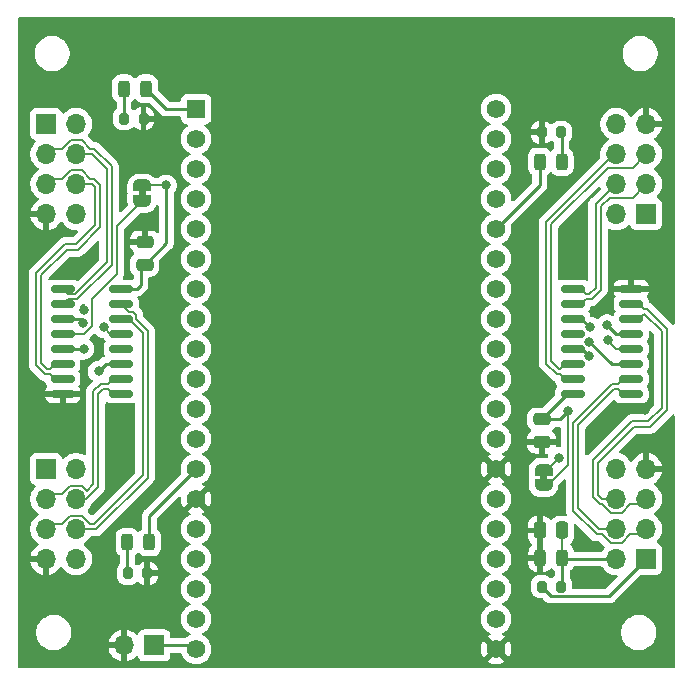
<source format=gbr>
%TF.GenerationSoftware,KiCad,Pcbnew,9.0.0*%
%TF.CreationDate,2025-03-14T15:45:12-07:00*%
%TF.ProjectId,TouchDRO,546f7563-6844-4524-9f2e-6b696361645f,0.2*%
%TF.SameCoordinates,Original*%
%TF.FileFunction,Copper,L1,Top*%
%TF.FilePolarity,Positive*%
%FSLAX46Y46*%
G04 Gerber Fmt 4.6, Leading zero omitted, Abs format (unit mm)*
G04 Created by KiCad (PCBNEW 9.0.0) date 2025-03-14 15:45:12*
%MOMM*%
%LPD*%
G01*
G04 APERTURE LIST*
G04 Aperture macros list*
%AMRoundRect*
0 Rectangle with rounded corners*
0 $1 Rounding radius*
0 $2 $3 $4 $5 $6 $7 $8 $9 X,Y pos of 4 corners*
0 Add a 4 corners polygon primitive as box body*
4,1,4,$2,$3,$4,$5,$6,$7,$8,$9,$2,$3,0*
0 Add four circle primitives for the rounded corners*
1,1,$1+$1,$2,$3*
1,1,$1+$1,$4,$5*
1,1,$1+$1,$6,$7*
1,1,$1+$1,$8,$9*
0 Add four rect primitives between the rounded corners*
20,1,$1+$1,$2,$3,$4,$5,0*
20,1,$1+$1,$4,$5,$6,$7,0*
20,1,$1+$1,$6,$7,$8,$9,0*
20,1,$1+$1,$8,$9,$2,$3,0*%
%AMFreePoly0*
4,1,23,0.500000,-0.750000,0.000000,-0.750000,0.000000,-0.745722,-0.065263,-0.745722,-0.191342,-0.711940,-0.304381,-0.646677,-0.396677,-0.554381,-0.461940,-0.441342,-0.495722,-0.315263,-0.495722,-0.250000,-0.500000,-0.250000,-0.500000,0.250000,-0.495722,0.250000,-0.495722,0.315263,-0.461940,0.441342,-0.396677,0.554381,-0.304381,0.646677,-0.191342,0.711940,-0.065263,0.745722,0.000000,0.745722,
0.000000,0.750000,0.500000,0.750000,0.500000,-0.750000,0.500000,-0.750000,$1*%
%AMFreePoly1*
4,1,23,0.000000,0.745722,0.065263,0.745722,0.191342,0.711940,0.304381,0.646677,0.396677,0.554381,0.461940,0.441342,0.495722,0.315263,0.495722,0.250000,0.500000,0.250000,0.500000,-0.250000,0.495722,-0.250000,0.495722,-0.315263,0.461940,-0.441342,0.396677,-0.554381,0.304381,-0.646677,0.191342,-0.711940,0.065263,-0.745722,0.000000,-0.745722,0.000000,-0.750000,-0.500000,-0.750000,
-0.500000,0.750000,0.000000,0.750000,0.000000,0.745722,0.000000,0.745722,$1*%
G04 Aperture macros list end*
%TA.AperFunction,EtchedComponent*%
%ADD10C,0.000000*%
%TD*%
%TA.AperFunction,SMDPad,CuDef*%
%ADD11RoundRect,0.250000X-0.475000X0.250000X-0.475000X-0.250000X0.475000X-0.250000X0.475000X0.250000X0*%
%TD*%
%TA.AperFunction,SMDPad,CuDef*%
%ADD12RoundRect,0.243750X-0.243750X-0.456250X0.243750X-0.456250X0.243750X0.456250X-0.243750X0.456250X0*%
%TD*%
%TA.AperFunction,ComponentPad*%
%ADD13R,1.700000X1.700000*%
%TD*%
%TA.AperFunction,ComponentPad*%
%ADD14O,1.700000X1.700000*%
%TD*%
%TA.AperFunction,ComponentPad*%
%ADD15R,1.560000X1.560000*%
%TD*%
%TA.AperFunction,ComponentPad*%
%ADD16C,1.560000*%
%TD*%
%TA.AperFunction,SMDPad,CuDef*%
%ADD17RoundRect,0.200000X-0.200000X-0.275000X0.200000X-0.275000X0.200000X0.275000X-0.200000X0.275000X0*%
%TD*%
%TA.AperFunction,SMDPad,CuDef*%
%ADD18RoundRect,0.243750X0.243750X0.456250X-0.243750X0.456250X-0.243750X-0.456250X0.243750X-0.456250X0*%
%TD*%
%TA.AperFunction,SMDPad,CuDef*%
%ADD19RoundRect,0.250000X0.475000X-0.250000X0.475000X0.250000X-0.475000X0.250000X-0.475000X-0.250000X0*%
%TD*%
%TA.AperFunction,SMDPad,CuDef*%
%ADD20RoundRect,0.150000X-0.825000X-0.150000X0.825000X-0.150000X0.825000X0.150000X-0.825000X0.150000X0*%
%TD*%
%TA.AperFunction,SMDPad,CuDef*%
%ADD21RoundRect,0.150000X0.825000X0.150000X-0.825000X0.150000X-0.825000X-0.150000X0.825000X-0.150000X0*%
%TD*%
%TA.AperFunction,SMDPad,CuDef*%
%ADD22FreePoly0,90.000000*%
%TD*%
%TA.AperFunction,SMDPad,CuDef*%
%ADD23FreePoly1,90.000000*%
%TD*%
%TA.AperFunction,SMDPad,CuDef*%
%ADD24FreePoly0,270.000000*%
%TD*%
%TA.AperFunction,SMDPad,CuDef*%
%ADD25FreePoly1,270.000000*%
%TD*%
%TA.AperFunction,SMDPad,CuDef*%
%ADD26RoundRect,0.200000X0.200000X0.275000X-0.200000X0.275000X-0.200000X-0.275000X0.200000X-0.275000X0*%
%TD*%
%TA.AperFunction,SMDPad,CuDef*%
%ADD27RoundRect,0.250000X-0.250000X-0.475000X0.250000X-0.475000X0.250000X0.475000X-0.250000X0.475000X0*%
%TD*%
%TA.AperFunction,ViaPad*%
%ADD28C,0.800000*%
%TD*%
%TA.AperFunction,Conductor*%
%ADD29C,0.250000*%
%TD*%
%TA.AperFunction,Conductor*%
%ADD30C,0.200000*%
%TD*%
G04 APERTURE END LIST*
D10*
%TA.AperFunction,EtchedComponent*%
%TO.C,R5*%
G36*
X90673200Y-77150800D02*
G01*
X90073200Y-77150800D01*
X90073200Y-76650800D01*
X90673200Y-76650800D01*
X90673200Y-77150800D01*
G37*
%TD.AperFunction*%
%TA.AperFunction,EtchedComponent*%
%TO.C,R7*%
G36*
X56688000Y-53097000D02*
G01*
X56088000Y-53097000D01*
X56088000Y-52597000D01*
X56688000Y-52597000D01*
X56688000Y-53097000D01*
G37*
%TD.AperFunction*%
%TD*%
D11*
%TO.P,C1,1*%
%TO.N,+3V3*%
X90220800Y-71998800D03*
%TO.P,C1,2*%
%TO.N,GND*%
X90220800Y-73898800D03*
%TD*%
D12*
%TO.P,D3,1,K*%
%TO.N,Net-(D3-K)*%
X54840900Y-43992800D03*
%TO.P,D3,2,A*%
%TO.N,+3V3*%
X56715900Y-43992800D03*
%TD*%
%TO.P,D1,1,K*%
%TO.N,Net-(D1-K)*%
X55122600Y-82397600D03*
%TO.P,D1,2,A*%
%TO.N,Net-(D1-A)*%
X56997600Y-82397600D03*
%TD*%
D13*
%TO.P,J4,1,Pin_1*%
%TO.N,+5V*%
X99060000Y-54610000D03*
D14*
%TO.P,J4,2,Pin_2*%
%TO.N,+2V5*%
X96520000Y-54610000D03*
%TO.P,J4,3,Pin_3*%
%TO.N,/WA+*%
X99060000Y-52070000D03*
%TO.P,J4,4,Pin_4*%
%TO.N,/WA-*%
X96520000Y-52070000D03*
%TO.P,J4,5,Pin_5*%
%TO.N,/WB+*%
X99060000Y-49530000D03*
%TO.P,J4,6,Pin_6*%
%TO.N,/WB-*%
X96520000Y-49530000D03*
%TO.P,J4,7,Pin_7*%
%TO.N,GND*%
X99060000Y-46990000D03*
%TO.P,J4,8,Pin_8*%
%TO.N,+2V5*%
X96520000Y-46990000D03*
%TD*%
D15*
%TO.P,ESP32,1,3.3V*%
%TO.N,+3V3*%
X60960000Y-45720000D03*
D16*
%TO.P,ESP32,2,EN_RST*%
%TO.N,unconnected-(ESP32-EN_RST-Pad2)*%
X60960000Y-48260000D03*
%TO.P,ESP32,3,GPI36*%
%TO.N,unconnected-(ESP32-GPI36-Pad3)*%
X60960000Y-50800000D03*
%TO.P,ESP32,4,GPI39*%
%TO.N,unconnected-(ESP32-GPI39-Pad4)*%
X60960000Y-53340000D03*
%TO.P,ESP32,5,GPI34*%
%TO.N,unconnected-(ESP32-GPI34-Pad5)*%
X60960000Y-55880000D03*
%TO.P,ESP32,6,GPI35*%
%TO.N,unconnected-(ESP32-GPI35-Pad6)*%
X60960000Y-58420000D03*
%TO.P,ESP32,7,GPIO32*%
%TO.N,unconnected-(ESP32-GPIO32-Pad7)*%
X60960000Y-60960000D03*
%TO.P,ESP32,8,GPIO33*%
%TO.N,unconnected-(ESP32-GPIO33-Pad8)*%
X60960000Y-63500000D03*
%TO.P,ESP32,9,GPIO25*%
%TO.N,/XA*%
X60960000Y-66040000D03*
%TO.P,ESP32,10,GPIO26*%
%TO.N,/XB*%
X60960000Y-68580000D03*
%TO.P,ESP32,11,GPIO27*%
%TO.N,/YA*%
X60960000Y-71120000D03*
%TO.P,ESP32,12,GPIO14*%
%TO.N,unconnected-(ESP32-GPIO14-Pad12)*%
X60960000Y-73660000D03*
%TO.P,ESP32,13,GPIO12*%
%TO.N,Net-(D1-A)*%
X60960000Y-76200000D03*
%TO.P,ESP32,14,GND*%
%TO.N,GND*%
X60960000Y-78740000D03*
%TO.P,ESP32,15,GPIO13*%
%TO.N,unconnected-(ESP32-GPIO13-Pad15)*%
X60960000Y-81280000D03*
%TO.P,ESP32,16,GPIO9*%
%TO.N,unconnected-(ESP32-GPIO9-Pad16)*%
X60960000Y-83820000D03*
%TO.P,ESP32,17,GPIO10*%
%TO.N,unconnected-(ESP32-GPIO10-Pad17)*%
X60960000Y-86360000D03*
%TO.P,ESP32,18,GPIO11*%
%TO.N,unconnected-(ESP32-GPIO11-Pad18)*%
X60960000Y-88900000D03*
%TO.P,ESP32,19,5V*%
%TO.N,+5V*%
X60960000Y-91440000D03*
%TO.P,ESP32,20,GPIO6*%
%TO.N,unconnected-(ESP32-GPIO6-Pad20)*%
X86360000Y-45720000D03*
%TO.P,ESP32,21,GPIO7*%
%TO.N,unconnected-(ESP32-GPIO7-Pad21)*%
X86360000Y-48260000D03*
%TO.P,ESP32,22,GPIO8*%
%TO.N,unconnected-(ESP32-GPIO8-Pad22)*%
X86360000Y-50800000D03*
%TO.P,ESP32,23,GPIO15*%
%TO.N,unconnected-(ESP32-GPIO15-Pad23)*%
X86360000Y-53340000D03*
%TO.P,ESP32,24,GPIO2*%
%TO.N,Net-(D2-A)*%
X86360000Y-55880000D03*
%TO.P,ESP32,25,GPIO0*%
%TO.N,unconnected-(ESP32-GPIO0-Pad25)*%
X86360000Y-58420000D03*
%TO.P,ESP32,26,GPIO4*%
%TO.N,/YB*%
X86360000Y-60960000D03*
%TO.P,ESP32,27,GPIO16*%
%TO.N,/ZB*%
X86360000Y-63500000D03*
%TO.P,ESP32,28,GPIO17*%
%TO.N,/ZA*%
X86360000Y-66040000D03*
%TO.P,ESP32,29,GPIO5*%
%TO.N,unconnected-(ESP32-GPIO5-Pad29)*%
X86360000Y-68580000D03*
%TO.P,ESP32,30,GPIO18*%
%TO.N,/WB*%
X86360000Y-71120000D03*
%TO.P,ESP32,31,GPIO19*%
%TO.N,/WA*%
X86360000Y-73660000D03*
%TO.P,ESP32,32,GND*%
%TO.N,GND*%
X86360000Y-76200000D03*
%TO.P,ESP32,33,GPIO21*%
%TO.N,unconnected-(ESP32-GPIO21-Pad33)*%
X86360000Y-78740000D03*
%TO.P,ESP32,34,GPIO3*%
%TO.N,unconnected-(ESP32-GPIO3-Pad34)*%
X86360000Y-81280000D03*
%TO.P,ESP32,35,GPIO1*%
%TO.N,unconnected-(ESP32-GPIO1-Pad35)*%
X86360000Y-83820000D03*
%TO.P,ESP32,36,GPIO22*%
%TO.N,unconnected-(ESP32-GPIO22-Pad36)*%
X86360000Y-86360000D03*
%TO.P,ESP32,37,GPIO23*%
%TO.N,unconnected-(ESP32-GPIO23-Pad37)*%
X86360000Y-88900000D03*
%TO.P,ESP32,38,GND*%
%TO.N,GND*%
X86360000Y-91440000D03*
%TD*%
D17*
%TO.P,R3,1*%
%TO.N,Net-(D3-K)*%
X54851800Y-46532800D03*
%TO.P,R3,2*%
%TO.N,GND*%
X56501800Y-46532800D03*
%TD*%
D13*
%TO.P,J1,1,Pin_1*%
%TO.N,+5V*%
X48260000Y-46990000D03*
D14*
%TO.P,J1,2,Pin_2*%
%TO.N,+2V5*%
X50800000Y-46990000D03*
%TO.P,J1,3,Pin_3*%
%TO.N,/XA+*%
X48260000Y-49530000D03*
%TO.P,J1,4,Pin_4*%
%TO.N,/XA-*%
X50800000Y-49530000D03*
%TO.P,J1,5,Pin_5*%
%TO.N,/XB+*%
X48260000Y-52070000D03*
%TO.P,J1,6,Pin_6*%
%TO.N,/XB-*%
X50800000Y-52070000D03*
%TO.P,J1,7,Pin_7*%
%TO.N,GND*%
X48260000Y-54610000D03*
%TO.P,J1,8,Pin_8*%
%TO.N,+2V5*%
X50800000Y-54610000D03*
%TD*%
D18*
%TO.P,D2,1,K*%
%TO.N,Net-(D2-K)*%
X91920300Y-50190400D03*
%TO.P,D2,2,A*%
%TO.N,Net-(D2-A)*%
X90045300Y-50190400D03*
%TD*%
D19*
%TO.P,C3,1*%
%TO.N,+3V3*%
X56591200Y-58912800D03*
%TO.P,C3,2*%
%TO.N,GND*%
X56591200Y-57012800D03*
%TD*%
D13*
%TO.P,J2,1,Pin_1*%
%TO.N,+5V*%
X48255000Y-76210000D03*
D14*
%TO.P,J2,2,Pin_2*%
%TO.N,+2V5*%
X50795000Y-76210000D03*
%TO.P,J2,3,Pin_3*%
%TO.N,/YA+*%
X48255000Y-78750000D03*
%TO.P,J2,4,Pin_4*%
%TO.N,/YA-*%
X50795000Y-78750000D03*
%TO.P,J2,5,Pin_5*%
%TO.N,/YB+*%
X48255000Y-81290000D03*
%TO.P,J2,6,Pin_6*%
%TO.N,/YB-*%
X50795000Y-81290000D03*
%TO.P,J2,7,Pin_7*%
%TO.N,GND*%
X48255000Y-83830000D03*
%TO.P,J2,8,Pin_8*%
%TO.N,+2V5*%
X50795000Y-83830000D03*
%TD*%
D20*
%TO.P,U2,1,1B*%
%TO.N,/XA-*%
X49660000Y-60960000D03*
%TO.P,U2,2,1A*%
%TO.N,/XA+*%
X49660000Y-62230000D03*
%TO.P,U2,3,1Y*%
%TO.N,/XA*%
X49660000Y-63500000D03*
%TO.P,U2,4,G*%
%TO.N,/XYEN*%
X49660000Y-64770000D03*
%TO.P,U2,5,2Y*%
%TO.N,/XB*%
X49660000Y-66040000D03*
%TO.P,U2,6,2A*%
%TO.N,/XB+*%
X49660000Y-67310000D03*
%TO.P,U2,7,2B*%
%TO.N,/XB-*%
X49660000Y-68580000D03*
%TO.P,U2,8,GND*%
%TO.N,GND*%
X49660000Y-69850000D03*
%TO.P,U2,9,3B*%
%TO.N,/YA-*%
X54610000Y-69850000D03*
%TO.P,U2,10,3A*%
%TO.N,/YA+*%
X54610000Y-68580000D03*
%TO.P,U2,11,3Y*%
%TO.N,/YA*%
X54610000Y-67310000D03*
%TO.P,U2,12,~{G}*%
%TO.N,unconnected-(U2-~{G}-Pad12)*%
X54610000Y-66040000D03*
%TO.P,U2,13,4Y*%
%TO.N,/YB*%
X54610000Y-64770000D03*
%TO.P,U2,14,4A*%
%TO.N,/YB+*%
X54610000Y-63500000D03*
%TO.P,U2,15,4B*%
%TO.N,/YB-*%
X54610000Y-62230000D03*
%TO.P,U2,16,VDD*%
%TO.N,+3V3*%
X54610000Y-60960000D03*
%TD*%
D21*
%TO.P,U3,1,1B*%
%TO.N,/ZA-*%
X97790000Y-69850000D03*
%TO.P,U3,2,1A*%
%TO.N,/ZA+*%
X97790000Y-68580000D03*
%TO.P,U3,3,1Y*%
%TO.N,/ZA*%
X97790000Y-67310000D03*
%TO.P,U3,4,G*%
%TO.N,/ZWEN*%
X97790000Y-66040000D03*
%TO.P,U3,5,2Y*%
%TO.N,/ZB*%
X97790000Y-64770000D03*
%TO.P,U3,6,2A*%
%TO.N,/ZB+*%
X97790000Y-63500000D03*
%TO.P,U3,7,2B*%
%TO.N,/ZB-*%
X97790000Y-62230000D03*
%TO.P,U3,8,GND*%
%TO.N,GND*%
X97790000Y-60960000D03*
%TO.P,U3,9,3B*%
%TO.N,/WA-*%
X92840000Y-60960000D03*
%TO.P,U3,10,3A*%
%TO.N,/WA+*%
X92840000Y-62230000D03*
%TO.P,U3,11,3Y*%
%TO.N,/WA*%
X92840000Y-63500000D03*
%TO.P,U3,12,~{G}*%
%TO.N,unconnected-(U3-~{G}-Pad12)*%
X92840000Y-64770000D03*
%TO.P,U3,13,4Y*%
%TO.N,/WB*%
X92840000Y-66040000D03*
%TO.P,U3,14,4A*%
%TO.N,/WB+*%
X92840000Y-67310000D03*
%TO.P,U3,15,4B*%
%TO.N,/WB-*%
X92840000Y-68580000D03*
%TO.P,U3,16,VDD*%
%TO.N,+3V3*%
X92840000Y-69850000D03*
%TD*%
D22*
%TO.P,R5,1*%
%TO.N,+3V3*%
X90373200Y-77550800D03*
D23*
%TO.P,R5,2*%
%TO.N,/ZWEN*%
X90373200Y-76250800D03*
%TD*%
D13*
%TO.P,J5,1,Pin_1*%
%TO.N,+5V*%
X57409000Y-91135200D03*
D14*
%TO.P,J5,2,Pin_2*%
%TO.N,GND*%
X54869000Y-91135200D03*
%TD*%
D13*
%TO.P,J3,1,Pin_1*%
%TO.N,+5V*%
X99060000Y-83820000D03*
D14*
%TO.P,J3,2,Pin_2*%
%TO.N,+2V5*%
X96520000Y-83820000D03*
%TO.P,J3,3,Pin_3*%
%TO.N,/ZA+*%
X99060000Y-81280000D03*
%TO.P,J3,4,Pin_4*%
%TO.N,/ZA-*%
X96520000Y-81280000D03*
%TO.P,J3,5,Pin_5*%
%TO.N,/ZB+*%
X99060000Y-78740000D03*
%TO.P,J3,6,Pin_6*%
%TO.N,/ZB-*%
X96520000Y-78740000D03*
%TO.P,J3,7,Pin_7*%
%TO.N,GND*%
X99060000Y-76200000D03*
%TO.P,J3,8,Pin_8*%
%TO.N,+2V5*%
X96520000Y-76200000D03*
%TD*%
D24*
%TO.P,R7,1*%
%TO.N,+3V3*%
X56388000Y-52197000D03*
D25*
%TO.P,R7,2*%
%TO.N,/XYEN*%
X56388000Y-53497000D03*
%TD*%
D26*
%TO.P,R2,1*%
%TO.N,Net-(D2-K)*%
X91858600Y-47701200D03*
%TO.P,R2,2*%
%TO.N,GND*%
X90208600Y-47701200D03*
%TD*%
D17*
%TO.P,R1,1*%
%TO.N,Net-(D1-K)*%
X55168800Y-85039200D03*
%TO.P,R1,2*%
%TO.N,GND*%
X56818800Y-85039200D03*
%TD*%
D18*
%TO.P,D4,1,K*%
%TO.N,+2V5*%
X91958900Y-83718400D03*
%TO.P,D4,2,A*%
%TO.N,GND*%
X90083900Y-83718400D03*
%TD*%
D27*
%TO.P,C2,1*%
%TO.N,GND*%
X90048000Y-81407000D03*
%TO.P,C2,2*%
%TO.N,+2V5*%
X91948000Y-81407000D03*
%TD*%
D17*
%TO.P,R4,1*%
%TO.N,+5V*%
X90208600Y-86156800D03*
%TO.P,R4,2*%
%TO.N,+2V5*%
X91858600Y-86156800D03*
%TD*%
D28*
%TO.N,GND*%
X92329000Y-56007000D03*
X99060000Y-57277000D03*
X88519000Y-69850000D03*
X55245000Y-57912000D03*
X84328000Y-45720000D03*
X94742000Y-73279000D03*
X47752000Y-85725000D03*
X98933000Y-71247000D03*
X100584000Y-86360000D03*
X58674000Y-40767000D03*
X53467000Y-83820000D03*
X62992000Y-45720000D03*
X46863000Y-44577000D03*
X88519000Y-91948000D03*
X100584000Y-44577000D03*
X50444400Y-59232800D03*
X91694000Y-52197000D03*
X51562000Y-68707000D03*
X51054000Y-73787000D03*
X48260000Y-73787000D03*
X92329000Y-43942000D03*
X56007000Y-55499000D03*
X58420000Y-61341000D03*
X88519000Y-55753000D03*
X49530000Y-85725000D03*
X62484000Y-80010000D03*
X84455000Y-91948000D03*
X58674000Y-38989000D03*
X62865000Y-91948000D03*
X88646000Y-38989000D03*
X58547000Y-86868000D03*
X84328000Y-58420000D03*
X58420000Y-69850000D03*
X88519000Y-75057000D03*
X98552000Y-73787000D03*
X47498000Y-56642000D03*
X88519000Y-63881000D03*
X62992000Y-61341000D03*
X58420000Y-67310000D03*
X51435000Y-62738000D03*
X88519000Y-66167000D03*
X54610000Y-72390000D03*
X58420000Y-72517000D03*
X62484000Y-77597000D03*
X88646000Y-40894000D03*
X54610000Y-76200000D03*
X96774000Y-43942000D03*
X62992000Y-58420000D03*
X88646000Y-43942000D03*
X52451000Y-92075000D03*
X57277000Y-55499000D03*
X84836000Y-77343000D03*
X58420000Y-64770000D03*
X88519000Y-79375000D03*
X58420000Y-76708000D03*
X88519000Y-51689000D03*
X47498000Y-57912000D03*
X84455000Y-89916000D03*
X58420000Y-58674000D03*
X48768000Y-44577000D03*
X93599000Y-85217000D03*
X87884000Y-72390000D03*
X93599000Y-82296000D03*
X84328000Y-61214000D03*
X84836000Y-74676000D03*
X52070000Y-85725000D03*
X88493600Y-61315600D03*
X58547000Y-80518000D03*
X99822000Y-73787000D03*
%TO.N,+3V3*%
X92456000Y-71272400D03*
X58420000Y-52197000D03*
%TO.N,/XA*%
X51409600Y-63804800D03*
%TO.N,/XB*%
X51435000Y-66040000D03*
%TO.N,/YA*%
X52705000Y-67945000D03*
%TO.N,/YB*%
X53136800Y-64211200D03*
%TO.N,/ZB*%
X95758000Y-64008000D03*
%TO.N,/ZA*%
X94238059Y-65406933D03*
%TO.N,/WA*%
X94299382Y-64220863D03*
%TO.N,/WB*%
X94198981Y-66634057D03*
%TO.N,/ZWEN*%
X95834200Y-65303400D03*
X91643200Y-75234800D03*
%TD*%
D29*
%TO.N,+3V3*%
X56591200Y-58912800D02*
X58420000Y-57084000D01*
X56286400Y-60604400D02*
X56286400Y-59217600D01*
D30*
X90747464Y-77550800D02*
X92456000Y-75842264D01*
D29*
X56286400Y-59217600D02*
X56591200Y-58912800D01*
D30*
X90373200Y-77550800D02*
X90747464Y-77550800D01*
X56388000Y-52197000D02*
X58420000Y-52197000D01*
X92456000Y-75842264D02*
X92456000Y-71272400D01*
D29*
X58443100Y-45720000D02*
X60960000Y-45720000D01*
X56715900Y-43992800D02*
X58443100Y-45720000D01*
X91729600Y-71998800D02*
X92456000Y-71272400D01*
X92318800Y-69850000D02*
X90576400Y-71592400D01*
X55930800Y-60960000D02*
X56286400Y-60604400D01*
X92840000Y-69850000D02*
X92318800Y-69850000D01*
X90220800Y-71998800D02*
X91729600Y-71998800D01*
X58420000Y-57084000D02*
X58420000Y-52197000D01*
X54610000Y-60960000D02*
X55930800Y-60960000D01*
%TO.N,Net-(D1-K)*%
X55122600Y-84993000D02*
X55168800Y-85039200D01*
X55122600Y-82397600D02*
X55122600Y-84993000D01*
%TO.N,Net-(D1-A)*%
X56997600Y-80162400D02*
X56997600Y-82397600D01*
X60960000Y-76200000D02*
X56997600Y-80162400D01*
%TO.N,Net-(D2-K)*%
X91920300Y-47762900D02*
X91858600Y-47701200D01*
X91920300Y-50190400D02*
X91920300Y-47762900D01*
%TO.N,Net-(D2-A)*%
X90045300Y-50190400D02*
X90045300Y-52194700D01*
X90045300Y-52194700D02*
X86360000Y-55880000D01*
%TO.N,Net-(D3-K)*%
X54840900Y-43992800D02*
X54840900Y-46521900D01*
X54840900Y-46521900D02*
X54851800Y-46532800D01*
%TO.N,+5V*%
X91008600Y-86956800D02*
X95923200Y-86956800D01*
X57409000Y-91135200D02*
X60655200Y-91135200D01*
X60655200Y-91135200D02*
X60960000Y-91440000D01*
X95923200Y-86956800D02*
X99060000Y-83820000D01*
X90208600Y-86156800D02*
X91008600Y-86956800D01*
D30*
%TO.N,+2V5*%
X91948000Y-81407000D02*
X91948000Y-83707500D01*
D29*
X92060500Y-83820000D02*
X96520000Y-83820000D01*
X91958900Y-83718400D02*
X92060500Y-83820000D01*
X91958900Y-83718400D02*
X91958900Y-86056500D01*
D30*
X91948000Y-83707500D02*
X91958900Y-83718400D01*
D29*
X91958900Y-86056500D02*
X91858600Y-86156800D01*
D30*
%TO.N,/XB-*%
X47400000Y-67403200D02*
X48166800Y-68170000D01*
X52403800Y-52341000D02*
X52403800Y-55532800D01*
X48575000Y-68170000D02*
X48985000Y-68580000D01*
X50757600Y-57179000D02*
X49817800Y-57179000D01*
X48985000Y-68580000D02*
X49660000Y-68580000D01*
X50800000Y-52070000D02*
X52132800Y-52070000D01*
X52132800Y-52070000D02*
X52403800Y-52341000D01*
X48166800Y-68170000D02*
X48575000Y-68170000D01*
X47400000Y-59596800D02*
X47400000Y-67403200D01*
X49817800Y-57179000D02*
X47400000Y-59596800D01*
X52403800Y-55532800D02*
X50757600Y-57179000D01*
%TO.N,/XB+*%
X52319200Y-51620000D02*
X52853800Y-52154600D01*
X49623654Y-51620000D02*
X50323654Y-50920000D01*
X50323654Y-50920000D02*
X51276346Y-50920000D01*
X50944000Y-57629000D02*
X50004200Y-57629000D01*
X51276346Y-50920000D02*
X51976346Y-51620000D01*
X50004200Y-57629000D02*
X47850000Y-59783200D01*
X47850000Y-67216800D02*
X48353200Y-67720000D01*
X48260000Y-52070000D02*
X48710000Y-51620000D01*
X52853800Y-55719200D02*
X50944000Y-57629000D01*
X51976346Y-51620000D02*
X52319200Y-51620000D01*
X48710000Y-51620000D02*
X49623654Y-51620000D01*
X48353200Y-67720000D02*
X48575000Y-67720000D01*
X52853800Y-52154600D02*
X52853800Y-55719200D01*
X48575000Y-67720000D02*
X48985000Y-67310000D01*
X48985000Y-67310000D02*
X49660000Y-67310000D01*
X47850000Y-59783200D02*
X47850000Y-67216800D01*
%TO.N,/XA-*%
X53369000Y-58707800D02*
X53369000Y-50766200D01*
X50706801Y-61369999D02*
X53369000Y-58707800D01*
X53369000Y-50766200D02*
X52132800Y-49530000D01*
X52132800Y-49530000D02*
X50800000Y-49530000D01*
X49660000Y-60960000D02*
X50069999Y-61369999D01*
X50069999Y-61369999D02*
X50706801Y-61369999D01*
%TO.N,/XA+*%
X50069999Y-61820001D02*
X50893199Y-61820001D01*
X50323654Y-48380000D02*
X49623654Y-49080000D01*
X51276346Y-48380000D02*
X50323654Y-48380000D01*
X48710000Y-49080000D02*
X48260000Y-49530000D01*
X50893199Y-61820001D02*
X53819000Y-58894200D01*
X52319200Y-49080000D02*
X51976346Y-49080000D01*
X53819000Y-58894200D02*
X53819000Y-50579800D01*
X49623654Y-49080000D02*
X48710000Y-49080000D01*
X53819000Y-50579800D02*
X52319200Y-49080000D01*
X51976346Y-49080000D02*
X51276346Y-48380000D01*
X49660000Y-62230000D02*
X50069999Y-61820001D01*
%TO.N,/YB-*%
X55885000Y-63163604D02*
X55621396Y-62900000D01*
X55885000Y-63505000D02*
X55885000Y-63163604D01*
X50795000Y-81290000D02*
X52505200Y-81290000D01*
X55621396Y-62900000D02*
X55280000Y-62900000D01*
X52505200Y-81290000D02*
X56867000Y-76928200D01*
X56867000Y-64487000D02*
X55885000Y-63505000D01*
X55280000Y-62900000D02*
X54610000Y-62230000D01*
X56867000Y-64487000D02*
X56867000Y-76928200D01*
%TO.N,/YB+*%
X49618654Y-80840000D02*
X50318654Y-80140000D01*
X51971346Y-80840000D02*
X52318800Y-80840000D01*
X56417000Y-64673397D02*
X56417000Y-76741800D01*
X51271346Y-80140000D02*
X51971346Y-80840000D01*
X52318800Y-80840000D02*
X56417000Y-76741800D01*
X48705000Y-80840000D02*
X49618654Y-80840000D01*
X50318654Y-80140000D02*
X51271346Y-80140000D01*
X55243603Y-63500000D02*
X54610000Y-63500000D01*
X48255000Y-81290000D02*
X48705000Y-80840000D01*
X56417000Y-64673397D02*
X55243603Y-63500000D01*
%TO.N,/YA-*%
X50795000Y-78750000D02*
X51616200Y-78750000D01*
X53935000Y-69850000D02*
X54610000Y-69850000D01*
X53051287Y-69440000D02*
X53525000Y-69440000D01*
X53525000Y-69440000D02*
X53935000Y-69850000D01*
X52676000Y-69815287D02*
X53051287Y-69440000D01*
X51616200Y-78750000D02*
X52676000Y-77690200D01*
X52676000Y-77690200D02*
X52676000Y-69815287D01*
%TO.N,/YA+*%
X52864887Y-68990000D02*
X53525000Y-68990000D01*
X53525000Y-68990000D02*
X53935000Y-68580000D01*
X48705000Y-78300000D02*
X49618654Y-78300000D01*
X53935000Y-68580000D02*
X54610000Y-68580000D01*
X52226000Y-69628887D02*
X52864887Y-68990000D01*
X49618654Y-78300000D02*
X50318654Y-77600000D01*
X52226000Y-77503800D02*
X52226000Y-69628887D01*
X51700573Y-78029227D02*
X52226000Y-77503800D01*
X50318654Y-77600000D02*
X51271346Y-77600000D01*
X51271346Y-77600000D02*
X51700573Y-78029227D01*
X48255000Y-78750000D02*
X48705000Y-78300000D01*
D29*
%TO.N,/XA*%
X49660000Y-63500000D02*
X51104800Y-63500000D01*
X51104800Y-63500000D02*
X51409600Y-63804800D01*
%TO.N,/XB*%
X49660000Y-66040000D02*
X51435000Y-66040000D01*
%TO.N,/YA*%
X54610000Y-67310000D02*
X53340000Y-67310000D01*
X53340000Y-67310000D02*
X52705000Y-67945000D01*
D30*
%TO.N,/YB*%
X54610000Y-64770000D02*
X53695600Y-64770000D01*
X53695600Y-64770000D02*
X53136800Y-64211200D01*
D29*
%TO.N,/ZB*%
X97790000Y-64770000D02*
X96520000Y-64770000D01*
X96520000Y-64770000D02*
X95758000Y-64008000D01*
%TO.N,/ZA*%
X97790000Y-67310000D02*
X96141126Y-67310000D01*
X96141126Y-67310000D02*
X94238059Y-65406933D01*
%TO.N,/WA*%
X94299382Y-64220863D02*
X93578519Y-63500000D01*
X93578519Y-63500000D02*
X92840000Y-63500000D01*
%TO.N,/WB*%
X92840000Y-66040000D02*
X93604924Y-66040000D01*
X93604924Y-66040000D02*
X94198981Y-66634057D01*
D30*
%TO.N,/ZA+*%
X97696346Y-81730000D02*
X98610000Y-81730000D01*
X97790000Y-68580000D02*
X97115000Y-68580000D01*
X94873800Y-81730000D02*
X95343654Y-81730000D01*
X92866000Y-72309793D02*
X92866000Y-79722200D01*
X97115000Y-68580000D02*
X96705000Y-68990000D01*
X92866000Y-79722200D02*
X94873800Y-81730000D01*
X98610000Y-81730000D02*
X99060000Y-81280000D01*
X96705000Y-68990000D02*
X96185793Y-68990000D01*
X96996346Y-82430000D02*
X97696346Y-81730000D01*
X96043654Y-82430000D02*
X96996346Y-82430000D01*
X95343654Y-81730000D02*
X96043654Y-82430000D01*
X96185793Y-68990000D02*
X92866000Y-72309793D01*
%TO.N,/ZA-*%
X97115000Y-69850000D02*
X96705000Y-69440000D01*
X93316000Y-72496193D02*
X93316000Y-79535800D01*
X96705000Y-69440000D02*
X96372193Y-69440000D01*
X93316000Y-79535800D02*
X95060200Y-81280000D01*
X97790000Y-69850000D02*
X97115000Y-69850000D01*
X95060200Y-81280000D02*
X96520000Y-81280000D01*
X96372193Y-69440000D02*
X93316000Y-72496193D01*
%TO.N,/ZB+*%
X97696346Y-79190000D02*
X96996346Y-79890000D01*
X97823800Y-72165000D02*
X99220800Y-72165000D01*
X98875000Y-63090000D02*
X98465000Y-63500000D01*
X95127800Y-79190000D02*
X94517000Y-78579200D01*
X97823800Y-72165000D02*
X94517000Y-75471800D01*
X96043654Y-79890000D02*
X95343654Y-79190000D01*
X96996346Y-79890000D02*
X96043654Y-79890000D01*
X99060000Y-78740000D02*
X98610000Y-79190000D01*
X100359000Y-64534200D02*
X98914800Y-63090000D01*
X99220800Y-72165000D02*
X100359000Y-71026800D01*
X100359000Y-71026800D02*
X100359000Y-64534200D01*
X95343654Y-79190000D02*
X95127800Y-79190000D01*
X98610000Y-79190000D02*
X97696346Y-79190000D01*
X98914800Y-63090000D02*
X98875000Y-63090000D01*
X94517000Y-78579200D02*
X94517000Y-75471800D01*
X98465000Y-63500000D02*
X97790000Y-63500000D01*
%TO.N,/ZB-*%
X98010200Y-72615000D02*
X99407200Y-72615000D01*
X99101200Y-62640000D02*
X98875000Y-62640000D01*
X100809000Y-71213200D02*
X100809000Y-64347800D01*
X100809000Y-64347800D02*
X99101200Y-62640000D01*
X96520000Y-78740000D02*
X95314200Y-78740000D01*
X98010200Y-72615000D02*
X94967000Y-75658200D01*
X94967000Y-78392800D02*
X94967000Y-75658200D01*
X99407200Y-72615000D02*
X100809000Y-71213200D01*
X95314200Y-78740000D02*
X94967000Y-78392800D01*
X98875000Y-62640000D02*
X98465000Y-62230000D01*
X98465000Y-62230000D02*
X97790000Y-62230000D01*
%TO.N,/WB-*%
X90580000Y-67276200D02*
X91473800Y-68170000D01*
X96520000Y-49530000D02*
X96328800Y-49530000D01*
X92165000Y-68580000D02*
X92840000Y-68580000D01*
X96328800Y-49530000D02*
X90580000Y-55278800D01*
X91755000Y-68170000D02*
X92165000Y-68580000D01*
X90580000Y-55278800D02*
X90580000Y-67276200D01*
X91473800Y-68170000D02*
X91755000Y-68170000D01*
%TO.N,/WB+*%
X92840000Y-67310000D02*
X92165000Y-67310000D01*
X91030000Y-55465200D02*
X95815200Y-50680000D01*
X92165000Y-67310000D02*
X91755000Y-67720000D01*
X97910000Y-50680000D02*
X99060000Y-49530000D01*
X91755000Y-67720000D02*
X91660200Y-67720000D01*
X91660200Y-67720000D02*
X91030000Y-67089800D01*
X95815200Y-50680000D02*
X97910000Y-50680000D01*
X91030000Y-67089800D02*
X91030000Y-55465200D01*
%TO.N,/WA-*%
X94257099Y-61370000D02*
X94771000Y-60856099D01*
X94771000Y-60856099D02*
X94771000Y-53772908D01*
X94817092Y-53772908D02*
X96520000Y-52070000D01*
X94771000Y-53772908D02*
X94817092Y-53772908D01*
X93515000Y-60960000D02*
X93925000Y-61370000D01*
X93925000Y-61370000D02*
X94257099Y-61370000D01*
X92840000Y-60960000D02*
X93515000Y-60960000D01*
%TO.N,/WA+*%
X93515000Y-62230000D02*
X93925000Y-61820000D01*
X97910000Y-53220000D02*
X99060000Y-52070000D01*
X95960308Y-53220000D02*
X97910000Y-53220000D01*
X95221000Y-53959308D02*
X95960308Y-53220000D01*
X95221000Y-61042499D02*
X95221000Y-53959308D01*
X92840000Y-62230000D02*
X93515000Y-62230000D01*
X94443499Y-61820000D02*
X95221000Y-61042499D01*
X93925000Y-61820000D02*
X94443499Y-61820000D01*
%TO.N,/ZWEN*%
X96528569Y-66040000D02*
X95834200Y-65345631D01*
X90627200Y-76250800D02*
X91643200Y-75234800D01*
X97790000Y-66040000D02*
X96528569Y-66040000D01*
X90373200Y-76250800D02*
X90627200Y-76250800D01*
X95834200Y-65345631D02*
X95834200Y-65303400D01*
%TO.N,/XYEN*%
X54219000Y-55666000D02*
X54219000Y-59700000D01*
X52135000Y-61784000D02*
X52135000Y-64069350D01*
X56388000Y-53497000D02*
X54219000Y-55666000D01*
X54219000Y-59700000D02*
X52135000Y-61784000D01*
X51434350Y-64770000D02*
X49660000Y-64770000D01*
X52135000Y-64069350D02*
X51434350Y-64770000D01*
%TD*%
%TA.AperFunction,Conductor*%
%TO.N,GND*%
G36*
X53463620Y-70565679D02*
G01*
X53524602Y-70601744D01*
X53537093Y-70605373D01*
X53682426Y-70647597D01*
X53682429Y-70647597D01*
X53682431Y-70647598D01*
X53719306Y-70650500D01*
X53719314Y-70650500D01*
X55500686Y-70650500D01*
X55500694Y-70650500D01*
X55537569Y-70647598D01*
X55537571Y-70647597D01*
X55537573Y-70647597D01*
X55657905Y-70612637D01*
X55727774Y-70612836D01*
X55786444Y-70650778D01*
X55815288Y-70714416D01*
X55816500Y-70731713D01*
X55816500Y-76441703D01*
X55796815Y-76508742D01*
X55780181Y-76529384D01*
X52232754Y-80076811D01*
X52171431Y-80110296D01*
X52101739Y-80105312D01*
X52057392Y-80076811D01*
X51805419Y-79824838D01*
X51771934Y-79763515D01*
X51776918Y-79693823D01*
X51805419Y-79649476D01*
X51825104Y-79629792D01*
X51825106Y-79629788D01*
X51825109Y-79629786D01*
X51950048Y-79457820D01*
X51950047Y-79457820D01*
X51950051Y-79457816D01*
X52046557Y-79268412D01*
X52049291Y-79260000D01*
X52085264Y-79149283D01*
X52115512Y-79099921D01*
X53156520Y-78058916D01*
X53235577Y-77921984D01*
X53276501Y-77769257D01*
X53276501Y-77611142D01*
X53276501Y-77603547D01*
X53276500Y-77603529D01*
X53276500Y-70672412D01*
X53296185Y-70605373D01*
X53348989Y-70559618D01*
X53418147Y-70549674D01*
X53463620Y-70565679D01*
G37*
%TD.AperFunction*%
%TA.AperFunction,Conductor*%
G36*
X51426287Y-62209146D02*
G01*
X51453834Y-62211116D01*
X51460085Y-62215796D01*
X51467749Y-62217304D01*
X51487662Y-62236440D01*
X51509767Y-62252988D01*
X51512496Y-62260304D01*
X51518128Y-62265717D01*
X51524534Y-62292581D01*
X51534184Y-62318452D01*
X51534500Y-62327298D01*
X51534500Y-62780300D01*
X51531949Y-62788985D01*
X51533238Y-62797947D01*
X51522259Y-62821987D01*
X51514815Y-62847339D01*
X51507974Y-62853266D01*
X51504213Y-62861503D01*
X51481978Y-62875792D01*
X51462011Y-62893094D01*
X51451496Y-62895381D01*
X51445435Y-62899277D01*
X51410500Y-62904300D01*
X51324644Y-62904300D01*
X51293243Y-62899642D01*
X51293227Y-62899726D01*
X51291530Y-62899388D01*
X51288648Y-62898961D01*
X51287252Y-62898537D01*
X51226829Y-62886518D01*
X51166410Y-62874500D01*
X51166407Y-62874500D01*
X51166406Y-62874500D01*
X51165692Y-62874500D01*
X51165330Y-62874393D01*
X51160346Y-62873903D01*
X51160439Y-62872957D01*
X51098653Y-62854815D01*
X51052898Y-62802011D01*
X51042954Y-62732853D01*
X51058959Y-62687380D01*
X51071715Y-62665810D01*
X51086744Y-62640398D01*
X51132598Y-62482569D01*
X51135500Y-62445694D01*
X51135500Y-62445097D01*
X51135526Y-62445006D01*
X51135595Y-62443266D01*
X51135690Y-62443269D01*
X51135691Y-62443267D01*
X51135761Y-62443272D01*
X51136032Y-62443283D01*
X51136430Y-62441928D01*
X51135664Y-62438715D01*
X51146209Y-62408625D01*
X51155185Y-62378058D01*
X51158005Y-62374967D01*
X51158773Y-62372777D01*
X51165863Y-62366357D01*
X51183228Y-62347329D01*
X51190025Y-62342025D01*
X51192802Y-62340423D01*
X51261915Y-62300521D01*
X51328215Y-62234220D01*
X51334228Y-62229530D01*
X51359904Y-62219366D01*
X51384142Y-62206132D01*
X51391932Y-62206689D01*
X51399194Y-62203815D01*
X51426287Y-62209146D01*
G37*
%TD.AperFunction*%
%TA.AperFunction,Conductor*%
G36*
X52687834Y-56836914D02*
G01*
X52743767Y-56878786D01*
X52768184Y-56944250D01*
X52768500Y-56953096D01*
X52768500Y-58407702D01*
X52748815Y-58474741D01*
X52732181Y-58495383D01*
X50985529Y-60242034D01*
X50924206Y-60275519D01*
X50854514Y-60270535D01*
X50834727Y-60261085D01*
X50830442Y-60258551D01*
X50745398Y-60208256D01*
X50745397Y-60208255D01*
X50745396Y-60208255D01*
X50745393Y-60208254D01*
X50587573Y-60162402D01*
X50587567Y-60162401D01*
X50550701Y-60159500D01*
X50550694Y-60159500D01*
X48769306Y-60159500D01*
X48769298Y-60159500D01*
X48732434Y-60162401D01*
X48614928Y-60196540D01*
X48545058Y-60196340D01*
X48486388Y-60158398D01*
X48457545Y-60094759D01*
X48467686Y-60025629D01*
X48492649Y-59989785D01*
X50216616Y-58265819D01*
X50277939Y-58232334D01*
X50304297Y-58229500D01*
X50857331Y-58229500D01*
X50857347Y-58229501D01*
X50864943Y-58229501D01*
X51023054Y-58229501D01*
X51023057Y-58229501D01*
X51175785Y-58188577D01*
X51225904Y-58159639D01*
X51312716Y-58109520D01*
X51424520Y-57997716D01*
X51424520Y-57997714D01*
X51434728Y-57987507D01*
X51434729Y-57987504D01*
X52556820Y-56865413D01*
X52618142Y-56831930D01*
X52687834Y-56836914D01*
G37*
%TD.AperFunction*%
%TA.AperFunction,Conductor*%
G36*
X57733774Y-53849179D02*
G01*
X57781384Y-53900317D01*
X57794500Y-53955821D01*
X57794500Y-56131077D01*
X57774815Y-56198116D01*
X57722011Y-56243871D01*
X57652853Y-56253815D01*
X57589297Y-56224790D01*
X57582819Y-56218758D01*
X57534545Y-56170484D01*
X57385324Y-56078443D01*
X57385319Y-56078441D01*
X57218897Y-56023294D01*
X57218890Y-56023293D01*
X57116186Y-56012800D01*
X56841200Y-56012800D01*
X56841200Y-56888800D01*
X56821515Y-56955839D01*
X56768711Y-57001594D01*
X56717200Y-57012800D01*
X56591200Y-57012800D01*
X56591200Y-57138800D01*
X56571515Y-57205839D01*
X56518711Y-57251594D01*
X56467200Y-57262800D01*
X55366201Y-57262800D01*
X55366201Y-57312786D01*
X55376694Y-57415497D01*
X55431841Y-57581919D01*
X55431843Y-57581924D01*
X55523884Y-57731145D01*
X55647855Y-57855116D01*
X55647859Y-57855119D01*
X55650856Y-57856968D01*
X55652479Y-57858772D01*
X55653523Y-57859598D01*
X55653381Y-57859776D01*
X55697581Y-57908916D01*
X55708802Y-57977879D01*
X55680959Y-58041961D01*
X55650861Y-58068041D01*
X55647549Y-58070083D01*
X55647543Y-58070088D01*
X55523489Y-58194142D01*
X55431387Y-58343463D01*
X55431386Y-58343466D01*
X55376201Y-58510003D01*
X55376201Y-58510004D01*
X55376200Y-58510004D01*
X55365700Y-58612783D01*
X55365700Y-59212801D01*
X55365701Y-59212819D01*
X55376200Y-59315596D01*
X55376201Y-59315599D01*
X55431385Y-59482131D01*
X55431387Y-59482136D01*
X55523489Y-59631457D01*
X55624581Y-59732549D01*
X55639284Y-59759476D01*
X55655877Y-59785295D01*
X55656768Y-59791495D01*
X55658066Y-59793872D01*
X55660900Y-59820230D01*
X55660900Y-60037965D01*
X55641215Y-60105004D01*
X55588411Y-60150759D01*
X55527175Y-60161583D01*
X55500709Y-60159500D01*
X55500694Y-60159500D01*
X54861880Y-60159500D01*
X54794841Y-60139815D01*
X54749086Y-60087011D01*
X54739142Y-60017853D01*
X54754493Y-59973499D01*
X54778576Y-59931786D01*
X54778577Y-59931785D01*
X54819500Y-59779057D01*
X54819500Y-59620943D01*
X54819500Y-56712813D01*
X55366200Y-56712813D01*
X55366200Y-56762800D01*
X56341200Y-56762800D01*
X56341200Y-56012800D01*
X56066229Y-56012800D01*
X56066212Y-56012801D01*
X55963502Y-56023294D01*
X55797080Y-56078441D01*
X55797075Y-56078443D01*
X55647854Y-56170484D01*
X55523884Y-56294454D01*
X55431843Y-56443675D01*
X55431841Y-56443680D01*
X55376694Y-56610102D01*
X55376693Y-56610109D01*
X55366200Y-56712813D01*
X54819500Y-56712813D01*
X54819500Y-55966097D01*
X54839185Y-55899058D01*
X54855819Y-55878416D01*
X56195416Y-54538819D01*
X56256739Y-54505334D01*
X56283097Y-54502500D01*
X56703819Y-54502500D01*
X56703826Y-54502500D01*
X56834662Y-54485275D01*
X56961829Y-54451200D01*
X57083743Y-54400701D01*
X57197757Y-54334875D01*
X57302449Y-54254541D01*
X57395541Y-54161449D01*
X57475875Y-54056757D01*
X57541701Y-53942743D01*
X57555940Y-53908366D01*
X57599780Y-53853965D01*
X57666074Y-53831900D01*
X57733774Y-53849179D01*
G37*
%TD.AperFunction*%
%TA.AperFunction,Conductor*%
G36*
X101415539Y-37993185D02*
G01*
X101461294Y-38045989D01*
X101472500Y-38097500D01*
X101472500Y-63862701D01*
X101466261Y-63883946D01*
X101464682Y-63906033D01*
X101456609Y-63916816D01*
X101452815Y-63929740D01*
X101436082Y-63944238D01*
X101422812Y-63961967D01*
X101410189Y-63966674D01*
X101400011Y-63975495D01*
X101378094Y-63978646D01*
X101357347Y-63986385D01*
X101344185Y-63983522D01*
X101330853Y-63985439D01*
X101310711Y-63976240D01*
X101289074Y-63971534D01*
X101271347Y-63958263D01*
X101267297Y-63956414D01*
X101260819Y-63950382D01*
X101240177Y-63929740D01*
X101194382Y-63883946D01*
X101177716Y-63867280D01*
X101177713Y-63867278D01*
X99588790Y-62278355D01*
X99588788Y-62278352D01*
X99469917Y-62159481D01*
X99469916Y-62159480D01*
X99447756Y-62146686D01*
X99383278Y-62109460D01*
X99383179Y-62109403D01*
X99383104Y-62109360D01*
X99332985Y-62080423D01*
X99332214Y-62080216D01*
X99324637Y-62075877D01*
X99305696Y-62056150D01*
X99284397Y-62038983D01*
X99281551Y-62031004D01*
X99276245Y-62025479D01*
X99272161Y-62004683D01*
X99264607Y-61983507D01*
X99263737Y-61983667D01*
X99262764Y-61978340D01*
X99262643Y-61978001D01*
X99262598Y-61977432D01*
X99262597Y-61977426D01*
X99216745Y-61819606D01*
X99216744Y-61819603D01*
X99216744Y-61819602D01*
X99133081Y-61678135D01*
X99133078Y-61678132D01*
X99128298Y-61671969D01*
X99130635Y-61670155D01*
X99103798Y-61621050D01*
X99108756Y-61551356D01*
X99129554Y-61518998D01*
X99127903Y-61517717D01*
X99132686Y-61511550D01*
X99216281Y-61370198D01*
X99262100Y-61212486D01*
X99262295Y-61210001D01*
X99262295Y-61210000D01*
X96317705Y-61210000D01*
X96317704Y-61210001D01*
X96317899Y-61212486D01*
X96363718Y-61370198D01*
X96447314Y-61511552D01*
X96452100Y-61517722D01*
X96449640Y-61519629D01*
X96476210Y-61568288D01*
X96471226Y-61637980D01*
X96450162Y-61670781D01*
X96451699Y-61671974D01*
X96446915Y-61678140D01*
X96363255Y-61819603D01*
X96363254Y-61819606D01*
X96317402Y-61977426D01*
X96317401Y-61977432D01*
X96314500Y-62014298D01*
X96314500Y-62445701D01*
X96317401Y-62482567D01*
X96317402Y-62482573D01*
X96363254Y-62640393D01*
X96363255Y-62640396D01*
X96446917Y-62781862D01*
X96451702Y-62788031D01*
X96449256Y-62789927D01*
X96475857Y-62838642D01*
X96470873Y-62908334D01*
X96450069Y-62940703D01*
X96451702Y-62941969D01*
X96446917Y-62948137D01*
X96363255Y-63089603D01*
X96351465Y-63130184D01*
X96313858Y-63189069D01*
X96250385Y-63218274D01*
X96184937Y-63210148D01*
X96020667Y-63142106D01*
X96020658Y-63142103D01*
X95846694Y-63107500D01*
X95846691Y-63107500D01*
X95669309Y-63107500D01*
X95669306Y-63107500D01*
X95495341Y-63142103D01*
X95495332Y-63142106D01*
X95331459Y-63209983D01*
X95331446Y-63209990D01*
X95183965Y-63308535D01*
X95183961Y-63308538D01*
X95058538Y-63433961D01*
X95058533Y-63433967D01*
X95029897Y-63476824D01*
X94976285Y-63521628D01*
X94906959Y-63530335D01*
X94857905Y-63511034D01*
X94725934Y-63422853D01*
X94725922Y-63422846D01*
X94562049Y-63354969D01*
X94562041Y-63354967D01*
X94404328Y-63323595D01*
X94342417Y-63291210D01*
X94309444Y-63236573D01*
X94266745Y-63089606D01*
X94266744Y-63089602D01*
X94183081Y-62948135D01*
X94183078Y-62948132D01*
X94178298Y-62941969D01*
X94180750Y-62940066D01*
X94154155Y-62891421D01*
X94159104Y-62821726D01*
X94179940Y-62789304D01*
X94178298Y-62788031D01*
X94183075Y-62781870D01*
X94183081Y-62781865D01*
X94266744Y-62640398D01*
X94304656Y-62509906D01*
X94342262Y-62451020D01*
X94405734Y-62421814D01*
X94423732Y-62420501D01*
X94522553Y-62420501D01*
X94522556Y-62420501D01*
X94675284Y-62379577D01*
X94743100Y-62340423D01*
X94765834Y-62327298D01*
X94812208Y-62300524D01*
X94812207Y-62300524D01*
X94812215Y-62300520D01*
X94924019Y-62188716D01*
X94924019Y-62188714D01*
X94934223Y-62178511D01*
X94934227Y-62178506D01*
X95579506Y-61533227D01*
X95579511Y-61533223D01*
X95589714Y-61523019D01*
X95589716Y-61523019D01*
X95701520Y-61411215D01*
X95780577Y-61274283D01*
X95821500Y-61121556D01*
X95821500Y-60709998D01*
X96317704Y-60709998D01*
X96317705Y-60710000D01*
X97540000Y-60710000D01*
X98040000Y-60710000D01*
X99262295Y-60710000D01*
X99262295Y-60709998D01*
X99262100Y-60707513D01*
X99216281Y-60549801D01*
X99132685Y-60408447D01*
X99132678Y-60408438D01*
X99016561Y-60292321D01*
X99016552Y-60292314D01*
X98875196Y-60208717D01*
X98875193Y-60208716D01*
X98717495Y-60162900D01*
X98717489Y-60162899D01*
X98680649Y-60160000D01*
X98040000Y-60160000D01*
X98040000Y-60710000D01*
X97540000Y-60710000D01*
X97540000Y-60160000D01*
X96899350Y-60160000D01*
X96862510Y-60162899D01*
X96862504Y-60162900D01*
X96704806Y-60208716D01*
X96704803Y-60208717D01*
X96563447Y-60292314D01*
X96563438Y-60292321D01*
X96447321Y-60408438D01*
X96447314Y-60408447D01*
X96363718Y-60549801D01*
X96317899Y-60707513D01*
X96317704Y-60709998D01*
X95821500Y-60709998D01*
X95821500Y-55972147D01*
X95841185Y-55905108D01*
X95893989Y-55859353D01*
X95963147Y-55849409D01*
X95996903Y-55860113D01*
X95997079Y-55859690D01*
X96001580Y-55861554D01*
X96001585Y-55861555D01*
X96001588Y-55861557D01*
X96203757Y-55927246D01*
X96413713Y-55960500D01*
X96413714Y-55960500D01*
X96626286Y-55960500D01*
X96626287Y-55960500D01*
X96836243Y-55927246D01*
X97038412Y-55861557D01*
X97227816Y-55765051D01*
X97399792Y-55640104D01*
X97513329Y-55526566D01*
X97574648Y-55493084D01*
X97644340Y-55498068D01*
X97700274Y-55539939D01*
X97717189Y-55570917D01*
X97766202Y-55702328D01*
X97766206Y-55702335D01*
X97852452Y-55817544D01*
X97852455Y-55817547D01*
X97967664Y-55903793D01*
X97967671Y-55903797D01*
X98102517Y-55954091D01*
X98102516Y-55954091D01*
X98109444Y-55954835D01*
X98162127Y-55960500D01*
X99957872Y-55960499D01*
X100017483Y-55954091D01*
X100152331Y-55903796D01*
X100267546Y-55817546D01*
X100353796Y-55702331D01*
X100404091Y-55567483D01*
X100410500Y-55507873D01*
X100410499Y-53712128D01*
X100404091Y-53652517D01*
X100399367Y-53639852D01*
X100353797Y-53517671D01*
X100353793Y-53517664D01*
X100267547Y-53402455D01*
X100267544Y-53402452D01*
X100152335Y-53316206D01*
X100152328Y-53316202D01*
X100020917Y-53267189D01*
X99964983Y-53225318D01*
X99940566Y-53159853D01*
X99955418Y-53091580D01*
X99976563Y-53063332D01*
X100090104Y-52949792D01*
X100163726Y-52848460D01*
X100215048Y-52777820D01*
X100215047Y-52777820D01*
X100215051Y-52777816D01*
X100311557Y-52588412D01*
X100377246Y-52386243D01*
X100410500Y-52176287D01*
X100410500Y-51963713D01*
X100377246Y-51753757D01*
X100311557Y-51551588D01*
X100215051Y-51362184D01*
X100215049Y-51362181D01*
X100215048Y-51362179D01*
X100090109Y-51190213D01*
X99939786Y-51039890D01*
X99767820Y-50914951D01*
X99767115Y-50914591D01*
X99759054Y-50910485D01*
X99708259Y-50862512D01*
X99691463Y-50794692D01*
X99713999Y-50728556D01*
X99759054Y-50689515D01*
X99767816Y-50685051D01*
X99803868Y-50658858D01*
X99939786Y-50560109D01*
X99939788Y-50560106D01*
X99939792Y-50560104D01*
X100090104Y-50409792D01*
X100090106Y-50409788D01*
X100090109Y-50409786D01*
X100215048Y-50237820D01*
X100215047Y-50237820D01*
X100215051Y-50237816D01*
X100311557Y-50048412D01*
X100377246Y-49846243D01*
X100410500Y-49636287D01*
X100410500Y-49423713D01*
X100377246Y-49213757D01*
X100311557Y-49011588D01*
X100215051Y-48822184D01*
X100215049Y-48822181D01*
X100215048Y-48822179D01*
X100090109Y-48650213D01*
X99939786Y-48499890D01*
X99767817Y-48374949D01*
X99758504Y-48370204D01*
X99707707Y-48322230D01*
X99690912Y-48254409D01*
X99713449Y-48188274D01*
X99758507Y-48149232D01*
X99767558Y-48144620D01*
X99939459Y-48019727D01*
X99939464Y-48019723D01*
X100089723Y-47869464D01*
X100089727Y-47869459D01*
X100214620Y-47697557D01*
X100311095Y-47508217D01*
X100376757Y-47306129D01*
X100376757Y-47306126D01*
X100387231Y-47240000D01*
X99493012Y-47240000D01*
X99525925Y-47182993D01*
X99560000Y-47055826D01*
X99560000Y-46924174D01*
X99525925Y-46797007D01*
X99493012Y-46740000D01*
X100387231Y-46740000D01*
X100376757Y-46673873D01*
X100376757Y-46673870D01*
X100311095Y-46471782D01*
X100214620Y-46282442D01*
X100089727Y-46110540D01*
X100089723Y-46110535D01*
X99939464Y-45960276D01*
X99939459Y-45960272D01*
X99767557Y-45835379D01*
X99578215Y-45738903D01*
X99376124Y-45673241D01*
X99310000Y-45662768D01*
X99310000Y-46556988D01*
X99252993Y-46524075D01*
X99125826Y-46490000D01*
X98994174Y-46490000D01*
X98867007Y-46524075D01*
X98810000Y-46556988D01*
X98810000Y-45662768D01*
X98809999Y-45662768D01*
X98743875Y-45673241D01*
X98541784Y-45738903D01*
X98352442Y-45835379D01*
X98180540Y-45960272D01*
X98180535Y-45960276D01*
X98030276Y-46110535D01*
X98030272Y-46110540D01*
X97905378Y-46282443D01*
X97900762Y-46291502D01*
X97852784Y-46342295D01*
X97784963Y-46359087D01*
X97718829Y-46336546D01*
X97679794Y-46291493D01*
X97675051Y-46282184D01*
X97675049Y-46282181D01*
X97675048Y-46282179D01*
X97550109Y-46110213D01*
X97399786Y-45959890D01*
X97227820Y-45834951D01*
X97038414Y-45738444D01*
X97038413Y-45738443D01*
X97038412Y-45738443D01*
X96836243Y-45672754D01*
X96836241Y-45672753D01*
X96836240Y-45672753D01*
X96674957Y-45647208D01*
X96626287Y-45639500D01*
X96413713Y-45639500D01*
X96365042Y-45647208D01*
X96203760Y-45672753D01*
X96001585Y-45738444D01*
X95812179Y-45834951D01*
X95640213Y-45959890D01*
X95489890Y-46110213D01*
X95364951Y-46282179D01*
X95268444Y-46471585D01*
X95202753Y-46673760D01*
X95169500Y-46883713D01*
X95169500Y-47096286D01*
X95201621Y-47299093D01*
X95202754Y-47306243D01*
X95268243Y-47507798D01*
X95268444Y-47508414D01*
X95364951Y-47697820D01*
X95489890Y-47869786D01*
X95640213Y-48020109D01*
X95812182Y-48145050D01*
X95820946Y-48149516D01*
X95871742Y-48197491D01*
X95888536Y-48265312D01*
X95865998Y-48331447D01*
X95820946Y-48370484D01*
X95812182Y-48374949D01*
X95640213Y-48499890D01*
X95489890Y-48650213D01*
X95364951Y-48822179D01*
X95268444Y-49011585D01*
X95268443Y-49011587D01*
X95268443Y-49011588D01*
X95254325Y-49055038D01*
X95202753Y-49213760D01*
X95169500Y-49423713D01*
X95169500Y-49636292D01*
X95187478Y-49749798D01*
X95178524Y-49819091D01*
X95152686Y-49856877D01*
X90211286Y-54798278D01*
X90099481Y-54910082D01*
X90099479Y-54910085D01*
X90049361Y-54996894D01*
X90049359Y-54996896D01*
X90020425Y-55047009D01*
X90020424Y-55047010D01*
X90020423Y-55047015D01*
X89979499Y-55199743D01*
X89979499Y-55199745D01*
X89979499Y-55367846D01*
X89979500Y-55367859D01*
X89979500Y-67189530D01*
X89979499Y-67189548D01*
X89979499Y-67355254D01*
X89979498Y-67355254D01*
X89996977Y-67420485D01*
X90020423Y-67507985D01*
X90035765Y-67534557D01*
X90051938Y-67562569D01*
X90099479Y-67644915D01*
X90218349Y-67763785D01*
X90218355Y-67763790D01*
X90988939Y-68534374D01*
X90988949Y-68534385D01*
X90993279Y-68538715D01*
X90993280Y-68538716D01*
X91105084Y-68650520D01*
X91191895Y-68700639D01*
X91242015Y-68729577D01*
X91287395Y-68741736D01*
X91296025Y-68745524D01*
X91315838Y-68762184D01*
X91337943Y-68775658D01*
X91342275Y-68784416D01*
X91349501Y-68790492D01*
X91356568Y-68813307D01*
X91363407Y-68827131D01*
X91365634Y-68826485D01*
X91413254Y-68990393D01*
X91413255Y-68990396D01*
X91496917Y-69131862D01*
X91501702Y-69138031D01*
X91499256Y-69139927D01*
X91525857Y-69188642D01*
X91520873Y-69258334D01*
X91500069Y-69290703D01*
X91501702Y-69291969D01*
X91496917Y-69298137D01*
X91413255Y-69439603D01*
X91413254Y-69439606D01*
X91367402Y-69597426D01*
X91367401Y-69597432D01*
X91364500Y-69634298D01*
X91364500Y-69868347D01*
X91344815Y-69935386D01*
X91328181Y-69956028D01*
X90322227Y-70961981D01*
X90260904Y-70995466D01*
X90234546Y-70998300D01*
X89695798Y-70998300D01*
X89695780Y-70998301D01*
X89593003Y-71008800D01*
X89593000Y-71008801D01*
X89426468Y-71063985D01*
X89426463Y-71063987D01*
X89277142Y-71156089D01*
X89153089Y-71280142D01*
X89060987Y-71429463D01*
X89060986Y-71429466D01*
X89005801Y-71596003D01*
X89005801Y-71596004D01*
X89005800Y-71596004D01*
X88995300Y-71698783D01*
X88995300Y-72298801D01*
X88995301Y-72298819D01*
X89005800Y-72401596D01*
X89005801Y-72401599D01*
X89038569Y-72500485D01*
X89060986Y-72568134D01*
X89153088Y-72717456D01*
X89277144Y-72841512D01*
X89280428Y-72843537D01*
X89280453Y-72843553D01*
X89282245Y-72845546D01*
X89282811Y-72845993D01*
X89282734Y-72846089D01*
X89327179Y-72895499D01*
X89338403Y-72964461D01*
X89310561Y-73028544D01*
X89280465Y-73054626D01*
X89277460Y-73056479D01*
X89277455Y-73056483D01*
X89153484Y-73180454D01*
X89061443Y-73329675D01*
X89061441Y-73329680D01*
X89006294Y-73496102D01*
X89006293Y-73496109D01*
X88995800Y-73598813D01*
X88995800Y-73648800D01*
X91445799Y-73648800D01*
X91445799Y-73598828D01*
X91445798Y-73598813D01*
X91435305Y-73496102D01*
X91380158Y-73329680D01*
X91380156Y-73329675D01*
X91288115Y-73180454D01*
X91164144Y-73056483D01*
X91164141Y-73056481D01*
X91161139Y-73054629D01*
X91159513Y-73052821D01*
X91158477Y-73052002D01*
X91158617Y-73051824D01*
X91114417Y-73002680D01*
X91103197Y-72933717D01*
X91131043Y-72869636D01*
X91161144Y-72843554D01*
X91164456Y-72841512D01*
X91288512Y-72717456D01*
X91309639Y-72683202D01*
X91361587Y-72636479D01*
X91415178Y-72624300D01*
X91731500Y-72624300D01*
X91798539Y-72643985D01*
X91844294Y-72696789D01*
X91855500Y-72748300D01*
X91855500Y-74210300D01*
X91852949Y-74218985D01*
X91854238Y-74227947D01*
X91843259Y-74251987D01*
X91835815Y-74277339D01*
X91828974Y-74283266D01*
X91825213Y-74291503D01*
X91802978Y-74305792D01*
X91783011Y-74323094D01*
X91772496Y-74325381D01*
X91766435Y-74329277D01*
X91731500Y-74334300D01*
X91569269Y-74334300D01*
X91502230Y-74314615D01*
X91456475Y-74261811D01*
X91446612Y-74201985D01*
X91445639Y-74201936D01*
X91445800Y-74198773D01*
X91445800Y-74148800D01*
X90470800Y-74148800D01*
X90470800Y-74898799D01*
X90640799Y-74898799D01*
X90661014Y-74904734D01*
X90682053Y-74905863D01*
X90693866Y-74914381D01*
X90707838Y-74918484D01*
X90721632Y-74934403D01*
X90738725Y-74946729D01*
X90744058Y-74960284D01*
X90753593Y-74971288D01*
X90756591Y-74992139D01*
X90764306Y-75011748D01*
X90762976Y-75036545D01*
X90763537Y-75040446D01*
X90762416Y-75046991D01*
X90742822Y-75145492D01*
X90710437Y-75207403D01*
X90649720Y-75241977D01*
X90621205Y-75245300D01*
X90057366Y-75245300D01*
X89926541Y-75262524D01*
X89799370Y-75296600D01*
X89677449Y-75347102D01*
X89677448Y-75347103D01*
X89563450Y-75412920D01*
X89563432Y-75412932D01*
X89458755Y-75493255D01*
X89458745Y-75493264D01*
X89365664Y-75586345D01*
X89365655Y-75586355D01*
X89285332Y-75691032D01*
X89285320Y-75691050D01*
X89219503Y-75805048D01*
X89219502Y-75805049D01*
X89169000Y-75926970D01*
X89134924Y-76054141D01*
X89117700Y-76184966D01*
X89117700Y-76750802D01*
X89122844Y-76822739D01*
X89133803Y-76860062D01*
X89137563Y-76912641D01*
X89117700Y-77050798D01*
X89117700Y-77616633D01*
X89134924Y-77747458D01*
X89134925Y-77747462D01*
X89169000Y-77874629D01*
X89181914Y-77905807D01*
X89219502Y-77996550D01*
X89219503Y-77996551D01*
X89285320Y-78110549D01*
X89285332Y-78110567D01*
X89365655Y-78215244D01*
X89365659Y-78215249D01*
X89458751Y-78308341D01*
X89458755Y-78308344D01*
X89563432Y-78388667D01*
X89563436Y-78388669D01*
X89563443Y-78388675D01*
X89563450Y-78388679D01*
X89677448Y-78454496D01*
X89677449Y-78454497D01*
X89677452Y-78454498D01*
X89677457Y-78454501D01*
X89799371Y-78505000D01*
X89926538Y-78539075D01*
X90057374Y-78556300D01*
X90057381Y-78556300D01*
X90689019Y-78556300D01*
X90689026Y-78556300D01*
X90819862Y-78539075D01*
X90947029Y-78505000D01*
X91068943Y-78454501D01*
X91182957Y-78388675D01*
X91287649Y-78308341D01*
X91380741Y-78215249D01*
X91461075Y-78110557D01*
X91526901Y-77996543D01*
X91577400Y-77874629D01*
X91611475Y-77747462D01*
X91628700Y-77616626D01*
X91628700Y-77570161D01*
X91648385Y-77503122D01*
X91665019Y-77482480D01*
X92053819Y-77093680D01*
X92115142Y-77060195D01*
X92184834Y-77065179D01*
X92240767Y-77107051D01*
X92265184Y-77172515D01*
X92265500Y-77181361D01*
X92265500Y-79635530D01*
X92265499Y-79635548D01*
X92265499Y-79801254D01*
X92265498Y-79801254D01*
X92306423Y-79953985D01*
X92330392Y-79995501D01*
X92346863Y-80063401D01*
X92324011Y-80129428D01*
X92269089Y-80172618D01*
X92223004Y-80181500D01*
X91647998Y-80181500D01*
X91647980Y-80181501D01*
X91545203Y-80192000D01*
X91545200Y-80192001D01*
X91378668Y-80247185D01*
X91378663Y-80247187D01*
X91229342Y-80339289D01*
X91105288Y-80463343D01*
X91105283Y-80463349D01*
X91103241Y-80466661D01*
X91101247Y-80468453D01*
X91100807Y-80469011D01*
X91100711Y-80468935D01*
X91051291Y-80513383D01*
X90982328Y-80524602D01*
X90918247Y-80496755D01*
X90892168Y-80466656D01*
X90890319Y-80463659D01*
X90890316Y-80463655D01*
X90766345Y-80339684D01*
X90617124Y-80247643D01*
X90617119Y-80247641D01*
X90450697Y-80192494D01*
X90450690Y-80192493D01*
X90347986Y-80182000D01*
X90298000Y-80182000D01*
X90298000Y-82388748D01*
X90331066Y-82449304D01*
X90333900Y-82475662D01*
X90333900Y-84918400D01*
X90377203Y-84918400D01*
X90377215Y-84918399D01*
X90479073Y-84907992D01*
X90644109Y-84853305D01*
X90644114Y-84853303D01*
X90792091Y-84762029D01*
X90915028Y-84639092D01*
X90915559Y-84638232D01*
X90916080Y-84637763D01*
X90919512Y-84633423D01*
X90920253Y-84634008D01*
X90967501Y-84591502D01*
X91036463Y-84580272D01*
X91100548Y-84608108D01*
X91122813Y-84633798D01*
X91122893Y-84633736D01*
X91124290Y-84635503D01*
X91126638Y-84638212D01*
X91127368Y-84639395D01*
X91127374Y-84639403D01*
X91250397Y-84762426D01*
X91274496Y-84777291D01*
X91321221Y-84829237D01*
X91333400Y-84882829D01*
X91333400Y-85189903D01*
X91313715Y-85256942D01*
X91290157Y-85284000D01*
X91282350Y-85290700D01*
X91223415Y-85326328D01*
X91117947Y-85431795D01*
X91114357Y-85434877D01*
X91086642Y-85447375D01*
X91059958Y-85461946D01*
X91055101Y-85461598D01*
X91050664Y-85463600D01*
X91020591Y-85459130D01*
X90990266Y-85456962D01*
X90985533Y-85453920D01*
X90981554Y-85453329D01*
X90973085Y-85445920D01*
X90945919Y-85428461D01*
X90843788Y-85326330D01*
X90742035Y-85264818D01*
X90698206Y-85238322D01*
X90535796Y-85187714D01*
X90535794Y-85187713D01*
X90535792Y-85187713D01*
X90486378Y-85183223D01*
X90465216Y-85181300D01*
X89951984Y-85181300D01*
X89932745Y-85183048D01*
X89881407Y-85187713D01*
X89718993Y-85238322D01*
X89573411Y-85326330D01*
X89453130Y-85446611D01*
X89365122Y-85592193D01*
X89314513Y-85754607D01*
X89308100Y-85825186D01*
X89308100Y-86488413D01*
X89314513Y-86558992D01*
X89314513Y-86558994D01*
X89314514Y-86558996D01*
X89365122Y-86721406D01*
X89443792Y-86851542D01*
X89453130Y-86866988D01*
X89573411Y-86987269D01*
X89573413Y-86987270D01*
X89573415Y-86987272D01*
X89718994Y-87075278D01*
X89881404Y-87125886D01*
X89951984Y-87132300D01*
X90248148Y-87132300D01*
X90315187Y-87151985D01*
X90335829Y-87168619D01*
X90522739Y-87355529D01*
X90522742Y-87355533D01*
X90609867Y-87442658D01*
X90686790Y-87494056D01*
X90692590Y-87497932D01*
X90692593Y-87497934D01*
X90712310Y-87511109D01*
X90712312Y-87511110D01*
X90712315Y-87511112D01*
X90778996Y-87538731D01*
X90778998Y-87538733D01*
X90798199Y-87546686D01*
X90826148Y-87558263D01*
X90886571Y-87570281D01*
X90946993Y-87582300D01*
X95984807Y-87582300D01*
X96045229Y-87570281D01*
X96105652Y-87558263D01*
X96138992Y-87544452D01*
X96219486Y-87511112D01*
X96270709Y-87476884D01*
X96321933Y-87442658D01*
X96409058Y-87355533D01*
X96409059Y-87355531D01*
X96416125Y-87348465D01*
X96416128Y-87348461D01*
X98557771Y-85206818D01*
X98619094Y-85173333D01*
X98645452Y-85170499D01*
X99957871Y-85170499D01*
X99957872Y-85170499D01*
X100017483Y-85164091D01*
X100152331Y-85113796D01*
X100267546Y-85027546D01*
X100353796Y-84912331D01*
X100404091Y-84777483D01*
X100410500Y-84717873D01*
X100410499Y-82922128D01*
X100404091Y-82862517D01*
X100401855Y-82856523D01*
X100353797Y-82727671D01*
X100353793Y-82727664D01*
X100267547Y-82612455D01*
X100267544Y-82612452D01*
X100152335Y-82526206D01*
X100152328Y-82526202D01*
X100020917Y-82477189D01*
X99964983Y-82435318D01*
X99940566Y-82369853D01*
X99955418Y-82301580D01*
X99976563Y-82273332D01*
X100090104Y-82159792D01*
X100215051Y-81987816D01*
X100311557Y-81798412D01*
X100377246Y-81596243D01*
X100410500Y-81386287D01*
X100410500Y-81173713D01*
X100377246Y-80963757D01*
X100311557Y-80761588D01*
X100215051Y-80572184D01*
X100215049Y-80572181D01*
X100215048Y-80572179D01*
X100090109Y-80400213D01*
X99939786Y-80249890D01*
X99767820Y-80124951D01*
X99767115Y-80124591D01*
X99759054Y-80120485D01*
X99708259Y-80072512D01*
X99691463Y-80004692D01*
X99713999Y-79938556D01*
X99759054Y-79899515D01*
X99767816Y-79895051D01*
X99807645Y-79866114D01*
X99939786Y-79770109D01*
X99939788Y-79770106D01*
X99939792Y-79770104D01*
X100090104Y-79619792D01*
X100090106Y-79619788D01*
X100090109Y-79619786D01*
X100215048Y-79447820D01*
X100215047Y-79447820D01*
X100215051Y-79447816D01*
X100311557Y-79258412D01*
X100377246Y-79056243D01*
X100410500Y-78846287D01*
X100410500Y-78633713D01*
X100377246Y-78423757D01*
X100311557Y-78221588D01*
X100215051Y-78032184D01*
X100215049Y-78032181D01*
X100215048Y-78032179D01*
X100090109Y-77860213D01*
X99939786Y-77709890D01*
X99767817Y-77584949D01*
X99758504Y-77580204D01*
X99707707Y-77532230D01*
X99690912Y-77464409D01*
X99713449Y-77398274D01*
X99758507Y-77359232D01*
X99767558Y-77354620D01*
X99939459Y-77229727D01*
X99939464Y-77229723D01*
X100089723Y-77079464D01*
X100089727Y-77079459D01*
X100214620Y-76907557D01*
X100311095Y-76718217D01*
X100376757Y-76516129D01*
X100376757Y-76516126D01*
X100387231Y-76450000D01*
X99493012Y-76450000D01*
X99525925Y-76392993D01*
X99560000Y-76265826D01*
X99560000Y-76134174D01*
X99525925Y-76007007D01*
X99493012Y-75950000D01*
X100387231Y-75950000D01*
X100376757Y-75883873D01*
X100376757Y-75883870D01*
X100311095Y-75681782D01*
X100214620Y-75492442D01*
X100089727Y-75320540D01*
X100089723Y-75320535D01*
X99939464Y-75170276D01*
X99939459Y-75170272D01*
X99767557Y-75045379D01*
X99578215Y-74948903D01*
X99376124Y-74883241D01*
X99310000Y-74872768D01*
X99310000Y-75766988D01*
X99252993Y-75734075D01*
X99125826Y-75700000D01*
X98994174Y-75700000D01*
X98867007Y-75734075D01*
X98810000Y-75766988D01*
X98810000Y-74872768D01*
X98809999Y-74872768D01*
X98743875Y-74883241D01*
X98541784Y-74948903D01*
X98352442Y-75045379D01*
X98180540Y-75170272D01*
X98180535Y-75170276D01*
X98030276Y-75320535D01*
X98030272Y-75320540D01*
X97905378Y-75492443D01*
X97900762Y-75501502D01*
X97852784Y-75552295D01*
X97784963Y-75569087D01*
X97718829Y-75546546D01*
X97679794Y-75501493D01*
X97675051Y-75492184D01*
X97675049Y-75492181D01*
X97675048Y-75492179D01*
X97550109Y-75320213D01*
X97399786Y-75169890D01*
X97227820Y-75044951D01*
X97038416Y-74948444D01*
X96844101Y-74885307D01*
X96786426Y-74845869D01*
X96759228Y-74781510D01*
X96771143Y-74712664D01*
X96794736Y-74679698D01*
X98222617Y-73251819D01*
X98283940Y-73218334D01*
X98310298Y-73215500D01*
X99320531Y-73215500D01*
X99320547Y-73215501D01*
X99328143Y-73215501D01*
X99486254Y-73215501D01*
X99486257Y-73215501D01*
X99638985Y-73174577D01*
X99689104Y-73145639D01*
X99775916Y-73095520D01*
X99887720Y-72983716D01*
X99887720Y-72983714D01*
X99897928Y-72973507D01*
X99897929Y-72973504D01*
X101260821Y-71610614D01*
X101322142Y-71577131D01*
X101391834Y-71582115D01*
X101447767Y-71623987D01*
X101472184Y-71689451D01*
X101472500Y-71698297D01*
X101472500Y-92966500D01*
X101452815Y-93033539D01*
X101400011Y-93079294D01*
X101348500Y-93090500D01*
X45971500Y-93090500D01*
X45904461Y-93070815D01*
X45858706Y-93018011D01*
X45847500Y-92966500D01*
X45847500Y-89926718D01*
X47417500Y-89926718D01*
X47417500Y-90159282D01*
X47435690Y-90274132D01*
X47453881Y-90388983D01*
X47453881Y-90388986D01*
X47525745Y-90610160D01*
X47606612Y-90768870D01*
X47631328Y-90817379D01*
X47768026Y-91005527D01*
X47932473Y-91169974D01*
X48120621Y-91306672D01*
X48247935Y-91371541D01*
X48327839Y-91412254D01*
X48549014Y-91484118D01*
X48549015Y-91484118D01*
X48549018Y-91484119D01*
X48778718Y-91520500D01*
X48778719Y-91520500D01*
X49011281Y-91520500D01*
X49011282Y-91520500D01*
X49240982Y-91484119D01*
X49240985Y-91484118D01*
X49240986Y-91484118D01*
X49462160Y-91412254D01*
X49462160Y-91412253D01*
X49462163Y-91412253D01*
X49669379Y-91306672D01*
X49857527Y-91169974D01*
X50021974Y-91005527D01*
X50109397Y-90885200D01*
X53541769Y-90885200D01*
X54435988Y-90885200D01*
X54403075Y-90942207D01*
X54369000Y-91069374D01*
X54369000Y-91201026D01*
X54403075Y-91328193D01*
X54435988Y-91385200D01*
X53541769Y-91385200D01*
X53552242Y-91451326D01*
X53552242Y-91451329D01*
X53617904Y-91653417D01*
X53714379Y-91842757D01*
X53839272Y-92014659D01*
X53839276Y-92014664D01*
X53989535Y-92164923D01*
X53989540Y-92164927D01*
X54161442Y-92289820D01*
X54350782Y-92386295D01*
X54552871Y-92451957D01*
X54619000Y-92462431D01*
X54619000Y-91568212D01*
X54676007Y-91601125D01*
X54803174Y-91635200D01*
X54934826Y-91635200D01*
X55061993Y-91601125D01*
X55119000Y-91568212D01*
X55119000Y-92462430D01*
X55185126Y-92451957D01*
X55185129Y-92451957D01*
X55387217Y-92386295D01*
X55576557Y-92289820D01*
X55748458Y-92164928D01*
X55862133Y-92051253D01*
X55923456Y-92017768D01*
X55993148Y-92022752D01*
X56049082Y-92064623D01*
X56065997Y-92095601D01*
X56115202Y-92227528D01*
X56115206Y-92227535D01*
X56201452Y-92342744D01*
X56201455Y-92342747D01*
X56316664Y-92428993D01*
X56316671Y-92428997D01*
X56451517Y-92479291D01*
X56451516Y-92479291D01*
X56458444Y-92480035D01*
X56511127Y-92485700D01*
X58306872Y-92485699D01*
X58366483Y-92479291D01*
X58501331Y-92428996D01*
X58616546Y-92342746D01*
X58702796Y-92227531D01*
X58753091Y-92092683D01*
X58759500Y-92033073D01*
X58759500Y-91884700D01*
X58779185Y-91817661D01*
X58831989Y-91771906D01*
X58883500Y-91760700D01*
X59627713Y-91760700D01*
X59694752Y-91780385D01*
X59740507Y-91833189D01*
X59745642Y-91846378D01*
X59773314Y-91931542D01*
X59864818Y-92111129D01*
X59983289Y-92274190D01*
X60125810Y-92416711D01*
X60288871Y-92535182D01*
X60467549Y-92626223D01*
X60468460Y-92626687D01*
X60564303Y-92657828D01*
X60660149Y-92688970D01*
X60752348Y-92703572D01*
X60859217Y-92720500D01*
X60859222Y-92720500D01*
X61060783Y-92720500D01*
X61157289Y-92705214D01*
X61259851Y-92688970D01*
X61451542Y-92626686D01*
X61631129Y-92535182D01*
X61794190Y-92416711D01*
X61936711Y-92274190D01*
X62055182Y-92111129D01*
X62146686Y-91931542D01*
X62208970Y-91739851D01*
X62230942Y-91601125D01*
X62240500Y-91540783D01*
X62240500Y-91339216D01*
X62218612Y-91201026D01*
X62208970Y-91140149D01*
X62171197Y-91023896D01*
X62146687Y-90948460D01*
X62080761Y-90819073D01*
X62055182Y-90768871D01*
X61936711Y-90605810D01*
X61794190Y-90463289D01*
X61631129Y-90344818D01*
X61504867Y-90280484D01*
X61454072Y-90232510D01*
X61437277Y-90164690D01*
X61459814Y-90098555D01*
X61504868Y-90059515D01*
X61631129Y-89995182D01*
X61794190Y-89876711D01*
X61936711Y-89734190D01*
X62055182Y-89571129D01*
X62146686Y-89391542D01*
X62208970Y-89199851D01*
X62227878Y-89080470D01*
X62240500Y-89000783D01*
X62240500Y-88799216D01*
X62209244Y-88601881D01*
X62208970Y-88600149D01*
X62146686Y-88408458D01*
X62055182Y-88228871D01*
X61936711Y-88065810D01*
X61794190Y-87923289D01*
X61631129Y-87804818D01*
X61504867Y-87740484D01*
X61454072Y-87692510D01*
X61437277Y-87624690D01*
X61459814Y-87558555D01*
X61504868Y-87519515D01*
X61521362Y-87511111D01*
X61631129Y-87455182D01*
X61794190Y-87336711D01*
X61936711Y-87194190D01*
X62055182Y-87031129D01*
X62146686Y-86851542D01*
X62208970Y-86659851D01*
X62236123Y-86488416D01*
X62240500Y-86460783D01*
X62240500Y-86259216D01*
X62222156Y-86143408D01*
X62208970Y-86060149D01*
X62175526Y-85957218D01*
X62146687Y-85868460D01*
X62088676Y-85754607D01*
X62055182Y-85688871D01*
X61936711Y-85525810D01*
X61794190Y-85383289D01*
X61631129Y-85264818D01*
X61504867Y-85200484D01*
X61454072Y-85152510D01*
X61437277Y-85084690D01*
X61459814Y-85018555D01*
X61504868Y-84979515D01*
X61513635Y-84975048D01*
X61631129Y-84915182D01*
X61794190Y-84796711D01*
X61936711Y-84654190D01*
X62055182Y-84491129D01*
X62146686Y-84311542D01*
X62208970Y-84119851D01*
X62225214Y-84017289D01*
X62240500Y-83920783D01*
X62240500Y-83719216D01*
X62210999Y-83532962D01*
X62208970Y-83520149D01*
X62146686Y-83328458D01*
X62055182Y-83148871D01*
X61936711Y-82985810D01*
X61794190Y-82843289D01*
X61631129Y-82724818D01*
X61504867Y-82660484D01*
X61454072Y-82612510D01*
X61437277Y-82544690D01*
X61459814Y-82478555D01*
X61504868Y-82439515D01*
X61513629Y-82435051D01*
X61631129Y-82375182D01*
X61794190Y-82256711D01*
X61936711Y-82114190D01*
X62055182Y-81951129D01*
X62146686Y-81771542D01*
X62208970Y-81579851D01*
X62238044Y-81396286D01*
X62240500Y-81380783D01*
X62240500Y-81179216D01*
X62222156Y-81063408D01*
X62208970Y-80980149D01*
X62146686Y-80788458D01*
X62055182Y-80608871D01*
X61936711Y-80445810D01*
X61794190Y-80303289D01*
X61631129Y-80184818D01*
X61591237Y-80164492D01*
X61504317Y-80120204D01*
X61453521Y-80072229D01*
X61436726Y-80004408D01*
X61459263Y-79938273D01*
X61504317Y-79899234D01*
X61630866Y-79834753D01*
X61671602Y-79805156D01*
X61671602Y-79805155D01*
X61105739Y-79239292D01*
X61160712Y-79224563D01*
X61279287Y-79156104D01*
X61376104Y-79059287D01*
X61444563Y-78940712D01*
X61459292Y-78885739D01*
X62025155Y-79451602D01*
X62025156Y-79451602D01*
X62054753Y-79410866D01*
X62146223Y-79231349D01*
X62146224Y-79231346D01*
X62208481Y-79039735D01*
X62240000Y-78840737D01*
X62240000Y-78639262D01*
X62208481Y-78440264D01*
X62146224Y-78248653D01*
X62146223Y-78248650D01*
X62054753Y-78069133D01*
X62025155Y-78028396D01*
X62025155Y-78028395D01*
X61459292Y-78594259D01*
X61444563Y-78539288D01*
X61376104Y-78420713D01*
X61279287Y-78323896D01*
X61160712Y-78255437D01*
X61105738Y-78240707D01*
X61671603Y-77674843D01*
X61671602Y-77674842D01*
X61630867Y-77645246D01*
X61504316Y-77580764D01*
X61453521Y-77532790D01*
X61436726Y-77464969D01*
X61459264Y-77398834D01*
X61504317Y-77359795D01*
X61631129Y-77295182D01*
X61794190Y-77176711D01*
X61936711Y-77034190D01*
X62055182Y-76871129D01*
X62146686Y-76691542D01*
X62208970Y-76499851D01*
X62228347Y-76377511D01*
X62240500Y-76300783D01*
X62240500Y-76099216D01*
X62222156Y-75983408D01*
X62208970Y-75900149D01*
X62171197Y-75783896D01*
X62146687Y-75708460D01*
X62132186Y-75680000D01*
X62055182Y-75528871D01*
X61936711Y-75365810D01*
X61794190Y-75223289D01*
X61631129Y-75104818D01*
X61504867Y-75040484D01*
X61454072Y-74992510D01*
X61437277Y-74924690D01*
X61459814Y-74858555D01*
X61504868Y-74819515D01*
X61526971Y-74808253D01*
X61631129Y-74755182D01*
X61794190Y-74636711D01*
X61936711Y-74494190D01*
X62055182Y-74331129D01*
X62146686Y-74151542D01*
X62208970Y-73959851D01*
X62225214Y-73857289D01*
X62240500Y-73760783D01*
X62240500Y-73559216D01*
X62222156Y-73443408D01*
X62208970Y-73360149D01*
X62150584Y-73180454D01*
X62146687Y-73168460D01*
X62088687Y-73054629D01*
X62055182Y-72988871D01*
X61936711Y-72825810D01*
X61794190Y-72683289D01*
X61631129Y-72564818D01*
X61504867Y-72500484D01*
X61454072Y-72452510D01*
X61437277Y-72384690D01*
X61459814Y-72318555D01*
X61504868Y-72279515D01*
X61631129Y-72215182D01*
X61794190Y-72096711D01*
X61936711Y-71954190D01*
X62055182Y-71791129D01*
X62146686Y-71611542D01*
X62208970Y-71419851D01*
X62229179Y-71292257D01*
X62240500Y-71220783D01*
X62240500Y-71019216D01*
X62213041Y-70845853D01*
X62208970Y-70820149D01*
X62169400Y-70698365D01*
X62146687Y-70628460D01*
X62133075Y-70601745D01*
X62055182Y-70448871D01*
X61936711Y-70285810D01*
X61794190Y-70143289D01*
X61631129Y-70024818D01*
X61504867Y-69960484D01*
X61454072Y-69912510D01*
X61437277Y-69844690D01*
X61459814Y-69778555D01*
X61504868Y-69739515D01*
X61631129Y-69675182D01*
X61794190Y-69556711D01*
X61936711Y-69414190D01*
X62055182Y-69251129D01*
X62146686Y-69071542D01*
X62208970Y-68879851D01*
X62227607Y-68762184D01*
X62240500Y-68680783D01*
X62240500Y-68479216D01*
X62222156Y-68363408D01*
X62208970Y-68280149D01*
X62173051Y-68169602D01*
X62146687Y-68088460D01*
X62112808Y-68021969D01*
X62055182Y-67908871D01*
X61936711Y-67745810D01*
X61794190Y-67603289D01*
X61631129Y-67484818D01*
X61504867Y-67420484D01*
X61454072Y-67372510D01*
X61437277Y-67304690D01*
X61459814Y-67238555D01*
X61504868Y-67199515D01*
X61509531Y-67197139D01*
X61631129Y-67135182D01*
X61794190Y-67016711D01*
X61936711Y-66874190D01*
X62055182Y-66711129D01*
X62146686Y-66531542D01*
X62208970Y-66339851D01*
X62225214Y-66237289D01*
X62240500Y-66140783D01*
X62240500Y-65939216D01*
X62216459Y-65787432D01*
X62208970Y-65740149D01*
X62146686Y-65548458D01*
X62055182Y-65368871D01*
X61936711Y-65205810D01*
X61794190Y-65063289D01*
X61631129Y-64944818D01*
X61504867Y-64880484D01*
X61454072Y-64832510D01*
X61437277Y-64764690D01*
X61459814Y-64698555D01*
X61504868Y-64659515D01*
X61631129Y-64595182D01*
X61794190Y-64476711D01*
X61936711Y-64334190D01*
X62055182Y-64171129D01*
X62146686Y-63991542D01*
X62208970Y-63799851D01*
X62225214Y-63697289D01*
X62240500Y-63600783D01*
X62240500Y-63399216D01*
X62216892Y-63250166D01*
X62208970Y-63200149D01*
X62146686Y-63008458D01*
X62055182Y-62828871D01*
X61936711Y-62665810D01*
X61794190Y-62523289D01*
X61631129Y-62404818D01*
X61504867Y-62340484D01*
X61454072Y-62292510D01*
X61437277Y-62224690D01*
X61459814Y-62158555D01*
X61504868Y-62119515D01*
X61524602Y-62109460D01*
X61631129Y-62055182D01*
X61794190Y-61936711D01*
X61936711Y-61794190D01*
X62055182Y-61631129D01*
X62146686Y-61451542D01*
X62208970Y-61259851D01*
X62230874Y-61121554D01*
X62240500Y-61060783D01*
X62240500Y-60859216D01*
X62222156Y-60743408D01*
X62208970Y-60660149D01*
X62146686Y-60468458D01*
X62055182Y-60288871D01*
X61936711Y-60125810D01*
X61794190Y-59983289D01*
X61631129Y-59864818D01*
X61504867Y-59800484D01*
X61454072Y-59752510D01*
X61437277Y-59684690D01*
X61459814Y-59618555D01*
X61504868Y-59579515D01*
X61631129Y-59515182D01*
X61794190Y-59396711D01*
X61936711Y-59254190D01*
X62055182Y-59091129D01*
X62146686Y-58911542D01*
X62208970Y-58719851D01*
X62225928Y-58612783D01*
X62240500Y-58520783D01*
X62240500Y-58319216D01*
X62215225Y-58159642D01*
X62208970Y-58120149D01*
X62146686Y-57928458D01*
X62055182Y-57748871D01*
X61936711Y-57585810D01*
X61794190Y-57443289D01*
X61631129Y-57324818D01*
X61504867Y-57260484D01*
X61454072Y-57212510D01*
X61437277Y-57144690D01*
X61459814Y-57078555D01*
X61504868Y-57039515D01*
X61631129Y-56975182D01*
X61794190Y-56856711D01*
X61936711Y-56714190D01*
X62055182Y-56551129D01*
X62146686Y-56371542D01*
X62208970Y-56179851D01*
X62232231Y-56032989D01*
X62240500Y-55980783D01*
X62240500Y-55779216D01*
X62218406Y-55639727D01*
X62208970Y-55580149D01*
X62146686Y-55388458D01*
X62055182Y-55208871D01*
X61936711Y-55045810D01*
X61794190Y-54903289D01*
X61631129Y-54784818D01*
X61504867Y-54720484D01*
X61454072Y-54672510D01*
X61437277Y-54604690D01*
X61459814Y-54538555D01*
X61504868Y-54499515D01*
X61631129Y-54435182D01*
X61794190Y-54316711D01*
X61936711Y-54174190D01*
X62055182Y-54011129D01*
X62146686Y-53831542D01*
X62208970Y-53639851D01*
X62226095Y-53531729D01*
X62240500Y-53440783D01*
X62240500Y-53239216D01*
X62217116Y-53091580D01*
X62208970Y-53040149D01*
X62150060Y-52858841D01*
X62146687Y-52848460D01*
X62136936Y-52829322D01*
X62055182Y-52668871D01*
X61936711Y-52505810D01*
X61794190Y-52363289D01*
X61631129Y-52244818D01*
X61504867Y-52180484D01*
X61454072Y-52132510D01*
X61437277Y-52064690D01*
X61459814Y-51998555D01*
X61504868Y-51959515D01*
X61631129Y-51895182D01*
X61794190Y-51776711D01*
X61936711Y-51634190D01*
X62055182Y-51471129D01*
X62146686Y-51291542D01*
X62208970Y-51099851D01*
X62227489Y-50982926D01*
X62240500Y-50900783D01*
X62240500Y-50699216D01*
X62215838Y-50543515D01*
X62208970Y-50500149D01*
X62159539Y-50348016D01*
X62146687Y-50308460D01*
X62110692Y-50237816D01*
X62055182Y-50128871D01*
X61936711Y-49965810D01*
X61794190Y-49823289D01*
X61631129Y-49704818D01*
X61504867Y-49640484D01*
X61454072Y-49592510D01*
X61437277Y-49524690D01*
X61459814Y-49458555D01*
X61504868Y-49419515D01*
X61508872Y-49417475D01*
X61631129Y-49355182D01*
X61794190Y-49236711D01*
X61936711Y-49094190D01*
X62055182Y-48931129D01*
X62146686Y-48751542D01*
X62208970Y-48559851D01*
X62227930Y-48440145D01*
X62240500Y-48360783D01*
X62240500Y-48159216D01*
X62218406Y-48019727D01*
X62208970Y-47960149D01*
X62146686Y-47768458D01*
X62055182Y-47588871D01*
X61936711Y-47425810D01*
X61794190Y-47283289D01*
X61713709Y-47224816D01*
X61671045Y-47169487D01*
X61665066Y-47099873D01*
X61697672Y-47038078D01*
X61758511Y-47003721D01*
X61784566Y-47000731D01*
X61784564Y-47000676D01*
X61785481Y-47000626D01*
X61786596Y-47000499D01*
X61787871Y-47000499D01*
X61787872Y-47000499D01*
X61847483Y-46994091D01*
X61982331Y-46943796D01*
X62097546Y-46857546D01*
X62183796Y-46742331D01*
X62234091Y-46607483D01*
X62240500Y-46547873D01*
X62240499Y-45619216D01*
X85079500Y-45619216D01*
X85079500Y-45820783D01*
X85111030Y-46019852D01*
X85173312Y-46211539D01*
X85239936Y-46342295D01*
X85264818Y-46391129D01*
X85383289Y-46554190D01*
X85525810Y-46696711D01*
X85688871Y-46815182D01*
X85756885Y-46849836D01*
X85815131Y-46879515D01*
X85865927Y-46927490D01*
X85882722Y-46995311D01*
X85860184Y-47061446D01*
X85815131Y-47100485D01*
X85688870Y-47164818D01*
X85663855Y-47182993D01*
X85525810Y-47283289D01*
X85525808Y-47283291D01*
X85525807Y-47283291D01*
X85383291Y-47425807D01*
X85383291Y-47425808D01*
X85383289Y-47425810D01*
X85361409Y-47455925D01*
X85264818Y-47588870D01*
X85173312Y-47768460D01*
X85111030Y-47960147D01*
X85079500Y-48159216D01*
X85079500Y-48360783D01*
X85111030Y-48559852D01*
X85173312Y-48751539D01*
X85173314Y-48751542D01*
X85264818Y-48931129D01*
X85383289Y-49094190D01*
X85525810Y-49236711D01*
X85688871Y-49355182D01*
X85756885Y-49389836D01*
X85815131Y-49419515D01*
X85865927Y-49467490D01*
X85882722Y-49535311D01*
X85860184Y-49601446D01*
X85815131Y-49640485D01*
X85688870Y-49704818D01*
X85626961Y-49749798D01*
X85525810Y-49823289D01*
X85525808Y-49823291D01*
X85525807Y-49823291D01*
X85383291Y-49965807D01*
X85383291Y-49965808D01*
X85383289Y-49965810D01*
X85364515Y-49991650D01*
X85264818Y-50128870D01*
X85173312Y-50308460D01*
X85111030Y-50500147D01*
X85079500Y-50699216D01*
X85079500Y-50900783D01*
X85111030Y-51099852D01*
X85173312Y-51291539D01*
X85223939Y-51390899D01*
X85264818Y-51471129D01*
X85383289Y-51634190D01*
X85525810Y-51776711D01*
X85688871Y-51895182D01*
X85756885Y-51929836D01*
X85815131Y-51959515D01*
X85865927Y-52007490D01*
X85882722Y-52075311D01*
X85860184Y-52141446D01*
X85815131Y-52180485D01*
X85688870Y-52244818D01*
X85598831Y-52310236D01*
X85525810Y-52363289D01*
X85525808Y-52363291D01*
X85525807Y-52363291D01*
X85383291Y-52505807D01*
X85383291Y-52505808D01*
X85383289Y-52505810D01*
X85364515Y-52531650D01*
X85264818Y-52668870D01*
X85173312Y-52848460D01*
X85111030Y-53040147D01*
X85079500Y-53239216D01*
X85079500Y-53440783D01*
X85111030Y-53639852D01*
X85173312Y-53831539D01*
X85239935Y-53962293D01*
X85264818Y-54011129D01*
X85383289Y-54174190D01*
X85525810Y-54316711D01*
X85688871Y-54435182D01*
X85756885Y-54469836D01*
X85815131Y-54499515D01*
X85865927Y-54547490D01*
X85882722Y-54615311D01*
X85860184Y-54681446D01*
X85815131Y-54720485D01*
X85688870Y-54784818D01*
X85663855Y-54802993D01*
X85525810Y-54903289D01*
X85525808Y-54903291D01*
X85525807Y-54903291D01*
X85383291Y-55045807D01*
X85383291Y-55045808D01*
X85383289Y-55045810D01*
X85382414Y-55047015D01*
X85264818Y-55208870D01*
X85173312Y-55388460D01*
X85111030Y-55580147D01*
X85079500Y-55779216D01*
X85079500Y-55980783D01*
X85111030Y-56179852D01*
X85173312Y-56371539D01*
X85210070Y-56443680D01*
X85264818Y-56551129D01*
X85383289Y-56714190D01*
X85525810Y-56856711D01*
X85688871Y-56975182D01*
X85740708Y-57001594D01*
X85815131Y-57039515D01*
X85865927Y-57087490D01*
X85882722Y-57155311D01*
X85860184Y-57221446D01*
X85815131Y-57260485D01*
X85688870Y-57324818D01*
X85612527Y-57380285D01*
X85525810Y-57443289D01*
X85525808Y-57443291D01*
X85525807Y-57443291D01*
X85383291Y-57585807D01*
X85383291Y-57585808D01*
X85383289Y-57585810D01*
X85332410Y-57655838D01*
X85264818Y-57748870D01*
X85173312Y-57928460D01*
X85111030Y-58120147D01*
X85079500Y-58319216D01*
X85079500Y-58520783D01*
X85111030Y-58719852D01*
X85173312Y-58911539D01*
X85173314Y-58911542D01*
X85264818Y-59091129D01*
X85383289Y-59254190D01*
X85525810Y-59396711D01*
X85688871Y-59515182D01*
X85756885Y-59549836D01*
X85815131Y-59579515D01*
X85865927Y-59627490D01*
X85882722Y-59695311D01*
X85860184Y-59761446D01*
X85815131Y-59800485D01*
X85688870Y-59864818D01*
X85606719Y-59924505D01*
X85525810Y-59983289D01*
X85525808Y-59983291D01*
X85525807Y-59983291D01*
X85383291Y-60125807D01*
X85383291Y-60125808D01*
X85383289Y-60125810D01*
X85332410Y-60195838D01*
X85264818Y-60288870D01*
X85173312Y-60468460D01*
X85111030Y-60660147D01*
X85079500Y-60859216D01*
X85079500Y-61060783D01*
X85111030Y-61259852D01*
X85173312Y-61451539D01*
X85264386Y-61630282D01*
X85264818Y-61631129D01*
X85383289Y-61794190D01*
X85525810Y-61936711D01*
X85688871Y-62055182D01*
X85745618Y-62084096D01*
X85815131Y-62119515D01*
X85865927Y-62167490D01*
X85882722Y-62235311D01*
X85860184Y-62301446D01*
X85815131Y-62340485D01*
X85688870Y-62404818D01*
X85595838Y-62472410D01*
X85525810Y-62523289D01*
X85525808Y-62523291D01*
X85525807Y-62523291D01*
X85383291Y-62665807D01*
X85383291Y-62665808D01*
X85383289Y-62665810D01*
X85334579Y-62732853D01*
X85264818Y-62828870D01*
X85173312Y-63008460D01*
X85111030Y-63200147D01*
X85079500Y-63399216D01*
X85079500Y-63600783D01*
X85111030Y-63799852D01*
X85173312Y-63991539D01*
X85173314Y-63991542D01*
X85264818Y-64171129D01*
X85383289Y-64334190D01*
X85525810Y-64476711D01*
X85688871Y-64595182D01*
X85754575Y-64628660D01*
X85815131Y-64659515D01*
X85865927Y-64707490D01*
X85882722Y-64775311D01*
X85860184Y-64841446D01*
X85815131Y-64880485D01*
X85688870Y-64944818D01*
X85632621Y-64985686D01*
X85525810Y-65063289D01*
X85525808Y-65063291D01*
X85525807Y-65063291D01*
X85383291Y-65205807D01*
X85383291Y-65205808D01*
X85383289Y-65205810D01*
X85357005Y-65241987D01*
X85264818Y-65368870D01*
X85173312Y-65548460D01*
X85111030Y-65740147D01*
X85079500Y-65939216D01*
X85079500Y-66140783D01*
X85111030Y-66339852D01*
X85173312Y-66531539D01*
X85224360Y-66631726D01*
X85264818Y-66711129D01*
X85383289Y-66874190D01*
X85525810Y-67016711D01*
X85688871Y-67135182D01*
X85712032Y-67146983D01*
X85815131Y-67199515D01*
X85865927Y-67247490D01*
X85882722Y-67315311D01*
X85860184Y-67381446D01*
X85815131Y-67420485D01*
X85688870Y-67484818D01*
X85611517Y-67541019D01*
X85525810Y-67603289D01*
X85525808Y-67603291D01*
X85525807Y-67603291D01*
X85383291Y-67745807D01*
X85383291Y-67745808D01*
X85383289Y-67745810D01*
X85364322Y-67771916D01*
X85264818Y-67908870D01*
X85173312Y-68088460D01*
X85111030Y-68280147D01*
X85079500Y-68479216D01*
X85079500Y-68680783D01*
X85111030Y-68879852D01*
X85173312Y-69071539D01*
X85232979Y-69188642D01*
X85264818Y-69251129D01*
X85383289Y-69414190D01*
X85525810Y-69556711D01*
X85688871Y-69675182D01*
X85753170Y-69707944D01*
X85815131Y-69739515D01*
X85865927Y-69787490D01*
X85882722Y-69855311D01*
X85860184Y-69921446D01*
X85815131Y-69960485D01*
X85688870Y-70024818D01*
X85632621Y-70065686D01*
X85525810Y-70143289D01*
X85525808Y-70143291D01*
X85525807Y-70143291D01*
X85383291Y-70285807D01*
X85383291Y-70285808D01*
X85383289Y-70285810D01*
X85332410Y-70355838D01*
X85264818Y-70448870D01*
X85173312Y-70628460D01*
X85111030Y-70820147D01*
X85079500Y-71019216D01*
X85079500Y-71220783D01*
X85111030Y-71419852D01*
X85173312Y-71611539D01*
X85264818Y-71791129D01*
X85383289Y-71954190D01*
X85525810Y-72096711D01*
X85688871Y-72215182D01*
X85756885Y-72249836D01*
X85815131Y-72279515D01*
X85865927Y-72327490D01*
X85882722Y-72395311D01*
X85860184Y-72461446D01*
X85815131Y-72500485D01*
X85688870Y-72564818D01*
X85623544Y-72612281D01*
X85525810Y-72683289D01*
X85525808Y-72683291D01*
X85525807Y-72683291D01*
X85383291Y-72825807D01*
X85383291Y-72825808D01*
X85383289Y-72825810D01*
X85332657Y-72895499D01*
X85264818Y-72988870D01*
X85173312Y-73168460D01*
X85111030Y-73360147D01*
X85079500Y-73559216D01*
X85079500Y-73760783D01*
X85111030Y-73959852D01*
X85173312Y-74151539D01*
X85249720Y-74301497D01*
X85264818Y-74331129D01*
X85383289Y-74494190D01*
X85525810Y-74636711D01*
X85688871Y-74755182D01*
X85815682Y-74819795D01*
X85866478Y-74867769D01*
X85883273Y-74935590D01*
X85860736Y-75001725D01*
X85815683Y-75040764D01*
X85689140Y-75105242D01*
X85689133Y-75105246D01*
X85648396Y-75134842D01*
X85648396Y-75134843D01*
X86214260Y-75700707D01*
X86159288Y-75715437D01*
X86040713Y-75783896D01*
X85943896Y-75880713D01*
X85875437Y-75999288D01*
X85860707Y-76054260D01*
X85294843Y-75488396D01*
X85294842Y-75488396D01*
X85265246Y-75529133D01*
X85265245Y-75529135D01*
X85173776Y-75708650D01*
X85173775Y-75708653D01*
X85111518Y-75900264D01*
X85080000Y-76099262D01*
X85080000Y-76300737D01*
X85111518Y-76499735D01*
X85173775Y-76691346D01*
X85173776Y-76691349D01*
X85265248Y-76870869D01*
X85294842Y-76911602D01*
X85294843Y-76911603D01*
X85860707Y-76345738D01*
X85875437Y-76400712D01*
X85943896Y-76519287D01*
X86040713Y-76616104D01*
X86159288Y-76684563D01*
X86214259Y-76699292D01*
X85648395Y-77265155D01*
X85689133Y-77294753D01*
X85815682Y-77359234D01*
X85866478Y-77407209D01*
X85883273Y-77475030D01*
X85860735Y-77541165D01*
X85815682Y-77580204D01*
X85688870Y-77644818D01*
X85647545Y-77674843D01*
X85525810Y-77763289D01*
X85525808Y-77763291D01*
X85525807Y-77763291D01*
X85383291Y-77905807D01*
X85383291Y-77905808D01*
X85383289Y-77905810D01*
X85371534Y-77921990D01*
X85264818Y-78068870D01*
X85173312Y-78248460D01*
X85111030Y-78440147D01*
X85079500Y-78639216D01*
X85079500Y-78840783D01*
X85111030Y-79039852D01*
X85173312Y-79231539D01*
X85192100Y-79268412D01*
X85264818Y-79411129D01*
X85383289Y-79574190D01*
X85525810Y-79716711D01*
X85688871Y-79835182D01*
X85756885Y-79869836D01*
X85815131Y-79899515D01*
X85865927Y-79947490D01*
X85882722Y-80015311D01*
X85860184Y-80081446D01*
X85815131Y-80120485D01*
X85688870Y-80184818D01*
X85613608Y-80239500D01*
X85525810Y-80303289D01*
X85525808Y-80303291D01*
X85525807Y-80303291D01*
X85383291Y-80445807D01*
X85383291Y-80445808D01*
X85383289Y-80445810D01*
X85363643Y-80472851D01*
X85264818Y-80608870D01*
X85173312Y-80788460D01*
X85111030Y-80980147D01*
X85079500Y-81179216D01*
X85079500Y-81380783D01*
X85111030Y-81579852D01*
X85173312Y-81771539D01*
X85249702Y-81921463D01*
X85264818Y-81951129D01*
X85383289Y-82114190D01*
X85525810Y-82256711D01*
X85688871Y-82375182D01*
X85715496Y-82388748D01*
X85815131Y-82439515D01*
X85865927Y-82487490D01*
X85882722Y-82555311D01*
X85860184Y-82621446D01*
X85815131Y-82660485D01*
X85688870Y-82724818D01*
X85595838Y-82792410D01*
X85525810Y-82843289D01*
X85525808Y-82843291D01*
X85525807Y-82843291D01*
X85383291Y-82985807D01*
X85383291Y-82985808D01*
X85383289Y-82985810D01*
X85332410Y-83055838D01*
X85264818Y-83148870D01*
X85173312Y-83328460D01*
X85111030Y-83520147D01*
X85079500Y-83719216D01*
X85079500Y-83920783D01*
X85111030Y-84119852D01*
X85173312Y-84311539D01*
X85257980Y-84477709D01*
X85264818Y-84491129D01*
X85383289Y-84654190D01*
X85525810Y-84796711D01*
X85688871Y-84915182D01*
X85756885Y-84949836D01*
X85815131Y-84979515D01*
X85865927Y-85027490D01*
X85882722Y-85095311D01*
X85860184Y-85161446D01*
X85815131Y-85200485D01*
X85688870Y-85264818D01*
X85623728Y-85312147D01*
X85525810Y-85383289D01*
X85525808Y-85383291D01*
X85525807Y-85383291D01*
X85383291Y-85525807D01*
X85383291Y-85525808D01*
X85383289Y-85525810D01*
X85335059Y-85592193D01*
X85264818Y-85688870D01*
X85173312Y-85868460D01*
X85111030Y-86060147D01*
X85079500Y-86259216D01*
X85079500Y-86460783D01*
X85111030Y-86659852D01*
X85173312Y-86851539D01*
X85181184Y-86866988D01*
X85264818Y-87031129D01*
X85383289Y-87194190D01*
X85525810Y-87336711D01*
X85688871Y-87455182D01*
X85731464Y-87476884D01*
X85815131Y-87519515D01*
X85865927Y-87567490D01*
X85882722Y-87635311D01*
X85860184Y-87701446D01*
X85815131Y-87740485D01*
X85688870Y-87804818D01*
X85595838Y-87872410D01*
X85525810Y-87923289D01*
X85525808Y-87923291D01*
X85525807Y-87923291D01*
X85383291Y-88065807D01*
X85383291Y-88065808D01*
X85383289Y-88065810D01*
X85332410Y-88135838D01*
X85264818Y-88228870D01*
X85173312Y-88408460D01*
X85111030Y-88600147D01*
X85079500Y-88799216D01*
X85079500Y-89000783D01*
X85111030Y-89199852D01*
X85173312Y-89391539D01*
X85173314Y-89391542D01*
X85264818Y-89571129D01*
X85383289Y-89734190D01*
X85525810Y-89876711D01*
X85688871Y-89995182D01*
X85815682Y-90059795D01*
X85866478Y-90107769D01*
X85883273Y-90175590D01*
X85860736Y-90241725D01*
X85815683Y-90280764D01*
X85689140Y-90345242D01*
X85689133Y-90345246D01*
X85648396Y-90374842D01*
X85648396Y-90374843D01*
X86214260Y-90940707D01*
X86159288Y-90955437D01*
X86040713Y-91023896D01*
X85943896Y-91120713D01*
X85875437Y-91239288D01*
X85860707Y-91294260D01*
X85294843Y-90728396D01*
X85294842Y-90728396D01*
X85265246Y-90769133D01*
X85265245Y-90769135D01*
X85173776Y-90948650D01*
X85173775Y-90948653D01*
X85111518Y-91140264D01*
X85080000Y-91339262D01*
X85080000Y-91540737D01*
X85111518Y-91739735D01*
X85173775Y-91931346D01*
X85173776Y-91931349D01*
X85265248Y-92110869D01*
X85294842Y-92151602D01*
X85294843Y-92151603D01*
X85860707Y-91585738D01*
X85875437Y-91640712D01*
X85943896Y-91759287D01*
X86040713Y-91856104D01*
X86159288Y-91924563D01*
X86214259Y-91939292D01*
X85648395Y-92505155D01*
X85689133Y-92534753D01*
X85868650Y-92626223D01*
X85868653Y-92626224D01*
X86060264Y-92688481D01*
X86259263Y-92720000D01*
X86460737Y-92720000D01*
X86659735Y-92688481D01*
X86851346Y-92626224D01*
X86851349Y-92626223D01*
X87030866Y-92534753D01*
X87071602Y-92505156D01*
X87071602Y-92505155D01*
X86505739Y-91939292D01*
X86560712Y-91924563D01*
X86679287Y-91856104D01*
X86776104Y-91759287D01*
X86844563Y-91640712D01*
X86859292Y-91585739D01*
X87425155Y-92151602D01*
X87425156Y-92151602D01*
X87454753Y-92110866D01*
X87546223Y-91931349D01*
X87546224Y-91931346D01*
X87608481Y-91739735D01*
X87640000Y-91540737D01*
X87640000Y-91339262D01*
X87608481Y-91140264D01*
X87546224Y-90948653D01*
X87546223Y-90948650D01*
X87454753Y-90769133D01*
X87425155Y-90728396D01*
X87425155Y-90728395D01*
X86859292Y-91294259D01*
X86844563Y-91239288D01*
X86776104Y-91120713D01*
X86679287Y-91023896D01*
X86560712Y-90955437D01*
X86505738Y-90940707D01*
X87071603Y-90374843D01*
X87071602Y-90374842D01*
X87030867Y-90345246D01*
X86904316Y-90280764D01*
X86853521Y-90232790D01*
X86836726Y-90164969D01*
X86859264Y-90098834D01*
X86904317Y-90059795D01*
X87031129Y-89995182D01*
X87125361Y-89926718D01*
X96947500Y-89926718D01*
X96947500Y-90159282D01*
X96965690Y-90274132D01*
X96983881Y-90388983D01*
X96983881Y-90388986D01*
X97055745Y-90610160D01*
X97136612Y-90768870D01*
X97161328Y-90817379D01*
X97298026Y-91005527D01*
X97462473Y-91169974D01*
X97650621Y-91306672D01*
X97777935Y-91371541D01*
X97857839Y-91412254D01*
X98079014Y-91484118D01*
X98079015Y-91484118D01*
X98079018Y-91484119D01*
X98308718Y-91520500D01*
X98308719Y-91520500D01*
X98541281Y-91520500D01*
X98541282Y-91520500D01*
X98770982Y-91484119D01*
X98770985Y-91484118D01*
X98770986Y-91484118D01*
X98992160Y-91412254D01*
X98992160Y-91412253D01*
X98992163Y-91412253D01*
X99199379Y-91306672D01*
X99387527Y-91169974D01*
X99551974Y-91005527D01*
X99688672Y-90817379D01*
X99794253Y-90610163D01*
X99795668Y-90605807D01*
X99866118Y-90388986D01*
X99866118Y-90388985D01*
X99866119Y-90388982D01*
X99902500Y-90159282D01*
X99902500Y-89926718D01*
X99866119Y-89697018D01*
X99866118Y-89697014D01*
X99866118Y-89697013D01*
X99794254Y-89475839D01*
X99688671Y-89268620D01*
X99551974Y-89080473D01*
X99387527Y-88916026D01*
X99199379Y-88779328D01*
X98992160Y-88673745D01*
X98770985Y-88601881D01*
X98598707Y-88574595D01*
X98541282Y-88565500D01*
X98308718Y-88565500D01*
X98232151Y-88577627D01*
X98079016Y-88601881D01*
X98079013Y-88601881D01*
X97857839Y-88673745D01*
X97650620Y-88779328D01*
X97623239Y-88799222D01*
X97462473Y-88916026D01*
X97462471Y-88916028D01*
X97462470Y-88916028D01*
X97298028Y-89080470D01*
X97298028Y-89080471D01*
X97298026Y-89080473D01*
X97239319Y-89161275D01*
X97161328Y-89268620D01*
X97055745Y-89475839D01*
X96983881Y-89697013D01*
X96983881Y-89697016D01*
X96968978Y-89791109D01*
X96947500Y-89926718D01*
X87125361Y-89926718D01*
X87194190Y-89876711D01*
X87336711Y-89734190D01*
X87455182Y-89571129D01*
X87546686Y-89391542D01*
X87608970Y-89199851D01*
X87627878Y-89080470D01*
X87640500Y-89000783D01*
X87640500Y-88799216D01*
X87609244Y-88601881D01*
X87608970Y-88600149D01*
X87546686Y-88408458D01*
X87455182Y-88228871D01*
X87336711Y-88065810D01*
X87194190Y-87923289D01*
X87031129Y-87804818D01*
X86904867Y-87740484D01*
X86854072Y-87692510D01*
X86837277Y-87624690D01*
X86859814Y-87558555D01*
X86904868Y-87519515D01*
X86921362Y-87511111D01*
X87031129Y-87455182D01*
X87194190Y-87336711D01*
X87336711Y-87194190D01*
X87455182Y-87031129D01*
X87546686Y-86851542D01*
X87608970Y-86659851D01*
X87636123Y-86488416D01*
X87640500Y-86460783D01*
X87640500Y-86259216D01*
X87622156Y-86143408D01*
X87608970Y-86060149D01*
X87575526Y-85957218D01*
X87546687Y-85868460D01*
X87488676Y-85754607D01*
X87455182Y-85688871D01*
X87336711Y-85525810D01*
X87194190Y-85383289D01*
X87031129Y-85264818D01*
X86904867Y-85200484D01*
X86854072Y-85152510D01*
X86837277Y-85084690D01*
X86859814Y-85018555D01*
X86904868Y-84979515D01*
X86913635Y-84975048D01*
X87031129Y-84915182D01*
X87194190Y-84796711D01*
X87336711Y-84654190D01*
X87455182Y-84491129D01*
X87546686Y-84311542D01*
X87575060Y-84224215D01*
X89096400Y-84224215D01*
X89106807Y-84326073D01*
X89161494Y-84491109D01*
X89161496Y-84491114D01*
X89252770Y-84639091D01*
X89375708Y-84762029D01*
X89523685Y-84853303D01*
X89523690Y-84853305D01*
X89688726Y-84907992D01*
X89790584Y-84918399D01*
X89790597Y-84918400D01*
X89833900Y-84918400D01*
X89833900Y-83968400D01*
X89096400Y-83968400D01*
X89096400Y-84224215D01*
X87575060Y-84224215D01*
X87608970Y-84119851D01*
X87625214Y-84017289D01*
X87640500Y-83920783D01*
X87640500Y-83719216D01*
X87610999Y-83532962D01*
X87608970Y-83520149D01*
X87546686Y-83328458D01*
X87455182Y-83148871D01*
X87336711Y-82985810D01*
X87194190Y-82843289D01*
X87031129Y-82724818D01*
X86904867Y-82660484D01*
X86854072Y-82612510D01*
X86837277Y-82544690D01*
X86859814Y-82478555D01*
X86904868Y-82439515D01*
X86913629Y-82435051D01*
X87031129Y-82375182D01*
X87194190Y-82256711D01*
X87336711Y-82114190D01*
X87455182Y-81951129D01*
X87464936Y-81931986D01*
X89048001Y-81931986D01*
X89058494Y-82034697D01*
X89113641Y-82201119D01*
X89113643Y-82201124D01*
X89205684Y-82350345D01*
X89329654Y-82474315D01*
X89348645Y-82486029D01*
X89395369Y-82537977D01*
X89406592Y-82606940D01*
X89378748Y-82671022D01*
X89371230Y-82679249D01*
X89252768Y-82797711D01*
X89161496Y-82945685D01*
X89161494Y-82945690D01*
X89106807Y-83110726D01*
X89096400Y-83212584D01*
X89096400Y-83468400D01*
X89833900Y-83468400D01*
X89833900Y-82761651D01*
X89800834Y-82701096D01*
X89798000Y-82674738D01*
X89798000Y-81657000D01*
X89048001Y-81657000D01*
X89048001Y-81931986D01*
X87464936Y-81931986D01*
X87546686Y-81771542D01*
X87608970Y-81579851D01*
X87638044Y-81396286D01*
X87640500Y-81380783D01*
X87640500Y-81179216D01*
X87608970Y-80980148D01*
X87588511Y-80917182D01*
X87577084Y-80882013D01*
X89048000Y-80882013D01*
X89048000Y-81157000D01*
X89798000Y-81157000D01*
X89798000Y-80182000D01*
X89797999Y-80181999D01*
X89748029Y-80182000D01*
X89748011Y-80182001D01*
X89645302Y-80192494D01*
X89478880Y-80247641D01*
X89478875Y-80247643D01*
X89329654Y-80339684D01*
X89205684Y-80463654D01*
X89113643Y-80612875D01*
X89113641Y-80612880D01*
X89058494Y-80779302D01*
X89058493Y-80779309D01*
X89048000Y-80882013D01*
X87577084Y-80882013D01*
X87546687Y-80788460D01*
X87532995Y-80761588D01*
X87455182Y-80608871D01*
X87336711Y-80445810D01*
X87194190Y-80303289D01*
X87031129Y-80184818D01*
X86904867Y-80120484D01*
X86854072Y-80072510D01*
X86837277Y-80004690D01*
X86859814Y-79938555D01*
X86904868Y-79899515D01*
X86904870Y-79899514D01*
X87031129Y-79835182D01*
X87194190Y-79716711D01*
X87336711Y-79574190D01*
X87455182Y-79411129D01*
X87546686Y-79231542D01*
X87608970Y-79039851D01*
X87638044Y-78856286D01*
X87640500Y-78840783D01*
X87640500Y-78639216D01*
X87608988Y-78440264D01*
X87608970Y-78440149D01*
X87548954Y-78255437D01*
X87546687Y-78248460D01*
X87532995Y-78221588D01*
X87455182Y-78068871D01*
X87336711Y-77905810D01*
X87194190Y-77763289D01*
X87031129Y-77644818D01*
X86950095Y-77603529D01*
X86904317Y-77580204D01*
X86853521Y-77532229D01*
X86836726Y-77464408D01*
X86859263Y-77398273D01*
X86904317Y-77359234D01*
X87030866Y-77294753D01*
X87071602Y-77265156D01*
X87071602Y-77265155D01*
X86505739Y-76699292D01*
X86560712Y-76684563D01*
X86679287Y-76616104D01*
X86776104Y-76519287D01*
X86844563Y-76400712D01*
X86859292Y-76345739D01*
X87425155Y-76911602D01*
X87425156Y-76911602D01*
X87454753Y-76870866D01*
X87546223Y-76691349D01*
X87546224Y-76691346D01*
X87608481Y-76499735D01*
X87640000Y-76300737D01*
X87640000Y-76099262D01*
X87608481Y-75900264D01*
X87546224Y-75708653D01*
X87546223Y-75708650D01*
X87454753Y-75529133D01*
X87425155Y-75488396D01*
X87425155Y-75488395D01*
X86859292Y-76054259D01*
X86844563Y-75999288D01*
X86776104Y-75880713D01*
X86679287Y-75783896D01*
X86560712Y-75715437D01*
X86505738Y-75700707D01*
X87071603Y-75134843D01*
X87071602Y-75134842D01*
X87030867Y-75105246D01*
X86904316Y-75040764D01*
X86853521Y-74992790D01*
X86836726Y-74924969D01*
X86859264Y-74858834D01*
X86904317Y-74819795D01*
X87031129Y-74755182D01*
X87194190Y-74636711D01*
X87336711Y-74494190D01*
X87455182Y-74331129D01*
X87522614Y-74198786D01*
X88995801Y-74198786D01*
X89006294Y-74301497D01*
X89061441Y-74467919D01*
X89061443Y-74467924D01*
X89153484Y-74617145D01*
X89277454Y-74741115D01*
X89426675Y-74833156D01*
X89426680Y-74833158D01*
X89593102Y-74888305D01*
X89593109Y-74888306D01*
X89695819Y-74898799D01*
X89970799Y-74898799D01*
X89970800Y-74898798D01*
X89970800Y-74148800D01*
X88995801Y-74148800D01*
X88995801Y-74198786D01*
X87522614Y-74198786D01*
X87546686Y-74151542D01*
X87608970Y-73959851D01*
X87640500Y-73760783D01*
X87640500Y-73559216D01*
X87622156Y-73443408D01*
X87608970Y-73360149D01*
X87550584Y-73180454D01*
X87546687Y-73168460D01*
X87488687Y-73054629D01*
X87455182Y-72988871D01*
X87336711Y-72825810D01*
X87194190Y-72683289D01*
X87031129Y-72564818D01*
X86904867Y-72500484D01*
X86854072Y-72452510D01*
X86837277Y-72384690D01*
X86859814Y-72318555D01*
X86904868Y-72279515D01*
X87031129Y-72215182D01*
X87194190Y-72096711D01*
X87336711Y-71954190D01*
X87455182Y-71791129D01*
X87546686Y-71611542D01*
X87608970Y-71419851D01*
X87629179Y-71292257D01*
X87640500Y-71220783D01*
X87640500Y-71019216D01*
X87613041Y-70845853D01*
X87608970Y-70820149D01*
X87569400Y-70698365D01*
X87546687Y-70628460D01*
X87533075Y-70601745D01*
X87455182Y-70448871D01*
X87336711Y-70285810D01*
X87194190Y-70143289D01*
X87031129Y-70024818D01*
X86904867Y-69960484D01*
X86854072Y-69912510D01*
X86837277Y-69844690D01*
X86859814Y-69778555D01*
X86904868Y-69739515D01*
X87031129Y-69675182D01*
X87194190Y-69556711D01*
X87336711Y-69414190D01*
X87455182Y-69251129D01*
X87546686Y-69071542D01*
X87608970Y-68879851D01*
X87627607Y-68762184D01*
X87640500Y-68680783D01*
X87640500Y-68479216D01*
X87622156Y-68363408D01*
X87608970Y-68280149D01*
X87573051Y-68169602D01*
X87546687Y-68088460D01*
X87512808Y-68021969D01*
X87455182Y-67908871D01*
X87336711Y-67745810D01*
X87194190Y-67603289D01*
X87031129Y-67484818D01*
X86904867Y-67420484D01*
X86854072Y-67372510D01*
X86837277Y-67304690D01*
X86859814Y-67238555D01*
X86904868Y-67199515D01*
X86909531Y-67197139D01*
X87031129Y-67135182D01*
X87194190Y-67016711D01*
X87336711Y-66874190D01*
X87455182Y-66711129D01*
X87546686Y-66531542D01*
X87608970Y-66339851D01*
X87625214Y-66237289D01*
X87640500Y-66140783D01*
X87640500Y-65939216D01*
X87616459Y-65787432D01*
X87608970Y-65740149D01*
X87546686Y-65548458D01*
X87455182Y-65368871D01*
X87336711Y-65205810D01*
X87194190Y-65063289D01*
X87031129Y-64944818D01*
X86904867Y-64880484D01*
X86854072Y-64832510D01*
X86837277Y-64764690D01*
X86859814Y-64698555D01*
X86904868Y-64659515D01*
X87031129Y-64595182D01*
X87194190Y-64476711D01*
X87336711Y-64334190D01*
X87455182Y-64171129D01*
X87546686Y-63991542D01*
X87608970Y-63799851D01*
X87625214Y-63697289D01*
X87640500Y-63600783D01*
X87640500Y-63399216D01*
X87616892Y-63250166D01*
X87608970Y-63200149D01*
X87546686Y-63008458D01*
X87455182Y-62828871D01*
X87336711Y-62665810D01*
X87194190Y-62523289D01*
X87031129Y-62404818D01*
X86904867Y-62340484D01*
X86854072Y-62292510D01*
X86837277Y-62224690D01*
X86859814Y-62158555D01*
X86904868Y-62119515D01*
X86924602Y-62109460D01*
X87031129Y-62055182D01*
X87194190Y-61936711D01*
X87336711Y-61794190D01*
X87455182Y-61631129D01*
X87546686Y-61451542D01*
X87608970Y-61259851D01*
X87630874Y-61121554D01*
X87640500Y-61060783D01*
X87640500Y-60859216D01*
X87622156Y-60743408D01*
X87608970Y-60660149D01*
X87546686Y-60468458D01*
X87455182Y-60288871D01*
X87336711Y-60125810D01*
X87194190Y-59983289D01*
X87031129Y-59864818D01*
X86904867Y-59800484D01*
X86854072Y-59752510D01*
X86837277Y-59684690D01*
X86859814Y-59618555D01*
X86904868Y-59579515D01*
X87031129Y-59515182D01*
X87194190Y-59396711D01*
X87336711Y-59254190D01*
X87455182Y-59091129D01*
X87546686Y-58911542D01*
X87608970Y-58719851D01*
X87625928Y-58612783D01*
X87640500Y-58520783D01*
X87640500Y-58319216D01*
X87615225Y-58159642D01*
X87608970Y-58120149D01*
X87546686Y-57928458D01*
X87455182Y-57748871D01*
X87336711Y-57585810D01*
X87194190Y-57443289D01*
X87031129Y-57324818D01*
X86904867Y-57260484D01*
X86854072Y-57212510D01*
X86837277Y-57144690D01*
X86859814Y-57078555D01*
X86904868Y-57039515D01*
X87031129Y-56975182D01*
X87194190Y-56856711D01*
X87336711Y-56714190D01*
X87455182Y-56551129D01*
X87546686Y-56371542D01*
X87608970Y-56179851D01*
X87632231Y-56032989D01*
X87640500Y-55980783D01*
X87640500Y-55779217D01*
X87618467Y-55640110D01*
X87610030Y-55586843D01*
X87618984Y-55517552D01*
X87644819Y-55479769D01*
X90444029Y-52680560D01*
X90444033Y-52680558D01*
X90531158Y-52593433D01*
X90599611Y-52490986D01*
X90646763Y-52377152D01*
X90659339Y-52313927D01*
X90664955Y-52285694D01*
X90664955Y-52285690D01*
X90670800Y-52256307D01*
X90670800Y-52133093D01*
X90670800Y-51354829D01*
X90690485Y-51287790D01*
X90729702Y-51249291D01*
X90753803Y-51234426D01*
X90876826Y-51111403D01*
X90877258Y-51110701D01*
X90877681Y-51110321D01*
X90881307Y-51105736D01*
X90882090Y-51106355D01*
X90929202Y-51063975D01*
X90998164Y-51052749D01*
X91062248Y-51080588D01*
X91084142Y-51105855D01*
X91084293Y-51105736D01*
X91086943Y-51109087D01*
X91088340Y-51110699D01*
X91088772Y-51111399D01*
X91088775Y-51111404D01*
X91211796Y-51234425D01*
X91211800Y-51234428D01*
X91359866Y-51325757D01*
X91359869Y-51325758D01*
X91359875Y-51325762D01*
X91525025Y-51380487D01*
X91626952Y-51390900D01*
X91626957Y-51390900D01*
X92213643Y-51390900D01*
X92213648Y-51390900D01*
X92315575Y-51380487D01*
X92480725Y-51325762D01*
X92628803Y-51234426D01*
X92751826Y-51111403D01*
X92843162Y-50963325D01*
X92897887Y-50798175D01*
X92908300Y-50696248D01*
X92908300Y-49684552D01*
X92897887Y-49582625D01*
X92843162Y-49417475D01*
X92843158Y-49417469D01*
X92843157Y-49417466D01*
X92751828Y-49269400D01*
X92751827Y-49269399D01*
X92751826Y-49269397D01*
X92628803Y-49146374D01*
X92628802Y-49146373D01*
X92628800Y-49146371D01*
X92604701Y-49131506D01*
X92557977Y-49079557D01*
X92545800Y-49025969D01*
X92545800Y-48531019D01*
X92565485Y-48463980D01*
X92582120Y-48443337D01*
X92614069Y-48411388D01*
X92614072Y-48411385D01*
X92702078Y-48265806D01*
X92752686Y-48103396D01*
X92759100Y-48032816D01*
X92759100Y-47369584D01*
X92752686Y-47299004D01*
X92702078Y-47136594D01*
X92614072Y-46991015D01*
X92614070Y-46991013D01*
X92614069Y-46991011D01*
X92493788Y-46870730D01*
X92483343Y-46864416D01*
X92348206Y-46782722D01*
X92185796Y-46732114D01*
X92185794Y-46732113D01*
X92185792Y-46732113D01*
X92136378Y-46727623D01*
X92115216Y-46725700D01*
X91601984Y-46725700D01*
X91582745Y-46727448D01*
X91531407Y-46732113D01*
X91368993Y-46782722D01*
X91223411Y-46870730D01*
X91223410Y-46870731D01*
X91120927Y-46973215D01*
X91059604Y-47006700D01*
X90989912Y-47001716D01*
X90945565Y-46973215D01*
X90843477Y-46871127D01*
X90697995Y-46783180D01*
X90697996Y-46783180D01*
X90535705Y-46732609D01*
X90535706Y-46732609D01*
X90465172Y-46726200D01*
X90458600Y-46726200D01*
X90458600Y-48676199D01*
X90465181Y-48676199D01*
X90535702Y-48669791D01*
X90535707Y-48669790D01*
X90697996Y-48619218D01*
X90843477Y-48531272D01*
X90843478Y-48531271D01*
X90945563Y-48429185D01*
X90951511Y-48425936D01*
X90955374Y-48420366D01*
X90981789Y-48409403D01*
X91006886Y-48395699D01*
X91013645Y-48396182D01*
X91019907Y-48393584D01*
X91048055Y-48398643D01*
X91076577Y-48400683D01*
X91083632Y-48405037D01*
X91088675Y-48405944D01*
X91110025Y-48421328D01*
X91117680Y-48426053D01*
X91119331Y-48427588D01*
X91223415Y-48531672D01*
X91245884Y-48545254D01*
X91255235Y-48553949D01*
X91266820Y-48573445D01*
X91282135Y-48590167D01*
X91285578Y-48605012D01*
X91290928Y-48614014D01*
X91290500Y-48626225D01*
X91294800Y-48644761D01*
X91294800Y-49025969D01*
X91275115Y-49093008D01*
X91235899Y-49131506D01*
X91211799Y-49146371D01*
X91088771Y-49269400D01*
X91088338Y-49270103D01*
X91087914Y-49270483D01*
X91084293Y-49275064D01*
X91083510Y-49274445D01*
X91036390Y-49316828D01*
X90967428Y-49328049D01*
X90903346Y-49300206D01*
X90881457Y-49274944D01*
X90881307Y-49275064D01*
X90878659Y-49271715D01*
X90877262Y-49270103D01*
X90876828Y-49269400D01*
X90876825Y-49269396D01*
X90753803Y-49146374D01*
X90753799Y-49146371D01*
X90605733Y-49055042D01*
X90605727Y-49055039D01*
X90605725Y-49055038D01*
X90605722Y-49055037D01*
X90440576Y-49000313D01*
X90338655Y-48989900D01*
X90338648Y-48989900D01*
X89751952Y-48989900D01*
X89751944Y-48989900D01*
X89650023Y-49000313D01*
X89484877Y-49055037D01*
X89484866Y-49055042D01*
X89336800Y-49146371D01*
X89336796Y-49146374D01*
X89213774Y-49269396D01*
X89213771Y-49269400D01*
X89122442Y-49417466D01*
X89122437Y-49417477D01*
X89067713Y-49582623D01*
X89057300Y-49684544D01*
X89057300Y-50696255D01*
X89067713Y-50798176D01*
X89122437Y-50963322D01*
X89122442Y-50963333D01*
X89213771Y-51111399D01*
X89213774Y-51111403D01*
X89336797Y-51234426D01*
X89360896Y-51249291D01*
X89407621Y-51301237D01*
X89419800Y-51354829D01*
X89419800Y-51884247D01*
X89400115Y-51951286D01*
X89383481Y-51971928D01*
X87852181Y-53503228D01*
X87790858Y-53536713D01*
X87721166Y-53531729D01*
X87665233Y-53489857D01*
X87640816Y-53424393D01*
X87640500Y-53415547D01*
X87640500Y-53239216D01*
X87617116Y-53091580D01*
X87608970Y-53040149D01*
X87550060Y-52858841D01*
X87546687Y-52848460D01*
X87536936Y-52829322D01*
X87455182Y-52668871D01*
X87336711Y-52505810D01*
X87194190Y-52363289D01*
X87031129Y-52244818D01*
X86904867Y-52180484D01*
X86854072Y-52132510D01*
X86837277Y-52064690D01*
X86859814Y-51998555D01*
X86904868Y-51959515D01*
X87031129Y-51895182D01*
X87194190Y-51776711D01*
X87336711Y-51634190D01*
X87455182Y-51471129D01*
X87546686Y-51291542D01*
X87608970Y-51099851D01*
X87627489Y-50982926D01*
X87640500Y-50900783D01*
X87640500Y-50699216D01*
X87615838Y-50543515D01*
X87608970Y-50500149D01*
X87559539Y-50348016D01*
X87546687Y-50308460D01*
X87510692Y-50237816D01*
X87455182Y-50128871D01*
X87336711Y-49965810D01*
X87194190Y-49823289D01*
X87031129Y-49704818D01*
X86904867Y-49640484D01*
X86854072Y-49592510D01*
X86837277Y-49524690D01*
X86859814Y-49458555D01*
X86904868Y-49419515D01*
X86908872Y-49417475D01*
X87031129Y-49355182D01*
X87194190Y-49236711D01*
X87336711Y-49094190D01*
X87455182Y-48931129D01*
X87546686Y-48751542D01*
X87608970Y-48559851D01*
X87627930Y-48440145D01*
X87640500Y-48360783D01*
X87640500Y-48159216D01*
X87620474Y-48032782D01*
X89308601Y-48032782D01*
X89315008Y-48103302D01*
X89315009Y-48103307D01*
X89365581Y-48265596D01*
X89453527Y-48411077D01*
X89573722Y-48531272D01*
X89719204Y-48619219D01*
X89719203Y-48619219D01*
X89881494Y-48669790D01*
X89881493Y-48669790D01*
X89952008Y-48676198D01*
X89952026Y-48676199D01*
X89958599Y-48676198D01*
X89958600Y-48676198D01*
X89958600Y-47951200D01*
X89308601Y-47951200D01*
X89308601Y-48032782D01*
X87620474Y-48032782D01*
X87615838Y-48003515D01*
X87608970Y-47960149D01*
X87546686Y-47768458D01*
X87455182Y-47588871D01*
X87346802Y-47439699D01*
X87346802Y-47439698D01*
X87336715Y-47425816D01*
X87336711Y-47425810D01*
X87280528Y-47369627D01*
X89308600Y-47369627D01*
X89308600Y-47451200D01*
X89958600Y-47451200D01*
X89958600Y-46726200D01*
X89958599Y-46726199D01*
X89952036Y-46726200D01*
X89952017Y-46726201D01*
X89881497Y-46732608D01*
X89881492Y-46732609D01*
X89719203Y-46783181D01*
X89573722Y-46871127D01*
X89453527Y-46991322D01*
X89365580Y-47136804D01*
X89315009Y-47299093D01*
X89308600Y-47369627D01*
X87280528Y-47369627D01*
X87194190Y-47283289D01*
X87031129Y-47164818D01*
X86904867Y-47100484D01*
X86854072Y-47052510D01*
X86837277Y-46984690D01*
X86859814Y-46918555D01*
X86904868Y-46879515D01*
X87031129Y-46815182D01*
X87194190Y-46696711D01*
X87336711Y-46554190D01*
X87455182Y-46391129D01*
X87546686Y-46211542D01*
X87608970Y-46019851D01*
X87625214Y-45917289D01*
X87640500Y-45820783D01*
X87640500Y-45619216D01*
X87622156Y-45503408D01*
X87608970Y-45420149D01*
X87577828Y-45324303D01*
X87546687Y-45228460D01*
X87510393Y-45157229D01*
X87455182Y-45048871D01*
X87336711Y-44885810D01*
X87194190Y-44743289D01*
X87031129Y-44624818D01*
X86851539Y-44533312D01*
X86659852Y-44471030D01*
X86460783Y-44439500D01*
X86460778Y-44439500D01*
X86259222Y-44439500D01*
X86259217Y-44439500D01*
X86060147Y-44471030D01*
X85868460Y-44533312D01*
X85688870Y-44624818D01*
X85595838Y-44692410D01*
X85525810Y-44743289D01*
X85525808Y-44743291D01*
X85525807Y-44743291D01*
X85383291Y-44885807D01*
X85383291Y-44885808D01*
X85383289Y-44885810D01*
X85362954Y-44913799D01*
X85264818Y-45048870D01*
X85173312Y-45228460D01*
X85111030Y-45420147D01*
X85079500Y-45619216D01*
X62240499Y-45619216D01*
X62240499Y-44892128D01*
X62234091Y-44832517D01*
X62209182Y-44765733D01*
X62183797Y-44697671D01*
X62183793Y-44697664D01*
X62097547Y-44582455D01*
X62097544Y-44582452D01*
X61982335Y-44496206D01*
X61982328Y-44496202D01*
X61847482Y-44445908D01*
X61847483Y-44445908D01*
X61787883Y-44439501D01*
X61787881Y-44439500D01*
X61787873Y-44439500D01*
X61787864Y-44439500D01*
X60132129Y-44439500D01*
X60132123Y-44439501D01*
X60072516Y-44445908D01*
X59937671Y-44496202D01*
X59937664Y-44496206D01*
X59822455Y-44582452D01*
X59822452Y-44582455D01*
X59736206Y-44697664D01*
X59736202Y-44697671D01*
X59685908Y-44832517D01*
X59680179Y-44885807D01*
X59679501Y-44892123D01*
X59679500Y-44892135D01*
X59679500Y-44970500D01*
X59659815Y-45037539D01*
X59607011Y-45083294D01*
X59555500Y-45094500D01*
X58753553Y-45094500D01*
X58686514Y-45074815D01*
X58665872Y-45058181D01*
X57740219Y-44132528D01*
X57706734Y-44071205D01*
X57703900Y-44044847D01*
X57703900Y-43486957D01*
X57703899Y-43486944D01*
X57693487Y-43385025D01*
X57638762Y-43219875D01*
X57638758Y-43219869D01*
X57638757Y-43219866D01*
X57547428Y-43071800D01*
X57547425Y-43071796D01*
X57424403Y-42948774D01*
X57424399Y-42948771D01*
X57276333Y-42857442D01*
X57276327Y-42857439D01*
X57276325Y-42857438D01*
X57276322Y-42857437D01*
X57111176Y-42802713D01*
X57009255Y-42792300D01*
X57009248Y-42792300D01*
X56422552Y-42792300D01*
X56422544Y-42792300D01*
X56320623Y-42802713D01*
X56155477Y-42857437D01*
X56155466Y-42857442D01*
X56007400Y-42948771D01*
X56007396Y-42948774D01*
X55884374Y-43071796D01*
X55884371Y-43071800D01*
X55883938Y-43072503D01*
X55883514Y-43072883D01*
X55879893Y-43077464D01*
X55879110Y-43076845D01*
X55831990Y-43119228D01*
X55763028Y-43130449D01*
X55698946Y-43102606D01*
X55677057Y-43077344D01*
X55676907Y-43077464D01*
X55674259Y-43074115D01*
X55672862Y-43072503D01*
X55672428Y-43071800D01*
X55672425Y-43071796D01*
X55549403Y-42948774D01*
X55549399Y-42948771D01*
X55401333Y-42857442D01*
X55401327Y-42857439D01*
X55401325Y-42857438D01*
X55401322Y-42857437D01*
X55236176Y-42802713D01*
X55134255Y-42792300D01*
X55134248Y-42792300D01*
X54547552Y-42792300D01*
X54547544Y-42792300D01*
X54445623Y-42802713D01*
X54280477Y-42857437D01*
X54280466Y-42857442D01*
X54132400Y-42948771D01*
X54132396Y-42948774D01*
X54009374Y-43071796D01*
X54009371Y-43071800D01*
X53918042Y-43219866D01*
X53918037Y-43219877D01*
X53863313Y-43385023D01*
X53852900Y-43486944D01*
X53852900Y-44498655D01*
X53863313Y-44600576D01*
X53918037Y-44765722D01*
X53918042Y-44765733D01*
X54009371Y-44913799D01*
X54009374Y-44913803D01*
X54132397Y-45036826D01*
X54156496Y-45051691D01*
X54203221Y-45103637D01*
X54215400Y-45157229D01*
X54215400Y-45652180D01*
X54195715Y-45719219D01*
X54179081Y-45739861D01*
X54096331Y-45822610D01*
X54096330Y-45822611D01*
X54008322Y-45968193D01*
X53957713Y-46130607D01*
X53951300Y-46201186D01*
X53951300Y-46864413D01*
X53957713Y-46934992D01*
X53957713Y-46934994D01*
X53957714Y-46934996D01*
X54008322Y-47097406D01*
X54094523Y-47240000D01*
X54096330Y-47242988D01*
X54216611Y-47363269D01*
X54216613Y-47363270D01*
X54216615Y-47363272D01*
X54362194Y-47451278D01*
X54524604Y-47501886D01*
X54595184Y-47508300D01*
X54595187Y-47508300D01*
X55108413Y-47508300D01*
X55108416Y-47508300D01*
X55178996Y-47501886D01*
X55341406Y-47451278D01*
X55486985Y-47363272D01*
X55589473Y-47260783D01*
X55650794Y-47227299D01*
X55720485Y-47232283D01*
X55764834Y-47260784D01*
X55866922Y-47362872D01*
X56012404Y-47450819D01*
X56012403Y-47450819D01*
X56174694Y-47501390D01*
X56174693Y-47501390D01*
X56245208Y-47507798D01*
X56245226Y-47507799D01*
X56751800Y-47507799D01*
X56758381Y-47507799D01*
X56828902Y-47501391D01*
X56828907Y-47501390D01*
X56991196Y-47450818D01*
X57136677Y-47362872D01*
X57256872Y-47242677D01*
X57344819Y-47097195D01*
X57395390Y-46934906D01*
X57401800Y-46864372D01*
X57401800Y-46782800D01*
X56751800Y-46782800D01*
X56751800Y-47507799D01*
X56245226Y-47507799D01*
X56251799Y-47507798D01*
X56251800Y-47507798D01*
X56251800Y-46282800D01*
X56751800Y-46282800D01*
X57401799Y-46282800D01*
X57401799Y-46201217D01*
X57395391Y-46130697D01*
X57395390Y-46130692D01*
X57344818Y-45968403D01*
X57256872Y-45822922D01*
X57136677Y-45702727D01*
X56991195Y-45614780D01*
X56991196Y-45614780D01*
X56828905Y-45564209D01*
X56828906Y-45564209D01*
X56758372Y-45557800D01*
X56751800Y-45557800D01*
X56751800Y-46282800D01*
X56251800Y-46282800D01*
X56251800Y-45557800D01*
X56251799Y-45557799D01*
X56245236Y-45557800D01*
X56245217Y-45557801D01*
X56174697Y-45564208D01*
X56174692Y-45564209D01*
X56012403Y-45614781D01*
X55866924Y-45702726D01*
X55764834Y-45804816D01*
X55756888Y-45809154D01*
X55751463Y-45816402D01*
X55726702Y-45825636D01*
X55703511Y-45838300D01*
X55694480Y-45837654D01*
X55685998Y-45840818D01*
X55660177Y-45835201D01*
X55633819Y-45833316D01*
X55624765Y-45827497D01*
X55617725Y-45825966D01*
X55589474Y-45804817D01*
X55502718Y-45718061D01*
X55469234Y-45656737D01*
X55466400Y-45630380D01*
X55466400Y-45157229D01*
X55486085Y-45090190D01*
X55525302Y-45051691D01*
X55549403Y-45036826D01*
X55672426Y-44913803D01*
X55672858Y-44913101D01*
X55673281Y-44912721D01*
X55676907Y-44908136D01*
X55677690Y-44908755D01*
X55724802Y-44866375D01*
X55793764Y-44855149D01*
X55857848Y-44882988D01*
X55879742Y-44908255D01*
X55879893Y-44908136D01*
X55882543Y-44911487D01*
X55883940Y-44913099D01*
X55884372Y-44913799D01*
X55884375Y-44913804D01*
X56007396Y-45036825D01*
X56007400Y-45036828D01*
X56155466Y-45128157D01*
X56155469Y-45128158D01*
X56155475Y-45128162D01*
X56320625Y-45182887D01*
X56422552Y-45193300D01*
X56422557Y-45193300D01*
X56980448Y-45193300D01*
X57047487Y-45212985D01*
X57068129Y-45229619D01*
X58044363Y-46205855D01*
X58044367Y-46205858D01*
X58146810Y-46274309D01*
X58146811Y-46274309D01*
X58146815Y-46274312D01*
X58213497Y-46301932D01*
X58260648Y-46321463D01*
X58280697Y-46325451D01*
X58336475Y-46336546D01*
X58381492Y-46345501D01*
X58381494Y-46345501D01*
X58510821Y-46345501D01*
X58510841Y-46345500D01*
X59555501Y-46345500D01*
X59622540Y-46365185D01*
X59668295Y-46417989D01*
X59679501Y-46469500D01*
X59679501Y-46547876D01*
X59685908Y-46607483D01*
X59736202Y-46742328D01*
X59736206Y-46742335D01*
X59822452Y-46857544D01*
X59822455Y-46857547D01*
X59937664Y-46943793D01*
X59937671Y-46943797D01*
X59982618Y-46960561D01*
X60072517Y-46994091D01*
X60132127Y-47000500D01*
X60133378Y-47000499D01*
X60133656Y-47000581D01*
X60135453Y-47000678D01*
X60135430Y-47001101D01*
X60200419Y-47020169D01*
X60246185Y-47072963D01*
X60256144Y-47142119D01*
X60227133Y-47205681D01*
X60206289Y-47224816D01*
X60125810Y-47283288D01*
X59983291Y-47425807D01*
X59983291Y-47425808D01*
X59983289Y-47425810D01*
X59961409Y-47455925D01*
X59864818Y-47588870D01*
X59773312Y-47768460D01*
X59711030Y-47960147D01*
X59679500Y-48159216D01*
X59679500Y-48360783D01*
X59711030Y-48559852D01*
X59773312Y-48751539D01*
X59773314Y-48751542D01*
X59864818Y-48931129D01*
X59983289Y-49094190D01*
X60125810Y-49236711D01*
X60288871Y-49355182D01*
X60356885Y-49389836D01*
X60415131Y-49419515D01*
X60465927Y-49467490D01*
X60482722Y-49535311D01*
X60460184Y-49601446D01*
X60415131Y-49640485D01*
X60288870Y-49704818D01*
X60226961Y-49749798D01*
X60125810Y-49823289D01*
X60125808Y-49823291D01*
X60125807Y-49823291D01*
X59983291Y-49965807D01*
X59983291Y-49965808D01*
X59983289Y-49965810D01*
X59964515Y-49991650D01*
X59864818Y-50128870D01*
X59773312Y-50308460D01*
X59711030Y-50500147D01*
X59679500Y-50699216D01*
X59679500Y-50900783D01*
X59711030Y-51099852D01*
X59773312Y-51291539D01*
X59823939Y-51390899D01*
X59864818Y-51471129D01*
X59983289Y-51634190D01*
X60125810Y-51776711D01*
X60288871Y-51895182D01*
X60356885Y-51929836D01*
X60415131Y-51959515D01*
X60465927Y-52007490D01*
X60482722Y-52075311D01*
X60460184Y-52141446D01*
X60415131Y-52180485D01*
X60288870Y-52244818D01*
X60198831Y-52310236D01*
X60125810Y-52363289D01*
X60125808Y-52363291D01*
X60125807Y-52363291D01*
X59983291Y-52505807D01*
X59983291Y-52505808D01*
X59983289Y-52505810D01*
X59964515Y-52531650D01*
X59864818Y-52668870D01*
X59773312Y-52848460D01*
X59711030Y-53040147D01*
X59679500Y-53239216D01*
X59679500Y-53440783D01*
X59711030Y-53639852D01*
X59773312Y-53831539D01*
X59839935Y-53962293D01*
X59864818Y-54011129D01*
X59983289Y-54174190D01*
X60125810Y-54316711D01*
X60288871Y-54435182D01*
X60356885Y-54469836D01*
X60415131Y-54499515D01*
X60465927Y-54547490D01*
X60482722Y-54615311D01*
X60460184Y-54681446D01*
X60415131Y-54720485D01*
X60288870Y-54784818D01*
X60263855Y-54802993D01*
X60125810Y-54903289D01*
X60125808Y-54903291D01*
X60125807Y-54903291D01*
X59983291Y-55045807D01*
X59983291Y-55045808D01*
X59983289Y-55045810D01*
X59982414Y-55047015D01*
X59864818Y-55208870D01*
X59773312Y-55388460D01*
X59711030Y-55580147D01*
X59679500Y-55779216D01*
X59679500Y-55980783D01*
X59711030Y-56179852D01*
X59773312Y-56371539D01*
X59810070Y-56443680D01*
X59864818Y-56551129D01*
X59983289Y-56714190D01*
X60125810Y-56856711D01*
X60288871Y-56975182D01*
X60340708Y-57001594D01*
X60415131Y-57039515D01*
X60465927Y-57087490D01*
X60482722Y-57155311D01*
X60460184Y-57221446D01*
X60415131Y-57260485D01*
X60288870Y-57324818D01*
X60212527Y-57380285D01*
X60125810Y-57443289D01*
X60125808Y-57443291D01*
X60125807Y-57443291D01*
X59983291Y-57585807D01*
X59983291Y-57585808D01*
X59983289Y-57585810D01*
X59932410Y-57655838D01*
X59864818Y-57748870D01*
X59773312Y-57928460D01*
X59711030Y-58120147D01*
X59679500Y-58319216D01*
X59679500Y-58520783D01*
X59711030Y-58719852D01*
X59773312Y-58911539D01*
X59773314Y-58911542D01*
X59864818Y-59091129D01*
X59983289Y-59254190D01*
X60125810Y-59396711D01*
X60288871Y-59515182D01*
X60356885Y-59549836D01*
X60415131Y-59579515D01*
X60465927Y-59627490D01*
X60482722Y-59695311D01*
X60460184Y-59761446D01*
X60415131Y-59800485D01*
X60288870Y-59864818D01*
X60206719Y-59924505D01*
X60125810Y-59983289D01*
X60125808Y-59983291D01*
X60125807Y-59983291D01*
X59983291Y-60125807D01*
X59983291Y-60125808D01*
X59983289Y-60125810D01*
X59932410Y-60195838D01*
X59864818Y-60288870D01*
X59773312Y-60468460D01*
X59711030Y-60660147D01*
X59679500Y-60859216D01*
X59679500Y-61060783D01*
X59711030Y-61259852D01*
X59773312Y-61451539D01*
X59864386Y-61630282D01*
X59864818Y-61631129D01*
X59983289Y-61794190D01*
X60125810Y-61936711D01*
X60288871Y-62055182D01*
X60345618Y-62084096D01*
X60415131Y-62119515D01*
X60465927Y-62167490D01*
X60482722Y-62235311D01*
X60460184Y-62301446D01*
X60415131Y-62340485D01*
X60288870Y-62404818D01*
X60195838Y-62472410D01*
X60125810Y-62523289D01*
X60125808Y-62523291D01*
X60125807Y-62523291D01*
X59983291Y-62665807D01*
X59983291Y-62665808D01*
X59983289Y-62665810D01*
X59934579Y-62732853D01*
X59864818Y-62828870D01*
X59773312Y-63008460D01*
X59711030Y-63200147D01*
X59679500Y-63399216D01*
X59679500Y-63600783D01*
X59711030Y-63799852D01*
X59773312Y-63991539D01*
X59773314Y-63991542D01*
X59864818Y-64171129D01*
X59983289Y-64334190D01*
X60125810Y-64476711D01*
X60288871Y-64595182D01*
X60354575Y-64628660D01*
X60415131Y-64659515D01*
X60465927Y-64707490D01*
X60482722Y-64775311D01*
X60460184Y-64841446D01*
X60415131Y-64880485D01*
X60288870Y-64944818D01*
X60232621Y-64985686D01*
X60125810Y-65063289D01*
X60125808Y-65063291D01*
X60125807Y-65063291D01*
X59983291Y-65205807D01*
X59983291Y-65205808D01*
X59983289Y-65205810D01*
X59957005Y-65241987D01*
X59864818Y-65368870D01*
X59773312Y-65548460D01*
X59711030Y-65740147D01*
X59679500Y-65939216D01*
X59679500Y-66140783D01*
X59711030Y-66339852D01*
X59773312Y-66531539D01*
X59824360Y-66631726D01*
X59864818Y-66711129D01*
X59983289Y-66874190D01*
X60125810Y-67016711D01*
X60288871Y-67135182D01*
X60312032Y-67146983D01*
X60415131Y-67199515D01*
X60465927Y-67247490D01*
X60482722Y-67315311D01*
X60460184Y-67381446D01*
X60415131Y-67420485D01*
X60288870Y-67484818D01*
X60211517Y-67541019D01*
X60125810Y-67603289D01*
X60125808Y-67603291D01*
X60125807Y-67603291D01*
X59983291Y-67745807D01*
X59983291Y-67745808D01*
X59983289Y-67745810D01*
X59964322Y-67771916D01*
X59864818Y-67908870D01*
X59773312Y-68088460D01*
X59711030Y-68280147D01*
X59679500Y-68479216D01*
X59679500Y-68680783D01*
X59711030Y-68879852D01*
X59773312Y-69071539D01*
X59832979Y-69188642D01*
X59864818Y-69251129D01*
X59983289Y-69414190D01*
X60125810Y-69556711D01*
X60288871Y-69675182D01*
X60353170Y-69707944D01*
X60415131Y-69739515D01*
X60465927Y-69787490D01*
X60482722Y-69855311D01*
X60460184Y-69921446D01*
X60415131Y-69960485D01*
X60288870Y-70024818D01*
X60232621Y-70065686D01*
X60125810Y-70143289D01*
X60125808Y-70143291D01*
X60125807Y-70143291D01*
X59983291Y-70285807D01*
X59983291Y-70285808D01*
X59983289Y-70285810D01*
X59932410Y-70355838D01*
X59864818Y-70448870D01*
X59773312Y-70628460D01*
X59711030Y-70820147D01*
X59679500Y-71019216D01*
X59679500Y-71220783D01*
X59711030Y-71419852D01*
X59773312Y-71611539D01*
X59864818Y-71791129D01*
X59983289Y-71954190D01*
X60125810Y-72096711D01*
X60288871Y-72215182D01*
X60356885Y-72249836D01*
X60415131Y-72279515D01*
X60465927Y-72327490D01*
X60482722Y-72395311D01*
X60460184Y-72461446D01*
X60415131Y-72500485D01*
X60288870Y-72564818D01*
X60223544Y-72612281D01*
X60125810Y-72683289D01*
X60125808Y-72683291D01*
X60125807Y-72683291D01*
X59983291Y-72825807D01*
X59983291Y-72825808D01*
X59983289Y-72825810D01*
X59932657Y-72895499D01*
X59864818Y-72988870D01*
X59773312Y-73168460D01*
X59711030Y-73360147D01*
X59679500Y-73559216D01*
X59679500Y-73760783D01*
X59711030Y-73959852D01*
X59773312Y-74151539D01*
X59849720Y-74301497D01*
X59864818Y-74331129D01*
X59983289Y-74494190D01*
X60125810Y-74636711D01*
X60288871Y-74755182D01*
X60340543Y-74781510D01*
X60415131Y-74819515D01*
X60465927Y-74867490D01*
X60482722Y-74935311D01*
X60460184Y-75001446D01*
X60415131Y-75040485D01*
X60288870Y-75104818D01*
X60247545Y-75134843D01*
X60125810Y-75223289D01*
X60125808Y-75223291D01*
X60125807Y-75223291D01*
X59983291Y-75365807D01*
X59983291Y-75365808D01*
X59983289Y-75365810D01*
X59963724Y-75392739D01*
X59864818Y-75528870D01*
X59773312Y-75708460D01*
X59711030Y-75900147D01*
X59679500Y-76099216D01*
X59679500Y-76300783D01*
X59709969Y-76493152D01*
X59701015Y-76562445D01*
X59675177Y-76600231D01*
X58060165Y-78215244D01*
X56598870Y-79676539D01*
X56598867Y-79676542D01*
X56564610Y-79710799D01*
X56511742Y-79763666D01*
X56486625Y-79801257D01*
X56486624Y-79801256D01*
X56443289Y-79866112D01*
X56443287Y-79866116D01*
X56418198Y-79926687D01*
X56396139Y-79979940D01*
X56396135Y-79979955D01*
X56384501Y-80038441D01*
X56384502Y-80038442D01*
X56374148Y-80090500D01*
X56374147Y-80090503D01*
X56372100Y-80100793D01*
X56372100Y-81233169D01*
X56352415Y-81300208D01*
X56313199Y-81338706D01*
X56289099Y-81353571D01*
X56166071Y-81476600D01*
X56165638Y-81477303D01*
X56165214Y-81477683D01*
X56161593Y-81482264D01*
X56160810Y-81481645D01*
X56113690Y-81524028D01*
X56044728Y-81535249D01*
X55980646Y-81507406D01*
X55958757Y-81482144D01*
X55958607Y-81482264D01*
X55955959Y-81478915D01*
X55954562Y-81477303D01*
X55954128Y-81476600D01*
X55954125Y-81476596D01*
X55831103Y-81353574D01*
X55831099Y-81353571D01*
X55683033Y-81262242D01*
X55683027Y-81262239D01*
X55683025Y-81262238D01*
X55683022Y-81262237D01*
X55517876Y-81207513D01*
X55415955Y-81197100D01*
X55415948Y-81197100D01*
X54829252Y-81197100D01*
X54829244Y-81197100D01*
X54727323Y-81207513D01*
X54562177Y-81262237D01*
X54562166Y-81262242D01*
X54414100Y-81353571D01*
X54414096Y-81353574D01*
X54291074Y-81476596D01*
X54291071Y-81476600D01*
X54199742Y-81624666D01*
X54199737Y-81624677D01*
X54145013Y-81789823D01*
X54134600Y-81891744D01*
X54134600Y-82903455D01*
X54145013Y-83005376D01*
X54199737Y-83170522D01*
X54199742Y-83170533D01*
X54291071Y-83318599D01*
X54291074Y-83318603D01*
X54414097Y-83441626D01*
X54438196Y-83456491D01*
X54484921Y-83508437D01*
X54497100Y-83562029D01*
X54497100Y-84193880D01*
X54477415Y-84260919D01*
X54460781Y-84281561D01*
X54413331Y-84329010D01*
X54413330Y-84329011D01*
X54325322Y-84474593D01*
X54274713Y-84637007D01*
X54273152Y-84654190D01*
X54268300Y-84707584D01*
X54268300Y-85370816D01*
X54269434Y-85383291D01*
X54274713Y-85441392D01*
X54274713Y-85441394D01*
X54274714Y-85441396D01*
X54325322Y-85603806D01*
X54406858Y-85738683D01*
X54413330Y-85749388D01*
X54533611Y-85869669D01*
X54533613Y-85869670D01*
X54533615Y-85869672D01*
X54679194Y-85957678D01*
X54841604Y-86008286D01*
X54912184Y-86014700D01*
X54912187Y-86014700D01*
X55425413Y-86014700D01*
X55425416Y-86014700D01*
X55495996Y-86008286D01*
X55658406Y-85957678D01*
X55803985Y-85869672D01*
X55906473Y-85767183D01*
X55967794Y-85733699D01*
X56037485Y-85738683D01*
X56081834Y-85767184D01*
X56183922Y-85869272D01*
X56329404Y-85957219D01*
X56329403Y-85957219D01*
X56491694Y-86007790D01*
X56491693Y-86007790D01*
X56562208Y-86014198D01*
X56562226Y-86014199D01*
X57068800Y-86014199D01*
X57075381Y-86014199D01*
X57145902Y-86007791D01*
X57145907Y-86007790D01*
X57308196Y-85957218D01*
X57453677Y-85869272D01*
X57573872Y-85749077D01*
X57661819Y-85603595D01*
X57712390Y-85441306D01*
X57718800Y-85370772D01*
X57718800Y-85289200D01*
X57068800Y-85289200D01*
X57068800Y-86014199D01*
X56562226Y-86014199D01*
X56568799Y-86014198D01*
X56568800Y-86014198D01*
X56568800Y-84789200D01*
X57068800Y-84789200D01*
X57718799Y-84789200D01*
X57718799Y-84707617D01*
X57712391Y-84637097D01*
X57712390Y-84637092D01*
X57661818Y-84474803D01*
X57573872Y-84329322D01*
X57453677Y-84209127D01*
X57308195Y-84121180D01*
X57308196Y-84121180D01*
X57145905Y-84070609D01*
X57145906Y-84070609D01*
X57075372Y-84064200D01*
X57068800Y-84064200D01*
X57068800Y-84789200D01*
X56568800Y-84789200D01*
X56568800Y-84064200D01*
X56568799Y-84064199D01*
X56562236Y-84064200D01*
X56562217Y-84064201D01*
X56491697Y-84070608D01*
X56491692Y-84070609D01*
X56329403Y-84121181D01*
X56183922Y-84209127D01*
X56183921Y-84209128D01*
X56081835Y-84311215D01*
X56074693Y-84315114D01*
X56069912Y-84321701D01*
X56044471Y-84331617D01*
X56020512Y-84344700D01*
X56012395Y-84344119D01*
X56004813Y-84347075D01*
X55978053Y-84341663D01*
X55950820Y-84339716D01*
X55942544Y-84334482D01*
X55936329Y-84333226D01*
X55910831Y-84314428D01*
X55907768Y-84312491D01*
X55907076Y-84311819D01*
X55803985Y-84208728D01*
X55795855Y-84203813D01*
X55785714Y-84193965D01*
X55775192Y-84175351D01*
X55760754Y-84159580D01*
X55756911Y-84143009D01*
X55751333Y-84133140D01*
X55751980Y-84121742D01*
X55748100Y-84105008D01*
X55748100Y-83562029D01*
X55767785Y-83494990D01*
X55807002Y-83456491D01*
X55831103Y-83441626D01*
X55954126Y-83318603D01*
X55954558Y-83317901D01*
X55954981Y-83317521D01*
X55958607Y-83312936D01*
X55959390Y-83313555D01*
X56006502Y-83271175D01*
X56075464Y-83259949D01*
X56139548Y-83287788D01*
X56161442Y-83313055D01*
X56161593Y-83312936D01*
X56164243Y-83316287D01*
X56165640Y-83317899D01*
X56166072Y-83318599D01*
X56166075Y-83318604D01*
X56289096Y-83441625D01*
X56289100Y-83441628D01*
X56437166Y-83532957D01*
X56437169Y-83532958D01*
X56437175Y-83532962D01*
X56602325Y-83587687D01*
X56704252Y-83598100D01*
X56704257Y-83598100D01*
X57290943Y-83598100D01*
X57290948Y-83598100D01*
X57392875Y-83587687D01*
X57558025Y-83532962D01*
X57706103Y-83441626D01*
X57829126Y-83318603D01*
X57920462Y-83170525D01*
X57975187Y-83005375D01*
X57985600Y-82903448D01*
X57985600Y-81891752D01*
X57975187Y-81789825D01*
X57920462Y-81624675D01*
X57920458Y-81624669D01*
X57920457Y-81624666D01*
X57829128Y-81476600D01*
X57829127Y-81476599D01*
X57829126Y-81476597D01*
X57706103Y-81353574D01*
X57706102Y-81353573D01*
X57706100Y-81353571D01*
X57682001Y-81338706D01*
X57635277Y-81286757D01*
X57623100Y-81233169D01*
X57623100Y-80472851D01*
X57642785Y-80405812D01*
X57659414Y-80385175D01*
X59468322Y-78576267D01*
X59529642Y-78542784D01*
X59599334Y-78547768D01*
X59655267Y-78589640D01*
X59679684Y-78655104D01*
X59680000Y-78663950D01*
X59680000Y-78840737D01*
X59711518Y-79039735D01*
X59773775Y-79231346D01*
X59773776Y-79231349D01*
X59865248Y-79410869D01*
X59894842Y-79451602D01*
X59894843Y-79451603D01*
X60460707Y-78885738D01*
X60475437Y-78940712D01*
X60543896Y-79059287D01*
X60640713Y-79156104D01*
X60759288Y-79224563D01*
X60814259Y-79239292D01*
X60248395Y-79805155D01*
X60289133Y-79834753D01*
X60415682Y-79899234D01*
X60466478Y-79947209D01*
X60483273Y-80015030D01*
X60460735Y-80081165D01*
X60415682Y-80120204D01*
X60288870Y-80184818D01*
X60213608Y-80239500D01*
X60125810Y-80303289D01*
X60125808Y-80303291D01*
X60125807Y-80303291D01*
X59983291Y-80445807D01*
X59983291Y-80445808D01*
X59983289Y-80445810D01*
X59963643Y-80472851D01*
X59864818Y-80608870D01*
X59773312Y-80788460D01*
X59711030Y-80980147D01*
X59679500Y-81179216D01*
X59679500Y-81380783D01*
X59711030Y-81579852D01*
X59773312Y-81771539D01*
X59849702Y-81921463D01*
X59864818Y-81951129D01*
X59983289Y-82114190D01*
X60125810Y-82256711D01*
X60288871Y-82375182D01*
X60315496Y-82388748D01*
X60415131Y-82439515D01*
X60465927Y-82487490D01*
X60482722Y-82555311D01*
X60460184Y-82621446D01*
X60415131Y-82660485D01*
X60288870Y-82724818D01*
X60195838Y-82792410D01*
X60125810Y-82843289D01*
X60125808Y-82843291D01*
X60125807Y-82843291D01*
X59983291Y-82985807D01*
X59983291Y-82985808D01*
X59983289Y-82985810D01*
X59932410Y-83055838D01*
X59864818Y-83148870D01*
X59773312Y-83328460D01*
X59711030Y-83520147D01*
X59679500Y-83719216D01*
X59679500Y-83920783D01*
X59711030Y-84119852D01*
X59773312Y-84311539D01*
X59857980Y-84477709D01*
X59864818Y-84491129D01*
X59983289Y-84654190D01*
X60125810Y-84796711D01*
X60288871Y-84915182D01*
X60356885Y-84949836D01*
X60415131Y-84979515D01*
X60465927Y-85027490D01*
X60482722Y-85095311D01*
X60460184Y-85161446D01*
X60415131Y-85200485D01*
X60288870Y-85264818D01*
X60223728Y-85312147D01*
X60125810Y-85383289D01*
X60125808Y-85383291D01*
X60125807Y-85383291D01*
X59983291Y-85525807D01*
X59983291Y-85525808D01*
X59983289Y-85525810D01*
X59935059Y-85592193D01*
X59864818Y-85688870D01*
X59773312Y-85868460D01*
X59711030Y-86060147D01*
X59679500Y-86259216D01*
X59679500Y-86460783D01*
X59711030Y-86659852D01*
X59773312Y-86851539D01*
X59781184Y-86866988D01*
X59864818Y-87031129D01*
X59983289Y-87194190D01*
X60125810Y-87336711D01*
X60288871Y-87455182D01*
X60331464Y-87476884D01*
X60415131Y-87519515D01*
X60465927Y-87567490D01*
X60482722Y-87635311D01*
X60460184Y-87701446D01*
X60415131Y-87740485D01*
X60288870Y-87804818D01*
X60195838Y-87872410D01*
X60125810Y-87923289D01*
X60125808Y-87923291D01*
X60125807Y-87923291D01*
X59983291Y-88065807D01*
X59983291Y-88065808D01*
X59983289Y-88065810D01*
X59932410Y-88135838D01*
X59864818Y-88228870D01*
X59773312Y-88408460D01*
X59711030Y-88600147D01*
X59679500Y-88799216D01*
X59679500Y-89000783D01*
X59711030Y-89199852D01*
X59773312Y-89391539D01*
X59773314Y-89391542D01*
X59864818Y-89571129D01*
X59983289Y-89734190D01*
X60125810Y-89876711D01*
X60288871Y-89995182D01*
X60356885Y-90029836D01*
X60415131Y-90059515D01*
X60465927Y-90107490D01*
X60482722Y-90175311D01*
X60460184Y-90241446D01*
X60415131Y-90280485D01*
X60288870Y-90344818D01*
X60228083Y-90388983D01*
X60125810Y-90463289D01*
X60125808Y-90463291D01*
X60125807Y-90463291D01*
X60115718Y-90473381D01*
X60054395Y-90506866D01*
X60028037Y-90509700D01*
X58883499Y-90509700D01*
X58816460Y-90490015D01*
X58770705Y-90437211D01*
X58759499Y-90385700D01*
X58759499Y-90237329D01*
X58759498Y-90237323D01*
X58753091Y-90177716D01*
X58702797Y-90042871D01*
X58702793Y-90042864D01*
X58616547Y-89927655D01*
X58616544Y-89927652D01*
X58501335Y-89841406D01*
X58501328Y-89841402D01*
X58366482Y-89791108D01*
X58366483Y-89791108D01*
X58306883Y-89784701D01*
X58306881Y-89784700D01*
X58306873Y-89784700D01*
X58306864Y-89784700D01*
X56511129Y-89784700D01*
X56511123Y-89784701D01*
X56451516Y-89791108D01*
X56316671Y-89841402D01*
X56316664Y-89841406D01*
X56201455Y-89927652D01*
X56201452Y-89927655D01*
X56115206Y-90042864D01*
X56115202Y-90042871D01*
X56065997Y-90174798D01*
X56024126Y-90230732D01*
X55958661Y-90255149D01*
X55890388Y-90240297D01*
X55862134Y-90219146D01*
X55748464Y-90105476D01*
X55748459Y-90105472D01*
X55576557Y-89980579D01*
X55387215Y-89884103D01*
X55185124Y-89818441D01*
X55119000Y-89807968D01*
X55119000Y-90702188D01*
X55061993Y-90669275D01*
X54934826Y-90635200D01*
X54803174Y-90635200D01*
X54676007Y-90669275D01*
X54619000Y-90702188D01*
X54619000Y-89807968D01*
X54618999Y-89807968D01*
X54552875Y-89818441D01*
X54350784Y-89884103D01*
X54161442Y-89980579D01*
X53989540Y-90105472D01*
X53989535Y-90105476D01*
X53839276Y-90255735D01*
X53839272Y-90255740D01*
X53714379Y-90427642D01*
X53617904Y-90616982D01*
X53552242Y-90819070D01*
X53552242Y-90819073D01*
X53541769Y-90885200D01*
X50109397Y-90885200D01*
X50158672Y-90817379D01*
X50264253Y-90610163D01*
X50265668Y-90605807D01*
X50336118Y-90388986D01*
X50336118Y-90388985D01*
X50336119Y-90388982D01*
X50372500Y-90159282D01*
X50372500Y-89926718D01*
X50336119Y-89697018D01*
X50336118Y-89697014D01*
X50336118Y-89697013D01*
X50264254Y-89475839D01*
X50158671Y-89268620D01*
X50021974Y-89080473D01*
X49857527Y-88916026D01*
X49669379Y-88779328D01*
X49462160Y-88673745D01*
X49240985Y-88601881D01*
X49068707Y-88574595D01*
X49011282Y-88565500D01*
X48778718Y-88565500D01*
X48702151Y-88577627D01*
X48549016Y-88601881D01*
X48549013Y-88601881D01*
X48327839Y-88673745D01*
X48120620Y-88779328D01*
X48093239Y-88799222D01*
X47932473Y-88916026D01*
X47932471Y-88916028D01*
X47932470Y-88916028D01*
X47768028Y-89080470D01*
X47768028Y-89080471D01*
X47768026Y-89080473D01*
X47709319Y-89161275D01*
X47631328Y-89268620D01*
X47525745Y-89475839D01*
X47453881Y-89697013D01*
X47453881Y-89697016D01*
X47438978Y-89791109D01*
X47417500Y-89926718D01*
X45847500Y-89926718D01*
X45847500Y-70100001D01*
X48187704Y-70100001D01*
X48187899Y-70102486D01*
X48233718Y-70260198D01*
X48317314Y-70401552D01*
X48317321Y-70401561D01*
X48433438Y-70517678D01*
X48433447Y-70517685D01*
X48574803Y-70601282D01*
X48574806Y-70601283D01*
X48732504Y-70647099D01*
X48732510Y-70647100D01*
X48769350Y-70649999D01*
X48769366Y-70650000D01*
X49410000Y-70650000D01*
X49910000Y-70650000D01*
X50550634Y-70650000D01*
X50550649Y-70649999D01*
X50587489Y-70647100D01*
X50587495Y-70647099D01*
X50745193Y-70601283D01*
X50745196Y-70601282D01*
X50886552Y-70517685D01*
X50886561Y-70517678D01*
X51002678Y-70401561D01*
X51002685Y-70401552D01*
X51086281Y-70260198D01*
X51132100Y-70102486D01*
X51132295Y-70100001D01*
X51132295Y-70100000D01*
X49910000Y-70100000D01*
X49910000Y-70650000D01*
X49410000Y-70650000D01*
X49410000Y-70100000D01*
X48187705Y-70100000D01*
X48187704Y-70100001D01*
X45847500Y-70100001D01*
X45847500Y-67482254D01*
X46799498Y-67482254D01*
X46813513Y-67534559D01*
X46840423Y-67634985D01*
X46863898Y-67675644D01*
X46904406Y-67745807D01*
X46919479Y-67771914D01*
X46919481Y-67771917D01*
X47038349Y-67890785D01*
X47038355Y-67890790D01*
X47681939Y-68534374D01*
X47681949Y-68534385D01*
X47686279Y-68538715D01*
X47686280Y-68538716D01*
X47798084Y-68650520D01*
X47878983Y-68697226D01*
X47884895Y-68700639D01*
X47884897Y-68700641D01*
X47922951Y-68722611D01*
X47935015Y-68729577D01*
X48087743Y-68770501D01*
X48087756Y-68770501D01*
X48092316Y-68771102D01*
X48156214Y-68799368D01*
X48194686Y-68857691D01*
X48195210Y-68859447D01*
X48233253Y-68990393D01*
X48233255Y-68990396D01*
X48316917Y-69131862D01*
X48321702Y-69138031D01*
X48319369Y-69139840D01*
X48346210Y-69188995D01*
X48341226Y-69258687D01*
X48320470Y-69291021D01*
X48322097Y-69292283D01*
X48317313Y-69298449D01*
X48233718Y-69439801D01*
X48187899Y-69597513D01*
X48187704Y-69599998D01*
X48187705Y-69600000D01*
X51132295Y-69600000D01*
X51132295Y-69599998D01*
X51132100Y-69597513D01*
X51086281Y-69439801D01*
X51002685Y-69298447D01*
X50997900Y-69292278D01*
X51000366Y-69290364D01*
X50973802Y-69241776D01*
X50978749Y-69172082D01*
X50999856Y-69139232D01*
X50998301Y-69138026D01*
X51003077Y-69131868D01*
X51003081Y-69131865D01*
X51086744Y-68990398D01*
X51132598Y-68832569D01*
X51135500Y-68795694D01*
X51135500Y-68364306D01*
X51132598Y-68327431D01*
X51086744Y-68169602D01*
X51003081Y-68028135D01*
X51003078Y-68028132D01*
X50998298Y-68021969D01*
X51000750Y-68020066D01*
X50974155Y-67971421D01*
X50979104Y-67901726D01*
X50999940Y-67869304D01*
X50998298Y-67868031D01*
X51003075Y-67861870D01*
X51003081Y-67861865D01*
X51086744Y-67720398D01*
X51132598Y-67562569D01*
X51135500Y-67525694D01*
X51135500Y-67094306D01*
X51132702Y-67058757D01*
X51147066Y-66990381D01*
X51196117Y-66940624D01*
X51264282Y-66925285D01*
X51280512Y-66927412D01*
X51346307Y-66940500D01*
X51346309Y-66940500D01*
X51523693Y-66940500D01*
X51523694Y-66940499D01*
X51581682Y-66928964D01*
X51697658Y-66905896D01*
X51697661Y-66905894D01*
X51697666Y-66905894D01*
X51861547Y-66838013D01*
X52009035Y-66739464D01*
X52134464Y-66614035D01*
X52233013Y-66466547D01*
X52300894Y-66302666D01*
X52302903Y-66292569D01*
X52335499Y-66128695D01*
X52335500Y-66128693D01*
X52335500Y-65951306D01*
X52335499Y-65951304D01*
X52300896Y-65777341D01*
X52300893Y-65777332D01*
X52233016Y-65613459D01*
X52233009Y-65613446D01*
X52134464Y-65465965D01*
X52134461Y-65465961D01*
X52009038Y-65340538D01*
X52009030Y-65340532D01*
X51957234Y-65305923D01*
X51912428Y-65252311D01*
X51903721Y-65182986D01*
X51933875Y-65119959D01*
X51938424Y-65115159D01*
X52265161Y-64788423D01*
X52326484Y-64754938D01*
X52396176Y-64759922D01*
X52440523Y-64788423D01*
X52562761Y-64910661D01*
X52562765Y-64910664D01*
X52710246Y-65009209D01*
X52710259Y-65009216D01*
X52833163Y-65060123D01*
X52874134Y-65077094D01*
X52874136Y-65077094D01*
X52874141Y-65077096D01*
X53048104Y-65111699D01*
X53048107Y-65111700D01*
X53048109Y-65111700D01*
X53072075Y-65111700D01*
X53082327Y-65114710D01*
X53092943Y-65113468D01*
X53115273Y-65124384D01*
X53139114Y-65131385D01*
X53147769Y-65140270D01*
X53155713Y-65144154D01*
X53167091Y-65160107D01*
X53178117Y-65171426D01*
X53182980Y-65179450D01*
X53183256Y-65180398D01*
X53266919Y-65321865D01*
X53272966Y-65327912D01*
X53280733Y-65340726D01*
X53286004Y-65360599D01*
X53295857Y-65378642D01*
X53294781Y-65393683D01*
X53298648Y-65408260D01*
X53292339Y-65427826D01*
X53290873Y-65448334D01*
X53280548Y-65464399D01*
X53277208Y-65474759D01*
X53270179Y-65480532D01*
X53270069Y-65480703D01*
X53271702Y-65481969D01*
X53266917Y-65488137D01*
X53183255Y-65629603D01*
X53183254Y-65629606D01*
X53137402Y-65787426D01*
X53137401Y-65787432D01*
X53134500Y-65824298D01*
X53134500Y-66255701D01*
X53137401Y-66292567D01*
X53137402Y-66292573D01*
X53183254Y-66450393D01*
X53183254Y-66450394D01*
X53183255Y-66450396D01*
X53183256Y-66450398D01*
X53192810Y-66466553D01*
X53228394Y-66526723D01*
X53233028Y-66544989D01*
X53242347Y-66561368D01*
X53241441Y-66578154D01*
X53245575Y-66594447D01*
X53239599Y-66612315D01*
X53238584Y-66631136D01*
X53228745Y-66644769D01*
X53223415Y-66660709D01*
X53208726Y-66672510D01*
X53197698Y-66687794D01*
X53175260Y-66699400D01*
X53168949Y-66704472D01*
X53167022Y-66705248D01*
X53159787Y-66708091D01*
X53157548Y-66708537D01*
X53138027Y-66716623D01*
X53137012Y-66717043D01*
X53136980Y-66717056D01*
X53043721Y-66755684D01*
X53043708Y-66755691D01*
X52941267Y-66824141D01*
X52941263Y-66824144D01*
X52757228Y-67008181D01*
X52695905Y-67041666D01*
X52669547Y-67044500D01*
X52616306Y-67044500D01*
X52442341Y-67079103D01*
X52442332Y-67079106D01*
X52278459Y-67146983D01*
X52278446Y-67146990D01*
X52130965Y-67245535D01*
X52130961Y-67245538D01*
X52005538Y-67370961D01*
X52005535Y-67370965D01*
X51906990Y-67518446D01*
X51906983Y-67518459D01*
X51839106Y-67682332D01*
X51839103Y-67682341D01*
X51804500Y-67856304D01*
X51804500Y-68033695D01*
X51839103Y-68207658D01*
X51839106Y-68207667D01*
X51906983Y-68371540D01*
X51906990Y-68371553D01*
X52005535Y-68519034D01*
X52005538Y-68519038D01*
X52130961Y-68644461D01*
X52130966Y-68644465D01*
X52143340Y-68652733D01*
X52188146Y-68706344D01*
X52196855Y-68775669D01*
X52166701Y-68838697D01*
X52162133Y-68843517D01*
X51857286Y-69148365D01*
X51745481Y-69260169D01*
X51745479Y-69260172D01*
X51695361Y-69346981D01*
X51695359Y-69346983D01*
X51666425Y-69397096D01*
X51666424Y-69397097D01*
X51655035Y-69439602D01*
X51625499Y-69549830D01*
X51625499Y-69549832D01*
X51625499Y-69717933D01*
X51625500Y-69717946D01*
X51625500Y-74915109D01*
X51605815Y-74982148D01*
X51553011Y-75027903D01*
X51483853Y-75037847D01*
X51445206Y-75025594D01*
X51313417Y-74958445D01*
X51313414Y-74958444D01*
X51313412Y-74958443D01*
X51111243Y-74892754D01*
X51111241Y-74892753D01*
X51111240Y-74892753D01*
X50949957Y-74867208D01*
X50901287Y-74859500D01*
X50688713Y-74859500D01*
X50640042Y-74867208D01*
X50478760Y-74892753D01*
X50276585Y-74958444D01*
X50087179Y-75054951D01*
X49915215Y-75179889D01*
X49801673Y-75293431D01*
X49740350Y-75326915D01*
X49670658Y-75321931D01*
X49614725Y-75280059D01*
X49597810Y-75249082D01*
X49548797Y-75117671D01*
X49548793Y-75117664D01*
X49462547Y-75002455D01*
X49462544Y-75002452D01*
X49347335Y-74916206D01*
X49347328Y-74916202D01*
X49212482Y-74865908D01*
X49212483Y-74865908D01*
X49152883Y-74859501D01*
X49152881Y-74859500D01*
X49152873Y-74859500D01*
X49152864Y-74859500D01*
X47357129Y-74859500D01*
X47357123Y-74859501D01*
X47297516Y-74865908D01*
X47162671Y-74916202D01*
X47162664Y-74916206D01*
X47047455Y-75002452D01*
X47047452Y-75002455D01*
X46961206Y-75117664D01*
X46961202Y-75117671D01*
X46910908Y-75252517D01*
X46904501Y-75312116D01*
X46904500Y-75312135D01*
X46904500Y-77107870D01*
X46904501Y-77107876D01*
X46910908Y-77167483D01*
X46961202Y-77302328D01*
X46961206Y-77302335D01*
X47047452Y-77417544D01*
X47047455Y-77417547D01*
X47162664Y-77503793D01*
X47162671Y-77503797D01*
X47294082Y-77552810D01*
X47350016Y-77594681D01*
X47374433Y-77660145D01*
X47359582Y-77728418D01*
X47338431Y-77756673D01*
X47224889Y-77870215D01*
X47099951Y-78042179D01*
X47003444Y-78231585D01*
X46937753Y-78433760D01*
X46904500Y-78643713D01*
X46904500Y-78856286D01*
X46936169Y-79056239D01*
X46937754Y-79066243D01*
X47003441Y-79268407D01*
X47003444Y-79268414D01*
X47099951Y-79457820D01*
X47224890Y-79629786D01*
X47375213Y-79780109D01*
X47547182Y-79905050D01*
X47555946Y-79909516D01*
X47606742Y-79957491D01*
X47623536Y-80025312D01*
X47600998Y-80091447D01*
X47555946Y-80130484D01*
X47547182Y-80134949D01*
X47375213Y-80259890D01*
X47224890Y-80410213D01*
X47099951Y-80582179D01*
X47003444Y-80771585D01*
X46937753Y-80973760D01*
X46904500Y-81183713D01*
X46904500Y-81396286D01*
X46936169Y-81596239D01*
X46937754Y-81606243D01*
X47000194Y-81798414D01*
X47003444Y-81808414D01*
X47099951Y-81997820D01*
X47224890Y-82169786D01*
X47375213Y-82320109D01*
X47547179Y-82445048D01*
X47547181Y-82445049D01*
X47547184Y-82445051D01*
X47556493Y-82449794D01*
X47607290Y-82497766D01*
X47624087Y-82565587D01*
X47601552Y-82631722D01*
X47556502Y-82670762D01*
X47547443Y-82675378D01*
X47375540Y-82800272D01*
X47375535Y-82800276D01*
X47225276Y-82950535D01*
X47225272Y-82950540D01*
X47100379Y-83122442D01*
X47003904Y-83311782D01*
X46938242Y-83513870D01*
X46938242Y-83513873D01*
X46927769Y-83580000D01*
X47821988Y-83580000D01*
X47789075Y-83637007D01*
X47755000Y-83764174D01*
X47755000Y-83895826D01*
X47789075Y-84022993D01*
X47821988Y-84080000D01*
X46927769Y-84080000D01*
X46938242Y-84146126D01*
X46938242Y-84146129D01*
X47003904Y-84348217D01*
X47100379Y-84537557D01*
X47225272Y-84709459D01*
X47225276Y-84709464D01*
X47375535Y-84859723D01*
X47375540Y-84859727D01*
X47547442Y-84984620D01*
X47736782Y-85081095D01*
X47938871Y-85146757D01*
X48005000Y-85157231D01*
X48005000Y-84263012D01*
X48062007Y-84295925D01*
X48189174Y-84330000D01*
X48320826Y-84330000D01*
X48447993Y-84295925D01*
X48505000Y-84263012D01*
X48505000Y-85157230D01*
X48571126Y-85146757D01*
X48571129Y-85146757D01*
X48773217Y-85081095D01*
X48962557Y-84984620D01*
X49134459Y-84859727D01*
X49134464Y-84859723D01*
X49284723Y-84709464D01*
X49284727Y-84709459D01*
X49409620Y-84537558D01*
X49414232Y-84528507D01*
X49462205Y-84477709D01*
X49530025Y-84460912D01*
X49596161Y-84483447D01*
X49635204Y-84528504D01*
X49639949Y-84537817D01*
X49764890Y-84709786D01*
X49915213Y-84860109D01*
X50087179Y-84985048D01*
X50087181Y-84985049D01*
X50087184Y-84985051D01*
X50276588Y-85081557D01*
X50478757Y-85147246D01*
X50688713Y-85180500D01*
X50688714Y-85180500D01*
X50901286Y-85180500D01*
X50901287Y-85180500D01*
X51111243Y-85147246D01*
X51313412Y-85081557D01*
X51502816Y-84985051D01*
X51594554Y-84918400D01*
X51674786Y-84860109D01*
X51674788Y-84860106D01*
X51674792Y-84860104D01*
X51825104Y-84709792D01*
X51825106Y-84709788D01*
X51825109Y-84709786D01*
X51950048Y-84537820D01*
X51950050Y-84537817D01*
X51950051Y-84537816D01*
X52046557Y-84348412D01*
X52112246Y-84146243D01*
X52145500Y-83936287D01*
X52145500Y-83723713D01*
X52112246Y-83513757D01*
X52046557Y-83311588D01*
X51950051Y-83122184D01*
X51950049Y-83122181D01*
X51950048Y-83122179D01*
X51825109Y-82950213D01*
X51674786Y-82799890D01*
X51502820Y-82674951D01*
X51496070Y-82671512D01*
X51494054Y-82670485D01*
X51443259Y-82622512D01*
X51426463Y-82554692D01*
X51448999Y-82488556D01*
X51494054Y-82449515D01*
X51502816Y-82445051D01*
X51580311Y-82388748D01*
X51674786Y-82320109D01*
X51674788Y-82320106D01*
X51674792Y-82320104D01*
X51825104Y-82169792D01*
X51825106Y-82169788D01*
X51825109Y-82169786D01*
X51883661Y-82089193D01*
X51950051Y-81997816D01*
X51950349Y-81997230D01*
X51970235Y-81958205D01*
X52018209Y-81907409D01*
X52080719Y-81890500D01*
X52418531Y-81890500D01*
X52418547Y-81890501D01*
X52426143Y-81890501D01*
X52584254Y-81890501D01*
X52584257Y-81890501D01*
X52736985Y-81849577D01*
X52787104Y-81820639D01*
X52873916Y-81770520D01*
X52985720Y-81658716D01*
X52985720Y-81658714D01*
X52995928Y-81648507D01*
X52995929Y-81648504D01*
X57347520Y-77296916D01*
X57426577Y-77159984D01*
X57467501Y-77007257D01*
X57467501Y-76849142D01*
X57467501Y-76841547D01*
X57467500Y-76841529D01*
X57467500Y-64576060D01*
X57467501Y-64576047D01*
X57467501Y-64407944D01*
X57467501Y-64407943D01*
X57426577Y-64255216D01*
X57426573Y-64255209D01*
X57347524Y-64118290D01*
X57347518Y-64118282D01*
X56521819Y-63292583D01*
X56488334Y-63231260D01*
X56485500Y-63204902D01*
X56485500Y-63084549D01*
X56485500Y-63084547D01*
X56444577Y-62931820D01*
X56432847Y-62911502D01*
X56365524Y-62794894D01*
X56365521Y-62794890D01*
X56365520Y-62794888D01*
X56253716Y-62683084D01*
X56253715Y-62683083D01*
X56249385Y-62678753D01*
X56249374Y-62678743D01*
X56120875Y-62550244D01*
X56087390Y-62488921D01*
X56084938Y-62452834D01*
X56085499Y-62445701D01*
X56085500Y-62445694D01*
X56085500Y-62014306D01*
X56082598Y-61977431D01*
X56082597Y-61977429D01*
X56082597Y-61977426D01*
X56036746Y-61819607D01*
X56036744Y-61819603D01*
X56036744Y-61819602D01*
X55997266Y-61752849D01*
X55991477Y-61730033D01*
X55981464Y-61708730D01*
X55983045Y-61696798D01*
X55980085Y-61685130D01*
X55987551Y-61662803D01*
X55990645Y-61639466D01*
X55998427Y-61630282D01*
X56002245Y-61618867D01*
X56020595Y-61604122D01*
X56035816Y-61586161D01*
X56050389Y-61580182D01*
X56056710Y-61575104D01*
X56067757Y-61571147D01*
X56073707Y-61569328D01*
X56113252Y-61561463D01*
X56146592Y-61547652D01*
X56227086Y-61514312D01*
X56281046Y-61478256D01*
X56329533Y-61445858D01*
X56416658Y-61358733D01*
X56416659Y-61358730D01*
X56772257Y-61003134D01*
X56840711Y-60900686D01*
X56848889Y-60880943D01*
X56887863Y-60786852D01*
X56911900Y-60666006D01*
X56911900Y-60037299D01*
X56931585Y-59970260D01*
X56984389Y-59924505D01*
X57035900Y-59913299D01*
X57116202Y-59913299D01*
X57116208Y-59913299D01*
X57218997Y-59902799D01*
X57385534Y-59847614D01*
X57534856Y-59755512D01*
X57658912Y-59631456D01*
X57751014Y-59482134D01*
X57806199Y-59315597D01*
X57816700Y-59212809D01*
X57816699Y-58623250D01*
X57836383Y-58556212D01*
X57853013Y-58535575D01*
X58818729Y-57569860D01*
X58818733Y-57569858D01*
X58905858Y-57482733D01*
X58974311Y-57380286D01*
X58974312Y-57380285D01*
X58974313Y-57380282D01*
X58974315Y-57380279D01*
X58984672Y-57355272D01*
X59021463Y-57266451D01*
X59045500Y-57145607D01*
X59045500Y-57022393D01*
X59045500Y-52896361D01*
X59065185Y-52829322D01*
X59081820Y-52808679D01*
X59119461Y-52771038D01*
X59119464Y-52771035D01*
X59218013Y-52623547D01*
X59285894Y-52459666D01*
X59320500Y-52285691D01*
X59320500Y-52108309D01*
X59320500Y-52108306D01*
X59320499Y-52108304D01*
X59285896Y-51934341D01*
X59285893Y-51934332D01*
X59218016Y-51770459D01*
X59218009Y-51770446D01*
X59119464Y-51622965D01*
X59119461Y-51622961D01*
X58994038Y-51497538D01*
X58994034Y-51497535D01*
X58846553Y-51398990D01*
X58846540Y-51398983D01*
X58682667Y-51331106D01*
X58682658Y-51331103D01*
X58508694Y-51296500D01*
X58508691Y-51296500D01*
X58331309Y-51296500D01*
X58331306Y-51296500D01*
X58157341Y-51331103D01*
X58157332Y-51331106D01*
X57993459Y-51398983D01*
X57993446Y-51398990D01*
X57845966Y-51497534D01*
X57814643Y-51528857D01*
X57783318Y-51560182D01*
X57756387Y-51574888D01*
X57730574Y-51591477D01*
X57724374Y-51592368D01*
X57721998Y-51593666D01*
X57695639Y-51596500D01*
X57505761Y-51596500D01*
X57438722Y-51576815D01*
X57407385Y-51547986D01*
X57395543Y-51532553D01*
X57360524Y-51497534D01*
X57302449Y-51439459D01*
X57302444Y-51439455D01*
X57197767Y-51359132D01*
X57197749Y-51359120D01*
X57083751Y-51293303D01*
X57083750Y-51293302D01*
X57065211Y-51285623D01*
X56961829Y-51242800D01*
X56834662Y-51208725D01*
X56834661Y-51208724D01*
X56834658Y-51208724D01*
X56703833Y-51191500D01*
X56703826Y-51191500D01*
X56072174Y-51191500D01*
X56072166Y-51191500D01*
X55941341Y-51208724D01*
X55814170Y-51242800D01*
X55692249Y-51293302D01*
X55692248Y-51293303D01*
X55578250Y-51359120D01*
X55578232Y-51359132D01*
X55473555Y-51439455D01*
X55473545Y-51439464D01*
X55380464Y-51532545D01*
X55380455Y-51532555D01*
X55300132Y-51637232D01*
X55300120Y-51637250D01*
X55234303Y-51751248D01*
X55234302Y-51751249D01*
X55183800Y-51873170D01*
X55149724Y-52000341D01*
X55132500Y-52131166D01*
X55132500Y-52697002D01*
X55137644Y-52768939D01*
X55148603Y-52806262D01*
X55152363Y-52858841D01*
X55132500Y-52996998D01*
X55132500Y-53562833D01*
X55144308Y-53652516D01*
X55149725Y-53693662D01*
X55154672Y-53712123D01*
X55171850Y-53776233D01*
X55170187Y-53846083D01*
X55139756Y-53896007D01*
X54631181Y-54404583D01*
X54569858Y-54438068D01*
X54500167Y-54433084D01*
X54444233Y-54391213D01*
X54419816Y-54325748D01*
X54419500Y-54316902D01*
X54419500Y-50668860D01*
X54419501Y-50668847D01*
X54419501Y-50500744D01*
X54416836Y-50490799D01*
X54378577Y-50348016D01*
X54370619Y-50334232D01*
X54299524Y-50211090D01*
X54299518Y-50211082D01*
X53555926Y-49467490D01*
X52806789Y-48718354D01*
X52806788Y-48718352D01*
X52687917Y-48599481D01*
X52687916Y-48599480D01*
X52601104Y-48549360D01*
X52601104Y-48549359D01*
X52601100Y-48549358D01*
X52550985Y-48520423D01*
X52398257Y-48479499D01*
X52276442Y-48479499D01*
X52209403Y-48459814D01*
X52188761Y-48443180D01*
X51810419Y-48064838D01*
X51776934Y-48003515D01*
X51781918Y-47933823D01*
X51810419Y-47889476D01*
X51830104Y-47869792D01*
X51830106Y-47869788D01*
X51830109Y-47869786D01*
X51955048Y-47697820D01*
X51955047Y-47697820D01*
X51955051Y-47697816D01*
X52051557Y-47508412D01*
X52117246Y-47306243D01*
X52150500Y-47096287D01*
X52150500Y-46883713D01*
X52117246Y-46673757D01*
X52051557Y-46471588D01*
X51955051Y-46282184D01*
X51955049Y-46282181D01*
X51955048Y-46282179D01*
X51830109Y-46110213D01*
X51679786Y-45959890D01*
X51507820Y-45834951D01*
X51318414Y-45738444D01*
X51318413Y-45738443D01*
X51318412Y-45738443D01*
X51116243Y-45672754D01*
X51116241Y-45672753D01*
X51116240Y-45672753D01*
X50954957Y-45647208D01*
X50906287Y-45639500D01*
X50693713Y-45639500D01*
X50645042Y-45647208D01*
X50483760Y-45672753D01*
X50281585Y-45738444D01*
X50092179Y-45834951D01*
X49920215Y-45959889D01*
X49806673Y-46073431D01*
X49745350Y-46106915D01*
X49675658Y-46101931D01*
X49619725Y-46060059D01*
X49602810Y-46029082D01*
X49553797Y-45897671D01*
X49553793Y-45897664D01*
X49467547Y-45782455D01*
X49467544Y-45782452D01*
X49352335Y-45696206D01*
X49352328Y-45696202D01*
X49217482Y-45645908D01*
X49217483Y-45645908D01*
X49157883Y-45639501D01*
X49157881Y-45639500D01*
X49157873Y-45639500D01*
X49157864Y-45639500D01*
X47362129Y-45639500D01*
X47362123Y-45639501D01*
X47302516Y-45645908D01*
X47167671Y-45696202D01*
X47167664Y-45696206D01*
X47052455Y-45782452D01*
X47052452Y-45782455D01*
X46966206Y-45897664D01*
X46966202Y-45897671D01*
X46915908Y-46032517D01*
X46909501Y-46092116D01*
X46909500Y-46092135D01*
X46909500Y-47887870D01*
X46909501Y-47887876D01*
X46915908Y-47947483D01*
X46966202Y-48082328D01*
X46966206Y-48082335D01*
X47052452Y-48197544D01*
X47052455Y-48197547D01*
X47167664Y-48283793D01*
X47167671Y-48283797D01*
X47299082Y-48332810D01*
X47355016Y-48374681D01*
X47379433Y-48440145D01*
X47364582Y-48508418D01*
X47343431Y-48536673D01*
X47229889Y-48650215D01*
X47104951Y-48822179D01*
X47008444Y-49011585D01*
X47008443Y-49011587D01*
X47008443Y-49011588D01*
X46994325Y-49055038D01*
X46942753Y-49213760D01*
X46926429Y-49316828D01*
X46909500Y-49423713D01*
X46909500Y-49636287D01*
X46917145Y-49684557D01*
X46939118Y-49823291D01*
X46942754Y-49846243D01*
X46981603Y-49965808D01*
X47008444Y-50048414D01*
X47104951Y-50237820D01*
X47229890Y-50409786D01*
X47380213Y-50560109D01*
X47552182Y-50685050D01*
X47560946Y-50689516D01*
X47611742Y-50737491D01*
X47628536Y-50805312D01*
X47605998Y-50871447D01*
X47560946Y-50910484D01*
X47552182Y-50914949D01*
X47380213Y-51039890D01*
X47229890Y-51190213D01*
X47104951Y-51362179D01*
X47008444Y-51551585D01*
X46942753Y-51753760D01*
X46909500Y-51963713D01*
X46909500Y-52176286D01*
X46939118Y-52363291D01*
X46942754Y-52386243D01*
X46997431Y-52554522D01*
X47008444Y-52588414D01*
X47104951Y-52777820D01*
X47229890Y-52949786D01*
X47380213Y-53100109D01*
X47552179Y-53225048D01*
X47552181Y-53225049D01*
X47552184Y-53225051D01*
X47561493Y-53229794D01*
X47612290Y-53277766D01*
X47629087Y-53345587D01*
X47606552Y-53411722D01*
X47561502Y-53450762D01*
X47552443Y-53455378D01*
X47380540Y-53580272D01*
X47380535Y-53580276D01*
X47230276Y-53730535D01*
X47230272Y-53730540D01*
X47105379Y-53902442D01*
X47008904Y-54091782D01*
X46943242Y-54293870D01*
X46943242Y-54293873D01*
X46932769Y-54360000D01*
X47826988Y-54360000D01*
X47794075Y-54417007D01*
X47760000Y-54544174D01*
X47760000Y-54675826D01*
X47794075Y-54802993D01*
X47826988Y-54860000D01*
X46932769Y-54860000D01*
X46943242Y-54926126D01*
X46943242Y-54926129D01*
X47008904Y-55128217D01*
X47105379Y-55317557D01*
X47230272Y-55489459D01*
X47230276Y-55489464D01*
X47380535Y-55639723D01*
X47380540Y-55639727D01*
X47552442Y-55764620D01*
X47741782Y-55861095D01*
X47943871Y-55926757D01*
X48010000Y-55937231D01*
X48010000Y-55043012D01*
X48067007Y-55075925D01*
X48194174Y-55110000D01*
X48325826Y-55110000D01*
X48452993Y-55075925D01*
X48510000Y-55043012D01*
X48510000Y-55937230D01*
X48576126Y-55926757D01*
X48576129Y-55926757D01*
X48778217Y-55861095D01*
X48967557Y-55764620D01*
X49139459Y-55639727D01*
X49139464Y-55639723D01*
X49289723Y-55489464D01*
X49289727Y-55489459D01*
X49414620Y-55317558D01*
X49419232Y-55308507D01*
X49467205Y-55257709D01*
X49535025Y-55240912D01*
X49601161Y-55263447D01*
X49640204Y-55308504D01*
X49644949Y-55317817D01*
X49769890Y-55489786D01*
X49920213Y-55640109D01*
X50092179Y-55765048D01*
X50092181Y-55765049D01*
X50092184Y-55765051D01*
X50281588Y-55861557D01*
X50483757Y-55927246D01*
X50693713Y-55960500D01*
X50693714Y-55960500D01*
X50827502Y-55960500D01*
X50894541Y-55980185D01*
X50940296Y-56032989D01*
X50950240Y-56102147D01*
X50921215Y-56165703D01*
X50915183Y-56172181D01*
X50545184Y-56542181D01*
X50483861Y-56575666D01*
X50457503Y-56578500D01*
X49904470Y-56578500D01*
X49904454Y-56578499D01*
X49896858Y-56578499D01*
X49738743Y-56578499D01*
X49662379Y-56598961D01*
X49586014Y-56619423D01*
X49586009Y-56619426D01*
X49449090Y-56698475D01*
X49449082Y-56698481D01*
X46919481Y-59228082D01*
X46919475Y-59228090D01*
X46873168Y-59308298D01*
X46873168Y-59308299D01*
X46840423Y-59365014D01*
X46840423Y-59365015D01*
X46799499Y-59517743D01*
X46799499Y-59675857D01*
X46799499Y-59675859D01*
X46799500Y-59685853D01*
X46799500Y-67316530D01*
X46799499Y-67316548D01*
X46799499Y-67482254D01*
X46799498Y-67482254D01*
X45847500Y-67482254D01*
X45847500Y-40904718D01*
X47290500Y-40904718D01*
X47290500Y-41137281D01*
X47326881Y-41366983D01*
X47326881Y-41366986D01*
X47398745Y-41588160D01*
X47398747Y-41588163D01*
X47504328Y-41795379D01*
X47641026Y-41983527D01*
X47805473Y-42147974D01*
X47993621Y-42284672D01*
X48200837Y-42390253D01*
X48200839Y-42390254D01*
X48422014Y-42462118D01*
X48422015Y-42462118D01*
X48422018Y-42462119D01*
X48651718Y-42498500D01*
X48651719Y-42498500D01*
X48884281Y-42498500D01*
X48884282Y-42498500D01*
X49113982Y-42462119D01*
X49113985Y-42462118D01*
X49113986Y-42462118D01*
X49335160Y-42390254D01*
X49335160Y-42390253D01*
X49335163Y-42390253D01*
X49542379Y-42284672D01*
X49730527Y-42147974D01*
X49894974Y-41983527D01*
X50031672Y-41795379D01*
X50137253Y-41588163D01*
X50209119Y-41366982D01*
X50245500Y-41137282D01*
X50245500Y-40904718D01*
X97074500Y-40904718D01*
X97074500Y-41137281D01*
X97110881Y-41366983D01*
X97110881Y-41366986D01*
X97182745Y-41588160D01*
X97182747Y-41588163D01*
X97288328Y-41795379D01*
X97425026Y-41983527D01*
X97589473Y-42147974D01*
X97777621Y-42284672D01*
X97984837Y-42390253D01*
X97984839Y-42390254D01*
X98206014Y-42462118D01*
X98206015Y-42462118D01*
X98206018Y-42462119D01*
X98435718Y-42498500D01*
X98435719Y-42498500D01*
X98668281Y-42498500D01*
X98668282Y-42498500D01*
X98897982Y-42462119D01*
X98897985Y-42462118D01*
X98897986Y-42462118D01*
X99119160Y-42390254D01*
X99119160Y-42390253D01*
X99119163Y-42390253D01*
X99326379Y-42284672D01*
X99514527Y-42147974D01*
X99678974Y-41983527D01*
X99815672Y-41795379D01*
X99921253Y-41588163D01*
X99993119Y-41366982D01*
X100029500Y-41137282D01*
X100029500Y-40904718D01*
X99993119Y-40675018D01*
X99993118Y-40675014D01*
X99993118Y-40675013D01*
X99921254Y-40453839D01*
X99815671Y-40246620D01*
X99678974Y-40058473D01*
X99514527Y-39894026D01*
X99326379Y-39757328D01*
X99119160Y-39651745D01*
X98897985Y-39579881D01*
X98725707Y-39552595D01*
X98668282Y-39543500D01*
X98435718Y-39543500D01*
X98359151Y-39555627D01*
X98206016Y-39579881D01*
X98206013Y-39579881D01*
X97984839Y-39651745D01*
X97777620Y-39757328D01*
X97670275Y-39835319D01*
X97589473Y-39894026D01*
X97589471Y-39894028D01*
X97589470Y-39894028D01*
X97425028Y-40058470D01*
X97425028Y-40058471D01*
X97425026Y-40058473D01*
X97366319Y-40139275D01*
X97288328Y-40246620D01*
X97182745Y-40453839D01*
X97110881Y-40675013D01*
X97110881Y-40675016D01*
X97074500Y-40904718D01*
X50245500Y-40904718D01*
X50209119Y-40675018D01*
X50209118Y-40675014D01*
X50209118Y-40675013D01*
X50137254Y-40453839D01*
X50031671Y-40246620D01*
X49894974Y-40058473D01*
X49730527Y-39894026D01*
X49542379Y-39757328D01*
X49335160Y-39651745D01*
X49113985Y-39579881D01*
X48941707Y-39552595D01*
X48884282Y-39543500D01*
X48651718Y-39543500D01*
X48575151Y-39555627D01*
X48422016Y-39579881D01*
X48422013Y-39579881D01*
X48200839Y-39651745D01*
X47993620Y-39757328D01*
X47886275Y-39835319D01*
X47805473Y-39894026D01*
X47805471Y-39894028D01*
X47805470Y-39894028D01*
X47641028Y-40058470D01*
X47641028Y-40058471D01*
X47641026Y-40058473D01*
X47582319Y-40139275D01*
X47504328Y-40246620D01*
X47398745Y-40453839D01*
X47326881Y-40675013D01*
X47326881Y-40675016D01*
X47290500Y-40904718D01*
X45847500Y-40904718D01*
X45847500Y-38097500D01*
X45867185Y-38030461D01*
X45919989Y-37984706D01*
X45971500Y-37973500D01*
X101348500Y-37973500D01*
X101415539Y-37993185D01*
G37*
%TD.AperFunction*%
%TA.AperFunction,Conductor*%
G36*
X95314058Y-84465185D02*
G01*
X95357503Y-84513203D01*
X95364950Y-84527819D01*
X95489890Y-84699786D01*
X95640213Y-84850109D01*
X95812179Y-84975048D01*
X95812181Y-84975049D01*
X95812184Y-84975051D01*
X96001588Y-85071557D01*
X96203757Y-85137246D01*
X96413713Y-85170500D01*
X96413714Y-85170500D01*
X96525547Y-85170500D01*
X96592586Y-85190185D01*
X96638341Y-85242989D01*
X96648285Y-85312147D01*
X96619260Y-85375703D01*
X96613228Y-85382181D01*
X95700429Y-86294981D01*
X95639106Y-86328466D01*
X95612748Y-86331300D01*
X92883100Y-86331300D01*
X92816061Y-86311615D01*
X92770306Y-86258811D01*
X92759100Y-86207300D01*
X92759100Y-85825186D01*
X92752686Y-85754607D01*
X92752686Y-85754604D01*
X92702078Y-85592194D01*
X92614072Y-85446615D01*
X92614068Y-85446611D01*
X92610785Y-85442419D01*
X92584939Y-85377505D01*
X92584400Y-85365951D01*
X92584400Y-84882829D01*
X92604085Y-84815790D01*
X92643302Y-84777291D01*
X92667403Y-84762426D01*
X92790426Y-84639403D01*
X92826899Y-84580272D01*
X92873696Y-84504403D01*
X92925644Y-84457678D01*
X92979234Y-84445500D01*
X95247019Y-84445500D01*
X95314058Y-84465185D01*
G37*
%TD.AperFunction*%
%TA.AperFunction,Conductor*%
G36*
X93153702Y-80859583D02*
G01*
X93160180Y-80865615D01*
X94388939Y-82094374D01*
X94388949Y-82094385D01*
X94393279Y-82098715D01*
X94393280Y-82098716D01*
X94505084Y-82210520D01*
X94585090Y-82256711D01*
X94585091Y-82256712D01*
X94642009Y-82289574D01*
X94642012Y-82289576D01*
X94642014Y-82289576D01*
X94642015Y-82289577D01*
X94794743Y-82330501D01*
X94794746Y-82330501D01*
X94960453Y-82330501D01*
X94960469Y-82330500D01*
X95043557Y-82330500D01*
X95110596Y-82350185D01*
X95131238Y-82366819D01*
X95509580Y-82745161D01*
X95543065Y-82806484D01*
X95538081Y-82876176D01*
X95509582Y-82920521D01*
X95489890Y-82940213D01*
X95364950Y-83112180D01*
X95357503Y-83126797D01*
X95309527Y-83177592D01*
X95247019Y-83194500D01*
X93053821Y-83194500D01*
X92986782Y-83174815D01*
X92941027Y-83122011D01*
X92936118Y-83109512D01*
X92881762Y-82945475D01*
X92881758Y-82945469D01*
X92881757Y-82945466D01*
X92790428Y-82797400D01*
X92790425Y-82797396D01*
X92667405Y-82674376D01*
X92667403Y-82674374D01*
X92667400Y-82674372D01*
X92663783Y-82671512D01*
X92623408Y-82614489D01*
X92620270Y-82544690D01*
X92655367Y-82484275D01*
X92663792Y-82476975D01*
X92666643Y-82474719D01*
X92666656Y-82474712D01*
X92790712Y-82350656D01*
X92882814Y-82201334D01*
X92937999Y-82034797D01*
X92948500Y-81932009D01*
X92948499Y-80953295D01*
X92968183Y-80886257D01*
X93020987Y-80840502D01*
X93090146Y-80830558D01*
X93153702Y-80859583D01*
G37*
%TD.AperFunction*%
%TA.AperFunction,Conductor*%
G36*
X99470703Y-64495584D02*
G01*
X99477181Y-64501616D01*
X99722181Y-64746616D01*
X99755666Y-64807939D01*
X99758500Y-64834297D01*
X99758500Y-70726703D01*
X99738815Y-70793742D01*
X99722181Y-70814384D01*
X99008384Y-71528181D01*
X98947061Y-71561666D01*
X98920703Y-71564500D01*
X97744739Y-71564500D01*
X97729123Y-71568684D01*
X97729124Y-71568685D01*
X97592014Y-71605423D01*
X97592009Y-71605426D01*
X97455090Y-71684475D01*
X97455082Y-71684481D01*
X94128181Y-75011383D01*
X94066858Y-75044868D01*
X93997166Y-75039884D01*
X93941233Y-74998012D01*
X93916816Y-74932548D01*
X93916500Y-74923702D01*
X93916500Y-72796289D01*
X93936185Y-72729250D01*
X93952814Y-72708613D01*
X96265621Y-70395805D01*
X96326942Y-70362322D01*
X96396634Y-70367306D01*
X96439181Y-70398569D01*
X96441402Y-70396349D01*
X96563129Y-70518076D01*
X96563133Y-70518079D01*
X96563135Y-70518081D01*
X96704602Y-70601744D01*
X96717093Y-70605373D01*
X96862426Y-70647597D01*
X96862429Y-70647597D01*
X96862431Y-70647598D01*
X96899306Y-70650500D01*
X96899314Y-70650500D01*
X98680686Y-70650500D01*
X98680694Y-70650500D01*
X98717569Y-70647598D01*
X98717571Y-70647597D01*
X98717573Y-70647597D01*
X98759191Y-70635505D01*
X98875398Y-70601744D01*
X99016865Y-70518081D01*
X99133081Y-70401865D01*
X99216744Y-70260398D01*
X99262598Y-70102569D01*
X99265500Y-70065694D01*
X99265500Y-69634306D01*
X99262598Y-69597431D01*
X99248768Y-69549830D01*
X99216745Y-69439606D01*
X99216744Y-69439603D01*
X99216744Y-69439602D01*
X99133081Y-69298135D01*
X99133078Y-69298132D01*
X99128298Y-69291969D01*
X99130750Y-69290066D01*
X99104155Y-69241421D01*
X99109104Y-69171726D01*
X99129940Y-69139304D01*
X99128298Y-69138031D01*
X99133075Y-69131870D01*
X99133081Y-69131865D01*
X99216744Y-68990398D01*
X99262598Y-68832569D01*
X99265500Y-68795694D01*
X99265500Y-68364306D01*
X99262598Y-68327431D01*
X99216744Y-68169602D01*
X99133081Y-68028135D01*
X99133078Y-68028132D01*
X99128298Y-68021969D01*
X99130750Y-68020066D01*
X99104155Y-67971421D01*
X99109104Y-67901726D01*
X99129940Y-67869304D01*
X99128298Y-67868031D01*
X99133075Y-67861870D01*
X99133081Y-67861865D01*
X99216744Y-67720398D01*
X99262598Y-67562569D01*
X99265500Y-67525694D01*
X99265500Y-67094306D01*
X99262598Y-67057431D01*
X99261435Y-67053429D01*
X99224206Y-66925285D01*
X99216744Y-66899602D01*
X99133081Y-66758135D01*
X99133078Y-66758132D01*
X99128298Y-66751969D01*
X99130750Y-66750066D01*
X99104155Y-66701421D01*
X99109104Y-66631726D01*
X99129940Y-66599304D01*
X99128298Y-66598031D01*
X99133075Y-66591870D01*
X99133081Y-66591865D01*
X99216744Y-66450398D01*
X99262598Y-66292569D01*
X99265500Y-66255694D01*
X99265500Y-65824306D01*
X99262598Y-65787431D01*
X99216744Y-65629602D01*
X99133081Y-65488135D01*
X99133078Y-65488132D01*
X99128298Y-65481969D01*
X99130750Y-65480066D01*
X99104155Y-65431421D01*
X99109104Y-65361726D01*
X99129940Y-65329304D01*
X99128298Y-65328031D01*
X99133075Y-65321870D01*
X99133081Y-65321865D01*
X99216744Y-65180398D01*
X99262598Y-65022569D01*
X99265500Y-64985694D01*
X99265500Y-64589297D01*
X99285185Y-64522258D01*
X99337989Y-64476503D01*
X99407147Y-64466559D01*
X99470703Y-64495584D01*
G37*
%TD.AperFunction*%
%TA.AperFunction,Conductor*%
G36*
X95098403Y-52313927D02*
G01*
X95130710Y-52316238D01*
X95132913Y-52317887D01*
X95135646Y-52318201D01*
X95160720Y-52338704D01*
X95186643Y-52358110D01*
X95188255Y-52361218D01*
X95189735Y-52362429D01*
X95205307Y-52394102D01*
X95216491Y-52428523D01*
X95218486Y-52498364D01*
X95186241Y-52554522D01*
X94522882Y-53217881D01*
X94497202Y-53237587D01*
X94402282Y-53292389D01*
X94397926Y-53295732D01*
X94332755Y-53320923D01*
X94318582Y-53318015D01*
X94304277Y-53383778D01*
X94293823Y-53399835D01*
X94290476Y-53404196D01*
X94211426Y-53541117D01*
X94211423Y-53541124D01*
X94170500Y-53693851D01*
X94170500Y-60135813D01*
X94150815Y-60202852D01*
X94098011Y-60248607D01*
X94028853Y-60258551D01*
X93983380Y-60242546D01*
X93956517Y-60226660D01*
X93925398Y-60208256D01*
X93925396Y-60208255D01*
X93925394Y-60208254D01*
X93767573Y-60162402D01*
X93767567Y-60162401D01*
X93730701Y-60159500D01*
X93730694Y-60159500D01*
X91949306Y-60159500D01*
X91949298Y-60159500D01*
X91912432Y-60162401D01*
X91912426Y-60162402D01*
X91789095Y-60198234D01*
X91719226Y-60198035D01*
X91660556Y-60160093D01*
X91631712Y-60096454D01*
X91630500Y-60079158D01*
X91630500Y-55765297D01*
X91650185Y-55698258D01*
X91666819Y-55677616D01*
X92860435Y-54484000D01*
X94107766Y-53236668D01*
X94169087Y-53203185D01*
X94202246Y-53205556D01*
X94198663Y-53189975D01*
X94222301Y-53124225D01*
X94234756Y-53109678D01*
X94999697Y-52344737D01*
X95002108Y-52343421D01*
X95003530Y-52341064D01*
X95032603Y-52326769D01*
X95061018Y-52311254D01*
X95063761Y-52311450D01*
X95066231Y-52310236D01*
X95098403Y-52313927D01*
G37*
%TD.AperFunction*%
%TD*%
M02*

</source>
